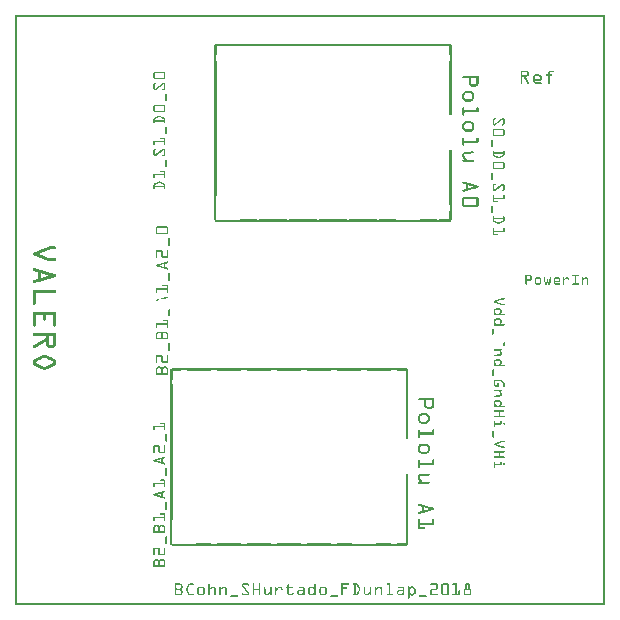
<source format=gto>
G04 MADE WITH FRITZING*
G04 WWW.FRITZING.ORG*
G04 DOUBLE SIDED*
G04 HOLES PLATED*
G04 CONTOUR ON CENTER OF CONTOUR VECTOR*
%ASAXBY*%
%FSLAX23Y23*%
%MOIN*%
%OFA0B0*%
%SFA1.0B1.0*%
%ADD10R,0.001000X0.001000*%
%LNSILK1*%
G90*
G70*
G54D10*
X0Y1969D02*
X1967Y1969D01*
X0Y1968D02*
X1967Y1968D01*
X0Y1967D02*
X1967Y1967D01*
X0Y1966D02*
X1967Y1966D01*
X0Y1965D02*
X1967Y1965D01*
X0Y1964D02*
X1967Y1964D01*
X0Y1963D02*
X1967Y1963D01*
X0Y1962D02*
X1967Y1962D01*
X0Y1961D02*
X7Y1961D01*
X1960Y1961D02*
X1967Y1961D01*
X0Y1960D02*
X7Y1960D01*
X1960Y1960D02*
X1967Y1960D01*
X0Y1959D02*
X7Y1959D01*
X1960Y1959D02*
X1967Y1959D01*
X0Y1958D02*
X7Y1958D01*
X1960Y1958D02*
X1967Y1958D01*
X0Y1957D02*
X7Y1957D01*
X1960Y1957D02*
X1967Y1957D01*
X0Y1956D02*
X7Y1956D01*
X1960Y1956D02*
X1967Y1956D01*
X0Y1955D02*
X7Y1955D01*
X1960Y1955D02*
X1967Y1955D01*
X0Y1954D02*
X7Y1954D01*
X1960Y1954D02*
X1967Y1954D01*
X0Y1953D02*
X7Y1953D01*
X1960Y1953D02*
X1967Y1953D01*
X0Y1952D02*
X7Y1952D01*
X1960Y1952D02*
X1967Y1952D01*
X0Y1951D02*
X7Y1951D01*
X1960Y1951D02*
X1967Y1951D01*
X0Y1950D02*
X7Y1950D01*
X1960Y1950D02*
X1967Y1950D01*
X0Y1949D02*
X7Y1949D01*
X1960Y1949D02*
X1967Y1949D01*
X0Y1948D02*
X7Y1948D01*
X1960Y1948D02*
X1967Y1948D01*
X0Y1947D02*
X7Y1947D01*
X1960Y1947D02*
X1967Y1947D01*
X0Y1946D02*
X7Y1946D01*
X1960Y1946D02*
X1967Y1946D01*
X0Y1945D02*
X7Y1945D01*
X1960Y1945D02*
X1967Y1945D01*
X0Y1944D02*
X7Y1944D01*
X1960Y1944D02*
X1967Y1944D01*
X0Y1943D02*
X7Y1943D01*
X1960Y1943D02*
X1967Y1943D01*
X0Y1942D02*
X7Y1942D01*
X1960Y1942D02*
X1967Y1942D01*
X0Y1941D02*
X7Y1941D01*
X1960Y1941D02*
X1967Y1941D01*
X0Y1940D02*
X7Y1940D01*
X1960Y1940D02*
X1967Y1940D01*
X0Y1939D02*
X7Y1939D01*
X1960Y1939D02*
X1967Y1939D01*
X0Y1938D02*
X7Y1938D01*
X1960Y1938D02*
X1967Y1938D01*
X0Y1937D02*
X7Y1937D01*
X1960Y1937D02*
X1967Y1937D01*
X0Y1936D02*
X7Y1936D01*
X1960Y1936D02*
X1967Y1936D01*
X0Y1935D02*
X7Y1935D01*
X1960Y1935D02*
X1967Y1935D01*
X0Y1934D02*
X7Y1934D01*
X1960Y1934D02*
X1967Y1934D01*
X0Y1933D02*
X7Y1933D01*
X1960Y1933D02*
X1967Y1933D01*
X0Y1932D02*
X7Y1932D01*
X1960Y1932D02*
X1967Y1932D01*
X0Y1931D02*
X7Y1931D01*
X1960Y1931D02*
X1967Y1931D01*
X0Y1930D02*
X7Y1930D01*
X1960Y1930D02*
X1967Y1930D01*
X0Y1929D02*
X7Y1929D01*
X1960Y1929D02*
X1967Y1929D01*
X0Y1928D02*
X7Y1928D01*
X1960Y1928D02*
X1967Y1928D01*
X0Y1927D02*
X7Y1927D01*
X1960Y1927D02*
X1967Y1927D01*
X0Y1926D02*
X7Y1926D01*
X1960Y1926D02*
X1967Y1926D01*
X0Y1925D02*
X7Y1925D01*
X1960Y1925D02*
X1967Y1925D01*
X0Y1924D02*
X7Y1924D01*
X1960Y1924D02*
X1967Y1924D01*
X0Y1923D02*
X7Y1923D01*
X1960Y1923D02*
X1967Y1923D01*
X0Y1922D02*
X7Y1922D01*
X1960Y1922D02*
X1967Y1922D01*
X0Y1921D02*
X7Y1921D01*
X1960Y1921D02*
X1967Y1921D01*
X0Y1920D02*
X7Y1920D01*
X1960Y1920D02*
X1967Y1920D01*
X0Y1919D02*
X7Y1919D01*
X1960Y1919D02*
X1967Y1919D01*
X0Y1918D02*
X7Y1918D01*
X1960Y1918D02*
X1967Y1918D01*
X0Y1917D02*
X7Y1917D01*
X1960Y1917D02*
X1967Y1917D01*
X0Y1916D02*
X7Y1916D01*
X1960Y1916D02*
X1967Y1916D01*
X0Y1915D02*
X7Y1915D01*
X1960Y1915D02*
X1967Y1915D01*
X0Y1914D02*
X7Y1914D01*
X1960Y1914D02*
X1967Y1914D01*
X0Y1913D02*
X7Y1913D01*
X1960Y1913D02*
X1967Y1913D01*
X0Y1912D02*
X7Y1912D01*
X1960Y1912D02*
X1967Y1912D01*
X0Y1911D02*
X7Y1911D01*
X1960Y1911D02*
X1967Y1911D01*
X0Y1910D02*
X7Y1910D01*
X1960Y1910D02*
X1967Y1910D01*
X0Y1909D02*
X7Y1909D01*
X1960Y1909D02*
X1967Y1909D01*
X0Y1908D02*
X7Y1908D01*
X1960Y1908D02*
X1967Y1908D01*
X0Y1907D02*
X7Y1907D01*
X1960Y1907D02*
X1967Y1907D01*
X0Y1906D02*
X7Y1906D01*
X1960Y1906D02*
X1967Y1906D01*
X0Y1905D02*
X7Y1905D01*
X1960Y1905D02*
X1967Y1905D01*
X0Y1904D02*
X7Y1904D01*
X1960Y1904D02*
X1967Y1904D01*
X0Y1903D02*
X7Y1903D01*
X1960Y1903D02*
X1967Y1903D01*
X0Y1902D02*
X7Y1902D01*
X1960Y1902D02*
X1967Y1902D01*
X0Y1901D02*
X7Y1901D01*
X1960Y1901D02*
X1967Y1901D01*
X0Y1900D02*
X7Y1900D01*
X1960Y1900D02*
X1967Y1900D01*
X0Y1899D02*
X7Y1899D01*
X1960Y1899D02*
X1967Y1899D01*
X0Y1898D02*
X7Y1898D01*
X1960Y1898D02*
X1967Y1898D01*
X0Y1897D02*
X7Y1897D01*
X1960Y1897D02*
X1967Y1897D01*
X0Y1896D02*
X7Y1896D01*
X1960Y1896D02*
X1967Y1896D01*
X0Y1895D02*
X7Y1895D01*
X1960Y1895D02*
X1967Y1895D01*
X0Y1894D02*
X7Y1894D01*
X1960Y1894D02*
X1967Y1894D01*
X0Y1893D02*
X7Y1893D01*
X1960Y1893D02*
X1967Y1893D01*
X0Y1892D02*
X7Y1892D01*
X1960Y1892D02*
X1967Y1892D01*
X0Y1891D02*
X7Y1891D01*
X1960Y1891D02*
X1967Y1891D01*
X0Y1890D02*
X7Y1890D01*
X1960Y1890D02*
X1967Y1890D01*
X0Y1889D02*
X7Y1889D01*
X1960Y1889D02*
X1967Y1889D01*
X0Y1888D02*
X7Y1888D01*
X1960Y1888D02*
X1967Y1888D01*
X0Y1887D02*
X7Y1887D01*
X1960Y1887D02*
X1967Y1887D01*
X0Y1886D02*
X7Y1886D01*
X1960Y1886D02*
X1967Y1886D01*
X0Y1885D02*
X7Y1885D01*
X1960Y1885D02*
X1967Y1885D01*
X0Y1884D02*
X7Y1884D01*
X1960Y1884D02*
X1967Y1884D01*
X0Y1883D02*
X7Y1883D01*
X1960Y1883D02*
X1967Y1883D01*
X0Y1882D02*
X7Y1882D01*
X1960Y1882D02*
X1967Y1882D01*
X0Y1881D02*
X7Y1881D01*
X1960Y1881D02*
X1967Y1881D01*
X0Y1880D02*
X7Y1880D01*
X1960Y1880D02*
X1967Y1880D01*
X0Y1879D02*
X7Y1879D01*
X1960Y1879D02*
X1967Y1879D01*
X0Y1878D02*
X7Y1878D01*
X1960Y1878D02*
X1967Y1878D01*
X0Y1877D02*
X7Y1877D01*
X1960Y1877D02*
X1967Y1877D01*
X0Y1876D02*
X7Y1876D01*
X1960Y1876D02*
X1967Y1876D01*
X0Y1875D02*
X7Y1875D01*
X1960Y1875D02*
X1967Y1875D01*
X0Y1874D02*
X7Y1874D01*
X1960Y1874D02*
X1967Y1874D01*
X0Y1873D02*
X7Y1873D01*
X1960Y1873D02*
X1967Y1873D01*
X0Y1872D02*
X7Y1872D01*
X669Y1872D02*
X1452Y1872D01*
X1960Y1872D02*
X1967Y1872D01*
X0Y1871D02*
X7Y1871D01*
X669Y1871D02*
X1452Y1871D01*
X1960Y1871D02*
X1967Y1871D01*
X0Y1870D02*
X7Y1870D01*
X669Y1870D02*
X1452Y1870D01*
X1960Y1870D02*
X1967Y1870D01*
X0Y1869D02*
X7Y1869D01*
X669Y1869D02*
X1452Y1869D01*
X1960Y1869D02*
X1967Y1869D01*
X0Y1868D02*
X7Y1868D01*
X665Y1868D02*
X1456Y1868D01*
X1960Y1868D02*
X1967Y1868D01*
X0Y1867D02*
X7Y1867D01*
X665Y1867D02*
X1456Y1867D01*
X1960Y1867D02*
X1967Y1867D01*
X0Y1866D02*
X7Y1866D01*
X665Y1866D02*
X703Y1866D01*
X718Y1866D02*
X803Y1866D01*
X818Y1866D02*
X903Y1866D01*
X918Y1866D02*
X1003Y1866D01*
X1018Y1866D02*
X1103Y1866D01*
X1118Y1866D02*
X1203Y1866D01*
X1218Y1866D02*
X1303Y1866D01*
X1318Y1866D02*
X1403Y1866D01*
X1418Y1866D02*
X1456Y1866D01*
X1960Y1866D02*
X1967Y1866D01*
X0Y1865D02*
X7Y1865D01*
X665Y1865D02*
X699Y1865D01*
X722Y1865D02*
X799Y1865D01*
X822Y1865D02*
X899Y1865D01*
X922Y1865D02*
X999Y1865D01*
X1022Y1865D02*
X1099Y1865D01*
X1122Y1865D02*
X1199Y1865D01*
X1222Y1865D02*
X1299Y1865D01*
X1322Y1865D02*
X1399Y1865D01*
X1422Y1865D02*
X1456Y1865D01*
X1960Y1865D02*
X1967Y1865D01*
X0Y1864D02*
X7Y1864D01*
X665Y1864D02*
X672Y1864D01*
X1449Y1864D02*
X1456Y1864D01*
X1960Y1864D02*
X1967Y1864D01*
X0Y1863D02*
X7Y1863D01*
X665Y1863D02*
X672Y1863D01*
X1449Y1863D02*
X1456Y1863D01*
X1960Y1863D02*
X1967Y1863D01*
X0Y1862D02*
X7Y1862D01*
X665Y1862D02*
X672Y1862D01*
X1449Y1862D02*
X1456Y1862D01*
X1960Y1862D02*
X1967Y1862D01*
X0Y1861D02*
X7Y1861D01*
X665Y1861D02*
X672Y1861D01*
X1449Y1861D02*
X1456Y1861D01*
X1960Y1861D02*
X1967Y1861D01*
X0Y1860D02*
X7Y1860D01*
X665Y1860D02*
X672Y1860D01*
X1449Y1860D02*
X1456Y1860D01*
X1960Y1860D02*
X1967Y1860D01*
X0Y1859D02*
X7Y1859D01*
X665Y1859D02*
X672Y1859D01*
X1449Y1859D02*
X1456Y1859D01*
X1960Y1859D02*
X1967Y1859D01*
X0Y1858D02*
X7Y1858D01*
X665Y1858D02*
X672Y1858D01*
X1449Y1858D02*
X1456Y1858D01*
X1960Y1858D02*
X1967Y1858D01*
X0Y1857D02*
X7Y1857D01*
X665Y1857D02*
X672Y1857D01*
X1449Y1857D02*
X1456Y1857D01*
X1960Y1857D02*
X1967Y1857D01*
X0Y1856D02*
X7Y1856D01*
X665Y1856D02*
X672Y1856D01*
X1449Y1856D02*
X1456Y1856D01*
X1960Y1856D02*
X1967Y1856D01*
X0Y1855D02*
X7Y1855D01*
X665Y1855D02*
X672Y1855D01*
X1449Y1855D02*
X1456Y1855D01*
X1960Y1855D02*
X1967Y1855D01*
X0Y1854D02*
X7Y1854D01*
X665Y1854D02*
X672Y1854D01*
X1449Y1854D02*
X1456Y1854D01*
X1960Y1854D02*
X1967Y1854D01*
X0Y1853D02*
X7Y1853D01*
X665Y1853D02*
X672Y1853D01*
X1449Y1853D02*
X1456Y1853D01*
X1960Y1853D02*
X1967Y1853D01*
X0Y1852D02*
X7Y1852D01*
X665Y1852D02*
X672Y1852D01*
X1449Y1852D02*
X1456Y1852D01*
X1960Y1852D02*
X1967Y1852D01*
X0Y1851D02*
X7Y1851D01*
X665Y1851D02*
X672Y1851D01*
X1449Y1851D02*
X1456Y1851D01*
X1960Y1851D02*
X1967Y1851D01*
X0Y1850D02*
X7Y1850D01*
X665Y1850D02*
X672Y1850D01*
X1449Y1850D02*
X1456Y1850D01*
X1960Y1850D02*
X1967Y1850D01*
X0Y1849D02*
X7Y1849D01*
X665Y1849D02*
X672Y1849D01*
X1449Y1849D02*
X1456Y1849D01*
X1960Y1849D02*
X1967Y1849D01*
X0Y1848D02*
X7Y1848D01*
X665Y1848D02*
X672Y1848D01*
X1449Y1848D02*
X1456Y1848D01*
X1960Y1848D02*
X1967Y1848D01*
X0Y1847D02*
X7Y1847D01*
X665Y1847D02*
X672Y1847D01*
X1449Y1847D02*
X1456Y1847D01*
X1960Y1847D02*
X1967Y1847D01*
X0Y1846D02*
X7Y1846D01*
X665Y1846D02*
X672Y1846D01*
X1449Y1846D02*
X1456Y1846D01*
X1960Y1846D02*
X1967Y1846D01*
X0Y1845D02*
X7Y1845D01*
X665Y1845D02*
X672Y1845D01*
X1449Y1845D02*
X1456Y1845D01*
X1960Y1845D02*
X1967Y1845D01*
X0Y1844D02*
X7Y1844D01*
X665Y1844D02*
X672Y1844D01*
X1449Y1844D02*
X1456Y1844D01*
X1960Y1844D02*
X1967Y1844D01*
X0Y1843D02*
X7Y1843D01*
X665Y1843D02*
X672Y1843D01*
X1449Y1843D02*
X1456Y1843D01*
X1960Y1843D02*
X1967Y1843D01*
X0Y1842D02*
X7Y1842D01*
X665Y1842D02*
X672Y1842D01*
X1449Y1842D02*
X1456Y1842D01*
X1960Y1842D02*
X1967Y1842D01*
X0Y1841D02*
X7Y1841D01*
X665Y1841D02*
X672Y1841D01*
X1449Y1841D02*
X1456Y1841D01*
X1960Y1841D02*
X1967Y1841D01*
X0Y1840D02*
X7Y1840D01*
X665Y1840D02*
X672Y1840D01*
X1449Y1840D02*
X1456Y1840D01*
X1960Y1840D02*
X1967Y1840D01*
X0Y1839D02*
X7Y1839D01*
X665Y1839D02*
X672Y1839D01*
X1449Y1839D02*
X1456Y1839D01*
X1960Y1839D02*
X1967Y1839D01*
X0Y1838D02*
X7Y1838D01*
X665Y1838D02*
X672Y1838D01*
X1449Y1838D02*
X1456Y1838D01*
X1960Y1838D02*
X1967Y1838D01*
X0Y1837D02*
X7Y1837D01*
X665Y1837D02*
X672Y1837D01*
X1449Y1837D02*
X1456Y1837D01*
X1960Y1837D02*
X1967Y1837D01*
X0Y1836D02*
X7Y1836D01*
X665Y1836D02*
X671Y1836D01*
X1450Y1836D02*
X1456Y1836D01*
X1960Y1836D02*
X1967Y1836D01*
X0Y1835D02*
X7Y1835D01*
X665Y1835D02*
X671Y1835D01*
X1450Y1835D02*
X1456Y1835D01*
X1960Y1835D02*
X1967Y1835D01*
X0Y1834D02*
X7Y1834D01*
X665Y1834D02*
X671Y1834D01*
X1450Y1834D02*
X1456Y1834D01*
X1960Y1834D02*
X1967Y1834D01*
X0Y1833D02*
X7Y1833D01*
X665Y1833D02*
X671Y1833D01*
X1450Y1833D02*
X1456Y1833D01*
X1960Y1833D02*
X1967Y1833D01*
X0Y1832D02*
X7Y1832D01*
X665Y1832D02*
X671Y1832D01*
X1450Y1832D02*
X1456Y1832D01*
X1960Y1832D02*
X1967Y1832D01*
X0Y1831D02*
X7Y1831D01*
X665Y1831D02*
X670Y1831D01*
X1451Y1831D02*
X1456Y1831D01*
X1960Y1831D02*
X1967Y1831D01*
X0Y1830D02*
X7Y1830D01*
X665Y1830D02*
X670Y1830D01*
X1451Y1830D02*
X1456Y1830D01*
X1960Y1830D02*
X1967Y1830D01*
X0Y1829D02*
X7Y1829D01*
X665Y1829D02*
X670Y1829D01*
X1451Y1829D02*
X1456Y1829D01*
X1960Y1829D02*
X1967Y1829D01*
X0Y1828D02*
X7Y1828D01*
X665Y1828D02*
X670Y1828D01*
X1451Y1828D02*
X1456Y1828D01*
X1960Y1828D02*
X1967Y1828D01*
X0Y1827D02*
X7Y1827D01*
X665Y1827D02*
X670Y1827D01*
X1451Y1827D02*
X1456Y1827D01*
X1960Y1827D02*
X1967Y1827D01*
X0Y1826D02*
X7Y1826D01*
X665Y1826D02*
X670Y1826D01*
X1451Y1826D02*
X1456Y1826D01*
X1960Y1826D02*
X1967Y1826D01*
X0Y1825D02*
X7Y1825D01*
X665Y1825D02*
X670Y1825D01*
X1451Y1825D02*
X1456Y1825D01*
X1960Y1825D02*
X1967Y1825D01*
X0Y1824D02*
X7Y1824D01*
X665Y1824D02*
X670Y1824D01*
X1451Y1824D02*
X1456Y1824D01*
X1960Y1824D02*
X1967Y1824D01*
X0Y1823D02*
X7Y1823D01*
X665Y1823D02*
X670Y1823D01*
X1451Y1823D02*
X1456Y1823D01*
X1960Y1823D02*
X1967Y1823D01*
X0Y1822D02*
X7Y1822D01*
X665Y1822D02*
X670Y1822D01*
X1451Y1822D02*
X1456Y1822D01*
X1960Y1822D02*
X1967Y1822D01*
X0Y1821D02*
X7Y1821D01*
X665Y1821D02*
X671Y1821D01*
X1450Y1821D02*
X1456Y1821D01*
X1960Y1821D02*
X1967Y1821D01*
X0Y1820D02*
X7Y1820D01*
X665Y1820D02*
X671Y1820D01*
X1450Y1820D02*
X1456Y1820D01*
X1960Y1820D02*
X1967Y1820D01*
X0Y1819D02*
X7Y1819D01*
X665Y1819D02*
X671Y1819D01*
X1450Y1819D02*
X1456Y1819D01*
X1960Y1819D02*
X1967Y1819D01*
X0Y1818D02*
X7Y1818D01*
X665Y1818D02*
X671Y1818D01*
X1450Y1818D02*
X1456Y1818D01*
X1960Y1818D02*
X1967Y1818D01*
X0Y1817D02*
X7Y1817D01*
X665Y1817D02*
X671Y1817D01*
X1450Y1817D02*
X1456Y1817D01*
X1960Y1817D02*
X1967Y1817D01*
X0Y1816D02*
X7Y1816D01*
X665Y1816D02*
X672Y1816D01*
X1449Y1816D02*
X1456Y1816D01*
X1960Y1816D02*
X1967Y1816D01*
X0Y1815D02*
X7Y1815D01*
X665Y1815D02*
X672Y1815D01*
X1449Y1815D02*
X1456Y1815D01*
X1960Y1815D02*
X1967Y1815D01*
X0Y1814D02*
X7Y1814D01*
X665Y1814D02*
X672Y1814D01*
X1449Y1814D02*
X1456Y1814D01*
X1960Y1814D02*
X1967Y1814D01*
X0Y1813D02*
X7Y1813D01*
X665Y1813D02*
X672Y1813D01*
X1449Y1813D02*
X1456Y1813D01*
X1960Y1813D02*
X1967Y1813D01*
X0Y1812D02*
X7Y1812D01*
X665Y1812D02*
X672Y1812D01*
X1449Y1812D02*
X1456Y1812D01*
X1960Y1812D02*
X1967Y1812D01*
X0Y1811D02*
X7Y1811D01*
X665Y1811D02*
X672Y1811D01*
X1449Y1811D02*
X1456Y1811D01*
X1960Y1811D02*
X1967Y1811D01*
X0Y1810D02*
X7Y1810D01*
X665Y1810D02*
X672Y1810D01*
X1449Y1810D02*
X1456Y1810D01*
X1960Y1810D02*
X1967Y1810D01*
X0Y1809D02*
X7Y1809D01*
X665Y1809D02*
X672Y1809D01*
X1449Y1809D02*
X1456Y1809D01*
X1960Y1809D02*
X1967Y1809D01*
X0Y1808D02*
X7Y1808D01*
X665Y1808D02*
X672Y1808D01*
X1449Y1808D02*
X1456Y1808D01*
X1960Y1808D02*
X1967Y1808D01*
X0Y1807D02*
X7Y1807D01*
X665Y1807D02*
X672Y1807D01*
X1449Y1807D02*
X1456Y1807D01*
X1960Y1807D02*
X1967Y1807D01*
X0Y1806D02*
X7Y1806D01*
X665Y1806D02*
X672Y1806D01*
X1449Y1806D02*
X1456Y1806D01*
X1960Y1806D02*
X1967Y1806D01*
X0Y1805D02*
X7Y1805D01*
X665Y1805D02*
X672Y1805D01*
X1449Y1805D02*
X1456Y1805D01*
X1960Y1805D02*
X1967Y1805D01*
X0Y1804D02*
X7Y1804D01*
X665Y1804D02*
X672Y1804D01*
X1449Y1804D02*
X1456Y1804D01*
X1960Y1804D02*
X1967Y1804D01*
X0Y1803D02*
X7Y1803D01*
X665Y1803D02*
X672Y1803D01*
X1449Y1803D02*
X1456Y1803D01*
X1960Y1803D02*
X1967Y1803D01*
X0Y1802D02*
X7Y1802D01*
X665Y1802D02*
X672Y1802D01*
X1449Y1802D02*
X1456Y1802D01*
X1960Y1802D02*
X1967Y1802D01*
X0Y1801D02*
X7Y1801D01*
X665Y1801D02*
X672Y1801D01*
X1449Y1801D02*
X1456Y1801D01*
X1960Y1801D02*
X1967Y1801D01*
X0Y1800D02*
X7Y1800D01*
X665Y1800D02*
X672Y1800D01*
X1449Y1800D02*
X1456Y1800D01*
X1960Y1800D02*
X1967Y1800D01*
X0Y1799D02*
X7Y1799D01*
X665Y1799D02*
X672Y1799D01*
X1449Y1799D02*
X1456Y1799D01*
X1960Y1799D02*
X1967Y1799D01*
X0Y1798D02*
X7Y1798D01*
X665Y1798D02*
X672Y1798D01*
X1449Y1798D02*
X1456Y1798D01*
X1960Y1798D02*
X1967Y1798D01*
X0Y1797D02*
X7Y1797D01*
X665Y1797D02*
X672Y1797D01*
X1449Y1797D02*
X1456Y1797D01*
X1960Y1797D02*
X1967Y1797D01*
X0Y1796D02*
X7Y1796D01*
X665Y1796D02*
X672Y1796D01*
X1449Y1796D02*
X1456Y1796D01*
X1960Y1796D02*
X1967Y1796D01*
X0Y1795D02*
X7Y1795D01*
X665Y1795D02*
X672Y1795D01*
X1449Y1795D02*
X1456Y1795D01*
X1960Y1795D02*
X1967Y1795D01*
X0Y1794D02*
X7Y1794D01*
X665Y1794D02*
X672Y1794D01*
X1449Y1794D02*
X1456Y1794D01*
X1960Y1794D02*
X1967Y1794D01*
X0Y1793D02*
X7Y1793D01*
X665Y1793D02*
X672Y1793D01*
X1449Y1793D02*
X1456Y1793D01*
X1960Y1793D02*
X1967Y1793D01*
X0Y1792D02*
X7Y1792D01*
X665Y1792D02*
X672Y1792D01*
X1449Y1792D02*
X1456Y1792D01*
X1960Y1792D02*
X1967Y1792D01*
X0Y1791D02*
X7Y1791D01*
X665Y1791D02*
X672Y1791D01*
X1449Y1791D02*
X1456Y1791D01*
X1960Y1791D02*
X1967Y1791D01*
X0Y1790D02*
X7Y1790D01*
X665Y1790D02*
X672Y1790D01*
X1449Y1790D02*
X1456Y1790D01*
X1960Y1790D02*
X1967Y1790D01*
X0Y1789D02*
X7Y1789D01*
X665Y1789D02*
X672Y1789D01*
X1449Y1789D02*
X1456Y1789D01*
X1960Y1789D02*
X1967Y1789D01*
X0Y1788D02*
X7Y1788D01*
X665Y1788D02*
X672Y1788D01*
X1449Y1788D02*
X1456Y1788D01*
X1960Y1788D02*
X1967Y1788D01*
X0Y1787D02*
X7Y1787D01*
X665Y1787D02*
X672Y1787D01*
X1449Y1787D02*
X1456Y1787D01*
X1960Y1787D02*
X1967Y1787D01*
X0Y1786D02*
X7Y1786D01*
X665Y1786D02*
X672Y1786D01*
X1449Y1786D02*
X1456Y1786D01*
X1960Y1786D02*
X1967Y1786D01*
X0Y1785D02*
X7Y1785D01*
X665Y1785D02*
X672Y1785D01*
X1449Y1785D02*
X1456Y1785D01*
X1960Y1785D02*
X1967Y1785D01*
X0Y1784D02*
X7Y1784D01*
X665Y1784D02*
X672Y1784D01*
X1449Y1784D02*
X1456Y1784D01*
X1960Y1784D02*
X1967Y1784D01*
X0Y1783D02*
X7Y1783D01*
X665Y1783D02*
X672Y1783D01*
X1449Y1783D02*
X1456Y1783D01*
X1686Y1783D02*
X1709Y1783D01*
X1783Y1783D02*
X1795Y1783D01*
X1960Y1783D02*
X1967Y1783D01*
X0Y1782D02*
X7Y1782D01*
X665Y1782D02*
X672Y1782D01*
X1449Y1782D02*
X1456Y1782D01*
X1686Y1782D02*
X1710Y1782D01*
X1781Y1782D02*
X1796Y1782D01*
X1960Y1782D02*
X1967Y1782D01*
X0Y1781D02*
X7Y1781D01*
X665Y1781D02*
X672Y1781D01*
X1449Y1781D02*
X1456Y1781D01*
X1686Y1781D02*
X1711Y1781D01*
X1780Y1781D02*
X1796Y1781D01*
X1960Y1781D02*
X1967Y1781D01*
X0Y1780D02*
X7Y1780D01*
X665Y1780D02*
X672Y1780D01*
X1449Y1780D02*
X1456Y1780D01*
X1686Y1780D02*
X1712Y1780D01*
X1779Y1780D02*
X1796Y1780D01*
X1960Y1780D02*
X1967Y1780D01*
X0Y1779D02*
X7Y1779D01*
X466Y1779D02*
X497Y1779D01*
X665Y1779D02*
X672Y1779D01*
X1449Y1779D02*
X1456Y1779D01*
X1686Y1779D02*
X1713Y1779D01*
X1778Y1779D02*
X1795Y1779D01*
X1960Y1779D02*
X1967Y1779D01*
X0Y1778D02*
X7Y1778D01*
X464Y1778D02*
X499Y1778D01*
X665Y1778D02*
X672Y1778D01*
X1449Y1778D02*
X1456Y1778D01*
X1686Y1778D02*
X1691Y1778D01*
X1706Y1778D02*
X1713Y1778D01*
X1778Y1778D02*
X1786Y1778D01*
X1960Y1778D02*
X1967Y1778D01*
X0Y1777D02*
X7Y1777D01*
X463Y1777D02*
X500Y1777D01*
X665Y1777D02*
X672Y1777D01*
X1449Y1777D02*
X1456Y1777D01*
X1686Y1777D02*
X1691Y1777D01*
X1708Y1777D02*
X1714Y1777D01*
X1778Y1777D02*
X1783Y1777D01*
X1960Y1777D02*
X1967Y1777D01*
X0Y1776D02*
X7Y1776D01*
X463Y1776D02*
X500Y1776D01*
X665Y1776D02*
X672Y1776D01*
X1449Y1776D02*
X1456Y1776D01*
X1686Y1776D02*
X1691Y1776D01*
X1709Y1776D02*
X1714Y1776D01*
X1777Y1776D02*
X1783Y1776D01*
X1960Y1776D02*
X1967Y1776D01*
X0Y1775D02*
X7Y1775D01*
X462Y1775D02*
X500Y1775D01*
X665Y1775D02*
X672Y1775D01*
X1449Y1775D02*
X1456Y1775D01*
X1686Y1775D02*
X1691Y1775D01*
X1709Y1775D02*
X1714Y1775D01*
X1777Y1775D02*
X1782Y1775D01*
X1960Y1775D02*
X1967Y1775D01*
X0Y1774D02*
X7Y1774D01*
X462Y1774D02*
X466Y1774D01*
X496Y1774D02*
X501Y1774D01*
X665Y1774D02*
X672Y1774D01*
X1449Y1774D02*
X1456Y1774D01*
X1686Y1774D02*
X1691Y1774D01*
X1709Y1774D02*
X1714Y1774D01*
X1777Y1774D02*
X1782Y1774D01*
X1960Y1774D02*
X1967Y1774D01*
X0Y1773D02*
X7Y1773D01*
X462Y1773D02*
X466Y1773D01*
X496Y1773D02*
X501Y1773D01*
X665Y1773D02*
X672Y1773D01*
X1449Y1773D02*
X1456Y1773D01*
X1686Y1773D02*
X1691Y1773D01*
X1709Y1773D02*
X1714Y1773D01*
X1777Y1773D02*
X1782Y1773D01*
X1960Y1773D02*
X1967Y1773D01*
X0Y1772D02*
X7Y1772D01*
X462Y1772D02*
X466Y1772D01*
X496Y1772D02*
X501Y1772D01*
X665Y1772D02*
X672Y1772D01*
X1449Y1772D02*
X1456Y1772D01*
X1686Y1772D02*
X1691Y1772D01*
X1709Y1772D02*
X1714Y1772D01*
X1777Y1772D02*
X1782Y1772D01*
X1960Y1772D02*
X1967Y1772D01*
X0Y1771D02*
X7Y1771D01*
X462Y1771D02*
X466Y1771D01*
X496Y1771D02*
X501Y1771D01*
X665Y1771D02*
X672Y1771D01*
X1449Y1771D02*
X1456Y1771D01*
X1686Y1771D02*
X1691Y1771D01*
X1709Y1771D02*
X1714Y1771D01*
X1735Y1771D02*
X1748Y1771D01*
X1772Y1771D02*
X1789Y1771D01*
X1960Y1771D02*
X1967Y1771D01*
X0Y1770D02*
X7Y1770D01*
X462Y1770D02*
X466Y1770D01*
X496Y1770D02*
X501Y1770D01*
X665Y1770D02*
X672Y1770D01*
X1449Y1770D02*
X1456Y1770D01*
X1686Y1770D02*
X1691Y1770D01*
X1708Y1770D02*
X1714Y1770D01*
X1734Y1770D02*
X1750Y1770D01*
X1772Y1770D02*
X1790Y1770D01*
X1960Y1770D02*
X1967Y1770D01*
X0Y1769D02*
X7Y1769D01*
X462Y1769D02*
X466Y1769D01*
X496Y1769D02*
X501Y1769D01*
X665Y1769D02*
X672Y1769D01*
X1449Y1769D02*
X1456Y1769D01*
X1686Y1769D02*
X1713Y1769D01*
X1732Y1769D02*
X1751Y1769D01*
X1771Y1769D02*
X1790Y1769D01*
X1960Y1769D02*
X1967Y1769D01*
X0Y1768D02*
X7Y1768D01*
X462Y1768D02*
X466Y1768D01*
X496Y1768D02*
X501Y1768D01*
X665Y1768D02*
X672Y1768D01*
X1449Y1768D02*
X1456Y1768D01*
X1686Y1768D02*
X1713Y1768D01*
X1731Y1768D02*
X1752Y1768D01*
X1771Y1768D02*
X1790Y1768D01*
X1960Y1768D02*
X1967Y1768D01*
X0Y1767D02*
X7Y1767D01*
X462Y1767D02*
X466Y1767D01*
X496Y1767D02*
X501Y1767D01*
X665Y1767D02*
X672Y1767D01*
X1449Y1767D02*
X1456Y1767D01*
X1686Y1767D02*
X1712Y1767D01*
X1730Y1767D02*
X1753Y1767D01*
X1772Y1767D02*
X1790Y1767D01*
X1960Y1767D02*
X1967Y1767D01*
X0Y1766D02*
X7Y1766D01*
X462Y1766D02*
X466Y1766D01*
X496Y1766D02*
X501Y1766D01*
X665Y1766D02*
X672Y1766D01*
X1449Y1766D02*
X1456Y1766D01*
X1686Y1766D02*
X1711Y1766D01*
X1730Y1766D02*
X1754Y1766D01*
X1773Y1766D02*
X1789Y1766D01*
X1960Y1766D02*
X1967Y1766D01*
X0Y1765D02*
X7Y1765D01*
X462Y1765D02*
X466Y1765D01*
X496Y1765D02*
X501Y1765D01*
X665Y1765D02*
X672Y1765D01*
X1449Y1765D02*
X1456Y1765D01*
X1495Y1765D02*
X1545Y1765D01*
X1686Y1765D02*
X1710Y1765D01*
X1729Y1765D02*
X1736Y1765D01*
X1748Y1765D02*
X1755Y1765D01*
X1777Y1765D02*
X1782Y1765D01*
X1960Y1765D02*
X1967Y1765D01*
X0Y1764D02*
X7Y1764D01*
X462Y1764D02*
X466Y1764D01*
X496Y1764D02*
X501Y1764D01*
X665Y1764D02*
X672Y1764D01*
X1449Y1764D02*
X1456Y1764D01*
X1493Y1764D02*
X1545Y1764D01*
X1686Y1764D02*
X1708Y1764D01*
X1728Y1764D02*
X1734Y1764D01*
X1749Y1764D02*
X1755Y1764D01*
X1777Y1764D02*
X1782Y1764D01*
X1960Y1764D02*
X1967Y1764D01*
X0Y1763D02*
X7Y1763D01*
X462Y1763D02*
X466Y1763D01*
X496Y1763D02*
X501Y1763D01*
X665Y1763D02*
X672Y1763D01*
X1449Y1763D02*
X1456Y1763D01*
X1492Y1763D02*
X1545Y1763D01*
X1686Y1763D02*
X1691Y1763D01*
X1696Y1763D02*
X1702Y1763D01*
X1728Y1763D02*
X1734Y1763D01*
X1750Y1763D02*
X1756Y1763D01*
X1777Y1763D02*
X1782Y1763D01*
X1960Y1763D02*
X1967Y1763D01*
X0Y1762D02*
X7Y1762D01*
X462Y1762D02*
X466Y1762D01*
X496Y1762D02*
X501Y1762D01*
X665Y1762D02*
X672Y1762D01*
X1449Y1762D02*
X1456Y1762D01*
X1492Y1762D02*
X1545Y1762D01*
X1686Y1762D02*
X1691Y1762D01*
X1697Y1762D02*
X1702Y1762D01*
X1728Y1762D02*
X1733Y1762D01*
X1751Y1762D02*
X1756Y1762D01*
X1777Y1762D02*
X1782Y1762D01*
X1960Y1762D02*
X1967Y1762D01*
X0Y1761D02*
X7Y1761D01*
X462Y1761D02*
X466Y1761D01*
X496Y1761D02*
X501Y1761D01*
X665Y1761D02*
X672Y1761D01*
X1449Y1761D02*
X1456Y1761D01*
X1492Y1761D02*
X1545Y1761D01*
X1686Y1761D02*
X1691Y1761D01*
X1697Y1761D02*
X1703Y1761D01*
X1728Y1761D02*
X1733Y1761D01*
X1751Y1761D02*
X1756Y1761D01*
X1777Y1761D02*
X1782Y1761D01*
X1960Y1761D02*
X1967Y1761D01*
X0Y1760D02*
X7Y1760D01*
X462Y1760D02*
X466Y1760D01*
X496Y1760D02*
X501Y1760D01*
X665Y1760D02*
X672Y1760D01*
X1449Y1760D02*
X1456Y1760D01*
X1493Y1760D02*
X1545Y1760D01*
X1686Y1760D02*
X1691Y1760D01*
X1698Y1760D02*
X1704Y1760D01*
X1728Y1760D02*
X1733Y1760D01*
X1751Y1760D02*
X1756Y1760D01*
X1777Y1760D02*
X1782Y1760D01*
X1960Y1760D02*
X1967Y1760D01*
X0Y1759D02*
X7Y1759D01*
X462Y1759D02*
X500Y1759D01*
X665Y1759D02*
X672Y1759D01*
X1449Y1759D02*
X1456Y1759D01*
X1493Y1759D02*
X1545Y1759D01*
X1686Y1759D02*
X1691Y1759D01*
X1698Y1759D02*
X1704Y1759D01*
X1728Y1759D02*
X1733Y1759D01*
X1751Y1759D02*
X1756Y1759D01*
X1777Y1759D02*
X1782Y1759D01*
X1960Y1759D02*
X1967Y1759D01*
X0Y1758D02*
X7Y1758D01*
X462Y1758D02*
X500Y1758D01*
X665Y1758D02*
X672Y1758D01*
X1449Y1758D02*
X1456Y1758D01*
X1512Y1758D02*
X1519Y1758D01*
X1539Y1758D02*
X1545Y1758D01*
X1686Y1758D02*
X1691Y1758D01*
X1699Y1758D02*
X1705Y1758D01*
X1728Y1758D02*
X1733Y1758D01*
X1751Y1758D02*
X1756Y1758D01*
X1777Y1758D02*
X1782Y1758D01*
X1960Y1758D02*
X1967Y1758D01*
X0Y1757D02*
X7Y1757D01*
X463Y1757D02*
X500Y1757D01*
X665Y1757D02*
X672Y1757D01*
X1449Y1757D02*
X1456Y1757D01*
X1513Y1757D02*
X1519Y1757D01*
X1539Y1757D02*
X1545Y1757D01*
X1686Y1757D02*
X1691Y1757D01*
X1699Y1757D02*
X1705Y1757D01*
X1728Y1757D02*
X1733Y1757D01*
X1751Y1757D02*
X1756Y1757D01*
X1777Y1757D02*
X1782Y1757D01*
X1960Y1757D02*
X1967Y1757D01*
X0Y1756D02*
X7Y1756D01*
X463Y1756D02*
X499Y1756D01*
X665Y1756D02*
X672Y1756D01*
X1449Y1756D02*
X1456Y1756D01*
X1513Y1756D02*
X1519Y1756D01*
X1539Y1756D02*
X1545Y1756D01*
X1686Y1756D02*
X1691Y1756D01*
X1700Y1756D02*
X1706Y1756D01*
X1728Y1756D02*
X1756Y1756D01*
X1777Y1756D02*
X1782Y1756D01*
X1960Y1756D02*
X1967Y1756D01*
X0Y1755D02*
X7Y1755D01*
X465Y1755D02*
X498Y1755D01*
X665Y1755D02*
X672Y1755D01*
X1449Y1755D02*
X1456Y1755D01*
X1513Y1755D02*
X1519Y1755D01*
X1539Y1755D02*
X1545Y1755D01*
X1686Y1755D02*
X1691Y1755D01*
X1701Y1755D02*
X1706Y1755D01*
X1728Y1755D02*
X1756Y1755D01*
X1777Y1755D02*
X1782Y1755D01*
X1960Y1755D02*
X1967Y1755D01*
X0Y1754D02*
X7Y1754D01*
X665Y1754D02*
X672Y1754D01*
X1449Y1754D02*
X1456Y1754D01*
X1513Y1754D02*
X1519Y1754D01*
X1539Y1754D02*
X1545Y1754D01*
X1686Y1754D02*
X1691Y1754D01*
X1701Y1754D02*
X1707Y1754D01*
X1728Y1754D02*
X1756Y1754D01*
X1777Y1754D02*
X1782Y1754D01*
X1960Y1754D02*
X1967Y1754D01*
X0Y1753D02*
X7Y1753D01*
X665Y1753D02*
X672Y1753D01*
X1449Y1753D02*
X1456Y1753D01*
X1513Y1753D02*
X1519Y1753D01*
X1539Y1753D02*
X1545Y1753D01*
X1686Y1753D02*
X1691Y1753D01*
X1702Y1753D02*
X1708Y1753D01*
X1728Y1753D02*
X1756Y1753D01*
X1777Y1753D02*
X1782Y1753D01*
X1960Y1753D02*
X1967Y1753D01*
X0Y1752D02*
X7Y1752D01*
X665Y1752D02*
X672Y1752D01*
X1449Y1752D02*
X1456Y1752D01*
X1513Y1752D02*
X1519Y1752D01*
X1539Y1752D02*
X1545Y1752D01*
X1686Y1752D02*
X1691Y1752D01*
X1702Y1752D02*
X1708Y1752D01*
X1728Y1752D02*
X1755Y1752D01*
X1777Y1752D02*
X1782Y1752D01*
X1960Y1752D02*
X1967Y1752D01*
X0Y1751D02*
X7Y1751D01*
X665Y1751D02*
X672Y1751D01*
X1449Y1751D02*
X1456Y1751D01*
X1513Y1751D02*
X1519Y1751D01*
X1539Y1751D02*
X1545Y1751D01*
X1686Y1751D02*
X1691Y1751D01*
X1703Y1751D02*
X1709Y1751D01*
X1728Y1751D02*
X1753Y1751D01*
X1777Y1751D02*
X1782Y1751D01*
X1960Y1751D02*
X1967Y1751D01*
X0Y1750D02*
X7Y1750D01*
X665Y1750D02*
X672Y1750D01*
X1449Y1750D02*
X1456Y1750D01*
X1513Y1750D02*
X1519Y1750D01*
X1539Y1750D02*
X1545Y1750D01*
X1686Y1750D02*
X1691Y1750D01*
X1704Y1750D02*
X1709Y1750D01*
X1728Y1750D02*
X1733Y1750D01*
X1777Y1750D02*
X1782Y1750D01*
X1960Y1750D02*
X1967Y1750D01*
X0Y1749D02*
X7Y1749D01*
X665Y1749D02*
X672Y1749D01*
X1449Y1749D02*
X1456Y1749D01*
X1513Y1749D02*
X1519Y1749D01*
X1539Y1749D02*
X1545Y1749D01*
X1686Y1749D02*
X1691Y1749D01*
X1704Y1749D02*
X1710Y1749D01*
X1728Y1749D02*
X1733Y1749D01*
X1777Y1749D02*
X1782Y1749D01*
X1960Y1749D02*
X1967Y1749D01*
X0Y1748D02*
X7Y1748D01*
X665Y1748D02*
X672Y1748D01*
X1449Y1748D02*
X1456Y1748D01*
X1513Y1748D02*
X1519Y1748D01*
X1539Y1748D02*
X1545Y1748D01*
X1686Y1748D02*
X1691Y1748D01*
X1705Y1748D02*
X1711Y1748D01*
X1728Y1748D02*
X1733Y1748D01*
X1777Y1748D02*
X1782Y1748D01*
X1960Y1748D02*
X1967Y1748D01*
X0Y1747D02*
X7Y1747D01*
X665Y1747D02*
X672Y1747D01*
X1449Y1747D02*
X1456Y1747D01*
X1513Y1747D02*
X1519Y1747D01*
X1539Y1747D02*
X1545Y1747D01*
X1686Y1747D02*
X1691Y1747D01*
X1705Y1747D02*
X1711Y1747D01*
X1728Y1747D02*
X1734Y1747D01*
X1777Y1747D02*
X1782Y1747D01*
X1960Y1747D02*
X1967Y1747D01*
X0Y1746D02*
X7Y1746D01*
X665Y1746D02*
X672Y1746D01*
X1449Y1746D02*
X1456Y1746D01*
X1513Y1746D02*
X1519Y1746D01*
X1539Y1746D02*
X1545Y1746D01*
X1686Y1746D02*
X1691Y1746D01*
X1706Y1746D02*
X1712Y1746D01*
X1728Y1746D02*
X1735Y1746D01*
X1777Y1746D02*
X1782Y1746D01*
X1960Y1746D02*
X1967Y1746D01*
X0Y1745D02*
X7Y1745D01*
X665Y1745D02*
X672Y1745D01*
X1449Y1745D02*
X1456Y1745D01*
X1513Y1745D02*
X1519Y1745D01*
X1539Y1745D02*
X1545Y1745D01*
X1686Y1745D02*
X1691Y1745D01*
X1706Y1745D02*
X1712Y1745D01*
X1729Y1745D02*
X1736Y1745D01*
X1777Y1745D02*
X1782Y1745D01*
X1960Y1745D02*
X1967Y1745D01*
X0Y1744D02*
X7Y1744D01*
X665Y1744D02*
X672Y1744D01*
X1449Y1744D02*
X1456Y1744D01*
X1513Y1744D02*
X1519Y1744D01*
X1539Y1744D02*
X1545Y1744D01*
X1686Y1744D02*
X1691Y1744D01*
X1707Y1744D02*
X1713Y1744D01*
X1730Y1744D02*
X1754Y1744D01*
X1777Y1744D02*
X1782Y1744D01*
X1960Y1744D02*
X1967Y1744D01*
X0Y1743D02*
X7Y1743D01*
X665Y1743D02*
X672Y1743D01*
X1449Y1743D02*
X1456Y1743D01*
X1513Y1743D02*
X1519Y1743D01*
X1539Y1743D02*
X1545Y1743D01*
X1686Y1743D02*
X1691Y1743D01*
X1708Y1743D02*
X1713Y1743D01*
X1730Y1743D02*
X1755Y1743D01*
X1777Y1743D02*
X1782Y1743D01*
X1960Y1743D02*
X1967Y1743D01*
X0Y1742D02*
X7Y1742D01*
X466Y1742D02*
X470Y1742D01*
X493Y1742D02*
X497Y1742D01*
X665Y1742D02*
X672Y1742D01*
X1449Y1742D02*
X1456Y1742D01*
X1513Y1742D02*
X1519Y1742D01*
X1539Y1742D02*
X1545Y1742D01*
X1686Y1742D02*
X1691Y1742D01*
X1708Y1742D02*
X1714Y1742D01*
X1731Y1742D02*
X1756Y1742D01*
X1777Y1742D02*
X1782Y1742D01*
X1960Y1742D02*
X1967Y1742D01*
X0Y1741D02*
X7Y1741D01*
X464Y1741D02*
X470Y1741D01*
X492Y1741D02*
X499Y1741D01*
X665Y1741D02*
X672Y1741D01*
X1449Y1741D02*
X1456Y1741D01*
X1513Y1741D02*
X1519Y1741D01*
X1539Y1741D02*
X1545Y1741D01*
X1686Y1741D02*
X1691Y1741D01*
X1709Y1741D02*
X1714Y1741D01*
X1733Y1741D02*
X1756Y1741D01*
X1777Y1741D02*
X1782Y1741D01*
X1960Y1741D02*
X1967Y1741D01*
X0Y1740D02*
X7Y1740D01*
X464Y1740D02*
X470Y1740D01*
X490Y1740D02*
X500Y1740D01*
X665Y1740D02*
X672Y1740D01*
X1449Y1740D02*
X1456Y1740D01*
X1513Y1740D02*
X1519Y1740D01*
X1539Y1740D02*
X1545Y1740D01*
X1686Y1740D02*
X1690Y1740D01*
X1709Y1740D02*
X1713Y1740D01*
X1734Y1740D02*
X1755Y1740D01*
X1777Y1740D02*
X1781Y1740D01*
X1960Y1740D02*
X1967Y1740D01*
X0Y1739D02*
X7Y1739D01*
X463Y1739D02*
X470Y1739D01*
X489Y1739D02*
X500Y1739D01*
X665Y1739D02*
X672Y1739D01*
X1449Y1739D02*
X1456Y1739D01*
X1513Y1739D02*
X1520Y1739D01*
X1538Y1739D02*
X1545Y1739D01*
X1688Y1739D02*
X1689Y1739D01*
X1711Y1739D02*
X1712Y1739D01*
X1736Y1739D02*
X1754Y1739D01*
X1779Y1739D02*
X1780Y1739D01*
X1960Y1739D02*
X1967Y1739D01*
X0Y1738D02*
X7Y1738D01*
X462Y1738D02*
X469Y1738D01*
X488Y1738D02*
X500Y1738D01*
X665Y1738D02*
X672Y1738D01*
X1449Y1738D02*
X1456Y1738D01*
X1513Y1738D02*
X1521Y1738D01*
X1537Y1738D02*
X1545Y1738D01*
X1960Y1738D02*
X1967Y1738D01*
X0Y1737D02*
X7Y1737D01*
X462Y1737D02*
X467Y1737D01*
X486Y1737D02*
X494Y1737D01*
X496Y1737D02*
X501Y1737D01*
X665Y1737D02*
X672Y1737D01*
X1449Y1737D02*
X1456Y1737D01*
X1514Y1737D02*
X1544Y1737D01*
X1960Y1737D02*
X1967Y1737D01*
X0Y1736D02*
X7Y1736D01*
X462Y1736D02*
X466Y1736D01*
X485Y1736D02*
X493Y1736D01*
X496Y1736D02*
X501Y1736D01*
X665Y1736D02*
X672Y1736D01*
X1449Y1736D02*
X1456Y1736D01*
X1514Y1736D02*
X1544Y1736D01*
X1960Y1736D02*
X1967Y1736D01*
X0Y1735D02*
X7Y1735D01*
X462Y1735D02*
X466Y1735D01*
X484Y1735D02*
X491Y1735D01*
X496Y1735D02*
X501Y1735D01*
X665Y1735D02*
X672Y1735D01*
X1449Y1735D02*
X1456Y1735D01*
X1515Y1735D02*
X1543Y1735D01*
X1960Y1735D02*
X1967Y1735D01*
X0Y1734D02*
X7Y1734D01*
X462Y1734D02*
X466Y1734D01*
X483Y1734D02*
X490Y1734D01*
X496Y1734D02*
X501Y1734D01*
X665Y1734D02*
X672Y1734D01*
X1449Y1734D02*
X1456Y1734D01*
X1516Y1734D02*
X1542Y1734D01*
X1960Y1734D02*
X1967Y1734D01*
X0Y1733D02*
X7Y1733D01*
X462Y1733D02*
X466Y1733D01*
X481Y1733D02*
X489Y1733D01*
X496Y1733D02*
X501Y1733D01*
X665Y1733D02*
X672Y1733D01*
X1449Y1733D02*
X1456Y1733D01*
X1517Y1733D02*
X1541Y1733D01*
X1960Y1733D02*
X1967Y1733D01*
X0Y1732D02*
X7Y1732D01*
X462Y1732D02*
X466Y1732D01*
X480Y1732D02*
X487Y1732D01*
X496Y1732D02*
X501Y1732D01*
X665Y1732D02*
X672Y1732D01*
X1449Y1732D02*
X1456Y1732D01*
X1518Y1732D02*
X1540Y1732D01*
X1960Y1732D02*
X1967Y1732D01*
X0Y1731D02*
X7Y1731D01*
X462Y1731D02*
X466Y1731D01*
X479Y1731D02*
X486Y1731D01*
X496Y1731D02*
X501Y1731D01*
X665Y1731D02*
X672Y1731D01*
X1449Y1731D02*
X1456Y1731D01*
X1521Y1731D02*
X1537Y1731D01*
X1960Y1731D02*
X1967Y1731D01*
X0Y1730D02*
X7Y1730D01*
X462Y1730D02*
X466Y1730D01*
X477Y1730D02*
X485Y1730D01*
X496Y1730D02*
X501Y1730D01*
X665Y1730D02*
X672Y1730D01*
X1449Y1730D02*
X1456Y1730D01*
X1960Y1730D02*
X1967Y1730D01*
X0Y1729D02*
X7Y1729D01*
X462Y1729D02*
X466Y1729D01*
X476Y1729D02*
X484Y1729D01*
X496Y1729D02*
X501Y1729D01*
X665Y1729D02*
X672Y1729D01*
X1449Y1729D02*
X1456Y1729D01*
X1960Y1729D02*
X1967Y1729D01*
X0Y1728D02*
X7Y1728D01*
X462Y1728D02*
X466Y1728D01*
X475Y1728D02*
X482Y1728D01*
X496Y1728D02*
X501Y1728D01*
X665Y1728D02*
X672Y1728D01*
X1449Y1728D02*
X1456Y1728D01*
X1960Y1728D02*
X1967Y1728D01*
X0Y1727D02*
X7Y1727D01*
X462Y1727D02*
X466Y1727D01*
X474Y1727D02*
X481Y1727D01*
X496Y1727D02*
X501Y1727D01*
X665Y1727D02*
X672Y1727D01*
X1449Y1727D02*
X1456Y1727D01*
X1960Y1727D02*
X1967Y1727D01*
X0Y1726D02*
X7Y1726D01*
X462Y1726D02*
X466Y1726D01*
X472Y1726D02*
X480Y1726D01*
X496Y1726D02*
X501Y1726D01*
X665Y1726D02*
X672Y1726D01*
X1449Y1726D02*
X1456Y1726D01*
X1960Y1726D02*
X1967Y1726D01*
X0Y1725D02*
X7Y1725D01*
X462Y1725D02*
X466Y1725D01*
X471Y1725D02*
X478Y1725D01*
X496Y1725D02*
X501Y1725D01*
X665Y1725D02*
X672Y1725D01*
X1449Y1725D02*
X1456Y1725D01*
X1960Y1725D02*
X1967Y1725D01*
X0Y1724D02*
X7Y1724D01*
X462Y1724D02*
X466Y1724D01*
X470Y1724D02*
X477Y1724D01*
X496Y1724D02*
X500Y1724D01*
X665Y1724D02*
X672Y1724D01*
X1449Y1724D02*
X1456Y1724D01*
X1960Y1724D02*
X1967Y1724D01*
X0Y1723D02*
X7Y1723D01*
X462Y1723D02*
X476Y1723D01*
X495Y1723D02*
X500Y1723D01*
X665Y1723D02*
X672Y1723D01*
X1449Y1723D02*
X1456Y1723D01*
X1960Y1723D02*
X1967Y1723D01*
X0Y1722D02*
X7Y1722D01*
X462Y1722D02*
X475Y1722D01*
X493Y1722D02*
X500Y1722D01*
X665Y1722D02*
X672Y1722D01*
X1449Y1722D02*
X1456Y1722D01*
X1960Y1722D02*
X1967Y1722D01*
X0Y1721D02*
X7Y1721D01*
X463Y1721D02*
X473Y1721D01*
X492Y1721D02*
X500Y1721D01*
X665Y1721D02*
X672Y1721D01*
X1449Y1721D02*
X1456Y1721D01*
X1960Y1721D02*
X1967Y1721D01*
X0Y1720D02*
X7Y1720D01*
X463Y1720D02*
X472Y1720D01*
X492Y1720D02*
X499Y1720D01*
X665Y1720D02*
X672Y1720D01*
X1449Y1720D02*
X1456Y1720D01*
X1960Y1720D02*
X1967Y1720D01*
X0Y1719D02*
X7Y1719D01*
X464Y1719D02*
X471Y1719D01*
X492Y1719D02*
X498Y1719D01*
X665Y1719D02*
X672Y1719D01*
X1449Y1719D02*
X1456Y1719D01*
X1960Y1719D02*
X1967Y1719D01*
X0Y1718D02*
X7Y1718D01*
X466Y1718D02*
X469Y1718D01*
X494Y1718D02*
X496Y1718D01*
X665Y1718D02*
X672Y1718D01*
X1449Y1718D02*
X1456Y1718D01*
X1960Y1718D02*
X1967Y1718D01*
X0Y1717D02*
X7Y1717D01*
X665Y1717D02*
X672Y1717D01*
X1449Y1717D02*
X1456Y1717D01*
X1960Y1717D02*
X1967Y1717D01*
X0Y1716D02*
X7Y1716D01*
X665Y1716D02*
X672Y1716D01*
X1449Y1716D02*
X1456Y1716D01*
X1960Y1716D02*
X1967Y1716D01*
X0Y1715D02*
X7Y1715D01*
X665Y1715D02*
X672Y1715D01*
X1449Y1715D02*
X1456Y1715D01*
X1505Y1715D02*
X1518Y1715D01*
X1960Y1715D02*
X1967Y1715D01*
X0Y1714D02*
X7Y1714D01*
X665Y1714D02*
X672Y1714D01*
X1449Y1714D02*
X1456Y1714D01*
X1500Y1714D02*
X1522Y1714D01*
X1960Y1714D02*
X1967Y1714D01*
X0Y1713D02*
X7Y1713D01*
X665Y1713D02*
X672Y1713D01*
X1449Y1713D02*
X1456Y1713D01*
X1498Y1713D02*
X1524Y1713D01*
X1960Y1713D02*
X1967Y1713D01*
X0Y1712D02*
X7Y1712D01*
X665Y1712D02*
X672Y1712D01*
X1449Y1712D02*
X1456Y1712D01*
X1497Y1712D02*
X1525Y1712D01*
X1960Y1712D02*
X1967Y1712D01*
X0Y1711D02*
X7Y1711D01*
X665Y1711D02*
X672Y1711D01*
X1449Y1711D02*
X1456Y1711D01*
X1496Y1711D02*
X1526Y1711D01*
X1960Y1711D02*
X1967Y1711D01*
X0Y1710D02*
X7Y1710D01*
X665Y1710D02*
X672Y1710D01*
X1449Y1710D02*
X1456Y1710D01*
X1496Y1710D02*
X1527Y1710D01*
X1960Y1710D02*
X1967Y1710D01*
X0Y1709D02*
X7Y1709D01*
X665Y1709D02*
X672Y1709D01*
X1449Y1709D02*
X1456Y1709D01*
X1495Y1709D02*
X1528Y1709D01*
X1960Y1709D02*
X1967Y1709D01*
X0Y1708D02*
X7Y1708D01*
X665Y1708D02*
X672Y1708D01*
X1449Y1708D02*
X1456Y1708D01*
X1494Y1708D02*
X1529Y1708D01*
X1960Y1708D02*
X1967Y1708D01*
X0Y1707D02*
X7Y1707D01*
X665Y1707D02*
X672Y1707D01*
X1449Y1707D02*
X1456Y1707D01*
X1493Y1707D02*
X1501Y1707D01*
X1521Y1707D02*
X1529Y1707D01*
X1960Y1707D02*
X1967Y1707D01*
X0Y1706D02*
X7Y1706D01*
X503Y1706D02*
X504Y1706D01*
X665Y1706D02*
X672Y1706D01*
X1449Y1706D02*
X1456Y1706D01*
X1493Y1706D02*
X1500Y1706D01*
X1522Y1706D02*
X1530Y1706D01*
X1960Y1706D02*
X1967Y1706D01*
X0Y1705D02*
X7Y1705D01*
X502Y1705D02*
X505Y1705D01*
X665Y1705D02*
X672Y1705D01*
X1449Y1705D02*
X1456Y1705D01*
X1493Y1705D02*
X1499Y1705D01*
X1523Y1705D02*
X1530Y1705D01*
X1960Y1705D02*
X1967Y1705D01*
X0Y1704D02*
X7Y1704D01*
X502Y1704D02*
X506Y1704D01*
X665Y1704D02*
X672Y1704D01*
X1449Y1704D02*
X1456Y1704D01*
X1492Y1704D02*
X1499Y1704D01*
X1524Y1704D02*
X1530Y1704D01*
X1960Y1704D02*
X1967Y1704D01*
X0Y1703D02*
X7Y1703D01*
X502Y1703D02*
X506Y1703D01*
X665Y1703D02*
X672Y1703D01*
X1449Y1703D02*
X1456Y1703D01*
X1492Y1703D02*
X1498Y1703D01*
X1524Y1703D02*
X1530Y1703D01*
X1960Y1703D02*
X1967Y1703D01*
X0Y1702D02*
X7Y1702D01*
X502Y1702D02*
X506Y1702D01*
X665Y1702D02*
X672Y1702D01*
X1449Y1702D02*
X1456Y1702D01*
X1492Y1702D02*
X1498Y1702D01*
X1525Y1702D02*
X1531Y1702D01*
X1960Y1702D02*
X1967Y1702D01*
X0Y1701D02*
X7Y1701D01*
X502Y1701D02*
X506Y1701D01*
X665Y1701D02*
X672Y1701D01*
X1449Y1701D02*
X1456Y1701D01*
X1492Y1701D02*
X1498Y1701D01*
X1525Y1701D02*
X1531Y1701D01*
X1960Y1701D02*
X1967Y1701D01*
X0Y1700D02*
X7Y1700D01*
X502Y1700D02*
X506Y1700D01*
X665Y1700D02*
X672Y1700D01*
X1449Y1700D02*
X1456Y1700D01*
X1492Y1700D02*
X1498Y1700D01*
X1525Y1700D02*
X1531Y1700D01*
X1960Y1700D02*
X1967Y1700D01*
X0Y1699D02*
X7Y1699D01*
X502Y1699D02*
X506Y1699D01*
X665Y1699D02*
X672Y1699D01*
X1449Y1699D02*
X1456Y1699D01*
X1492Y1699D02*
X1498Y1699D01*
X1525Y1699D02*
X1531Y1699D01*
X1960Y1699D02*
X1967Y1699D01*
X0Y1698D02*
X7Y1698D01*
X502Y1698D02*
X506Y1698D01*
X665Y1698D02*
X672Y1698D01*
X1449Y1698D02*
X1456Y1698D01*
X1492Y1698D02*
X1498Y1698D01*
X1525Y1698D02*
X1531Y1698D01*
X1960Y1698D02*
X1967Y1698D01*
X0Y1697D02*
X7Y1697D01*
X502Y1697D02*
X506Y1697D01*
X665Y1697D02*
X672Y1697D01*
X1449Y1697D02*
X1456Y1697D01*
X1492Y1697D02*
X1498Y1697D01*
X1525Y1697D02*
X1531Y1697D01*
X1960Y1697D02*
X1967Y1697D01*
X0Y1696D02*
X7Y1696D01*
X502Y1696D02*
X506Y1696D01*
X665Y1696D02*
X672Y1696D01*
X1449Y1696D02*
X1456Y1696D01*
X1492Y1696D02*
X1498Y1696D01*
X1525Y1696D02*
X1531Y1696D01*
X1960Y1696D02*
X1967Y1696D01*
X0Y1695D02*
X7Y1695D01*
X502Y1695D02*
X506Y1695D01*
X665Y1695D02*
X672Y1695D01*
X1449Y1695D02*
X1456Y1695D01*
X1492Y1695D02*
X1498Y1695D01*
X1525Y1695D02*
X1531Y1695D01*
X1960Y1695D02*
X1967Y1695D01*
X0Y1694D02*
X7Y1694D01*
X502Y1694D02*
X506Y1694D01*
X665Y1694D02*
X672Y1694D01*
X1449Y1694D02*
X1456Y1694D01*
X1492Y1694D02*
X1498Y1694D01*
X1525Y1694D02*
X1531Y1694D01*
X1960Y1694D02*
X1967Y1694D01*
X0Y1693D02*
X7Y1693D01*
X502Y1693D02*
X506Y1693D01*
X665Y1693D02*
X672Y1693D01*
X1449Y1693D02*
X1456Y1693D01*
X1492Y1693D02*
X1498Y1693D01*
X1524Y1693D02*
X1531Y1693D01*
X1960Y1693D02*
X1967Y1693D01*
X0Y1692D02*
X7Y1692D01*
X502Y1692D02*
X506Y1692D01*
X665Y1692D02*
X672Y1692D01*
X1449Y1692D02*
X1456Y1692D01*
X1492Y1692D02*
X1498Y1692D01*
X1524Y1692D02*
X1530Y1692D01*
X1960Y1692D02*
X1967Y1692D01*
X0Y1691D02*
X7Y1691D01*
X502Y1691D02*
X506Y1691D01*
X665Y1691D02*
X672Y1691D01*
X1449Y1691D02*
X1456Y1691D01*
X1492Y1691D02*
X1499Y1691D01*
X1524Y1691D02*
X1530Y1691D01*
X1960Y1691D02*
X1967Y1691D01*
X0Y1690D02*
X7Y1690D01*
X502Y1690D02*
X506Y1690D01*
X665Y1690D02*
X672Y1690D01*
X1449Y1690D02*
X1456Y1690D01*
X1493Y1690D02*
X1500Y1690D01*
X1523Y1690D02*
X1530Y1690D01*
X1960Y1690D02*
X1967Y1690D01*
X0Y1689D02*
X7Y1689D01*
X502Y1689D02*
X506Y1689D01*
X665Y1689D02*
X672Y1689D01*
X1449Y1689D02*
X1456Y1689D01*
X1493Y1689D02*
X1501Y1689D01*
X1522Y1689D02*
X1530Y1689D01*
X1960Y1689D02*
X1967Y1689D01*
X0Y1688D02*
X7Y1688D01*
X502Y1688D02*
X506Y1688D01*
X665Y1688D02*
X672Y1688D01*
X1449Y1688D02*
X1456Y1688D01*
X1494Y1688D02*
X1502Y1688D01*
X1521Y1688D02*
X1529Y1688D01*
X1960Y1688D02*
X1967Y1688D01*
X0Y1687D02*
X7Y1687D01*
X502Y1687D02*
X506Y1687D01*
X665Y1687D02*
X672Y1687D01*
X1449Y1687D02*
X1456Y1687D01*
X1494Y1687D02*
X1528Y1687D01*
X1960Y1687D02*
X1967Y1687D01*
X0Y1686D02*
X7Y1686D01*
X502Y1686D02*
X506Y1686D01*
X665Y1686D02*
X672Y1686D01*
X1449Y1686D02*
X1456Y1686D01*
X1495Y1686D02*
X1527Y1686D01*
X1960Y1686D02*
X1967Y1686D01*
X0Y1685D02*
X7Y1685D01*
X502Y1685D02*
X506Y1685D01*
X665Y1685D02*
X672Y1685D01*
X1449Y1685D02*
X1456Y1685D01*
X1496Y1685D02*
X1527Y1685D01*
X1960Y1685D02*
X1967Y1685D01*
X0Y1684D02*
X7Y1684D01*
X502Y1684D02*
X506Y1684D01*
X665Y1684D02*
X672Y1684D01*
X1449Y1684D02*
X1456Y1684D01*
X1497Y1684D02*
X1526Y1684D01*
X1960Y1684D02*
X1967Y1684D01*
X0Y1683D02*
X7Y1683D01*
X502Y1683D02*
X505Y1683D01*
X665Y1683D02*
X672Y1683D01*
X1449Y1683D02*
X1456Y1683D01*
X1498Y1683D02*
X1525Y1683D01*
X1960Y1683D02*
X1967Y1683D01*
X0Y1682D02*
X7Y1682D01*
X502Y1682D02*
X505Y1682D01*
X665Y1682D02*
X672Y1682D01*
X1449Y1682D02*
X1456Y1682D01*
X1499Y1682D02*
X1523Y1682D01*
X1960Y1682D02*
X1967Y1682D01*
X0Y1681D02*
X7Y1681D01*
X665Y1681D02*
X672Y1681D01*
X1449Y1681D02*
X1456Y1681D01*
X1501Y1681D02*
X1521Y1681D01*
X1960Y1681D02*
X1967Y1681D01*
X0Y1680D02*
X7Y1680D01*
X665Y1680D02*
X672Y1680D01*
X1449Y1680D02*
X1456Y1680D01*
X1960Y1680D02*
X1967Y1680D01*
X0Y1679D02*
X7Y1679D01*
X665Y1679D02*
X672Y1679D01*
X1449Y1679D02*
X1456Y1679D01*
X1960Y1679D02*
X1967Y1679D01*
X0Y1678D02*
X7Y1678D01*
X665Y1678D02*
X672Y1678D01*
X1449Y1678D02*
X1456Y1678D01*
X1960Y1678D02*
X1967Y1678D01*
X0Y1677D02*
X7Y1677D01*
X665Y1677D02*
X672Y1677D01*
X1449Y1677D02*
X1456Y1677D01*
X1960Y1677D02*
X1967Y1677D01*
X0Y1676D02*
X7Y1676D01*
X665Y1676D02*
X672Y1676D01*
X1449Y1676D02*
X1456Y1676D01*
X1960Y1676D02*
X1967Y1676D01*
X0Y1675D02*
X7Y1675D01*
X665Y1675D02*
X672Y1675D01*
X1449Y1675D02*
X1456Y1675D01*
X1960Y1675D02*
X1967Y1675D01*
X0Y1674D02*
X7Y1674D01*
X665Y1674D02*
X672Y1674D01*
X1449Y1674D02*
X1456Y1674D01*
X1960Y1674D02*
X1967Y1674D01*
X0Y1673D02*
X7Y1673D01*
X665Y1673D02*
X672Y1673D01*
X1449Y1673D02*
X1456Y1673D01*
X1960Y1673D02*
X1967Y1673D01*
X0Y1672D02*
X7Y1672D01*
X665Y1672D02*
X672Y1672D01*
X1449Y1672D02*
X1456Y1672D01*
X1960Y1672D02*
X1967Y1672D01*
X0Y1671D02*
X7Y1671D01*
X665Y1671D02*
X672Y1671D01*
X1449Y1671D02*
X1456Y1671D01*
X1960Y1671D02*
X1967Y1671D01*
X0Y1670D02*
X7Y1670D01*
X665Y1670D02*
X672Y1670D01*
X1449Y1670D02*
X1456Y1670D01*
X1960Y1670D02*
X1967Y1670D01*
X0Y1669D02*
X7Y1669D01*
X465Y1669D02*
X498Y1669D01*
X665Y1669D02*
X672Y1669D01*
X1449Y1669D02*
X1456Y1669D01*
X1960Y1669D02*
X1967Y1669D01*
X0Y1668D02*
X7Y1668D01*
X463Y1668D02*
X499Y1668D01*
X665Y1668D02*
X672Y1668D01*
X1449Y1668D02*
X1456Y1668D01*
X1960Y1668D02*
X1967Y1668D01*
X0Y1667D02*
X7Y1667D01*
X463Y1667D02*
X500Y1667D01*
X665Y1667D02*
X672Y1667D01*
X1449Y1667D02*
X1456Y1667D01*
X1960Y1667D02*
X1967Y1667D01*
X0Y1666D02*
X7Y1666D01*
X462Y1666D02*
X500Y1666D01*
X665Y1666D02*
X672Y1666D01*
X1449Y1666D02*
X1456Y1666D01*
X1960Y1666D02*
X1967Y1666D01*
X0Y1665D02*
X7Y1665D01*
X462Y1665D02*
X500Y1665D01*
X665Y1665D02*
X672Y1665D01*
X1449Y1665D02*
X1456Y1665D01*
X1960Y1665D02*
X1967Y1665D01*
X0Y1664D02*
X7Y1664D01*
X462Y1664D02*
X466Y1664D01*
X496Y1664D02*
X501Y1664D01*
X665Y1664D02*
X672Y1664D01*
X1449Y1664D02*
X1456Y1664D01*
X1960Y1664D02*
X1967Y1664D01*
X0Y1663D02*
X7Y1663D01*
X462Y1663D02*
X466Y1663D01*
X496Y1663D02*
X501Y1663D01*
X665Y1663D02*
X672Y1663D01*
X1449Y1663D02*
X1456Y1663D01*
X1960Y1663D02*
X1967Y1663D01*
X0Y1662D02*
X7Y1662D01*
X462Y1662D02*
X466Y1662D01*
X496Y1662D02*
X501Y1662D01*
X665Y1662D02*
X672Y1662D01*
X1449Y1662D02*
X1456Y1662D01*
X1960Y1662D02*
X1967Y1662D01*
X0Y1661D02*
X7Y1661D01*
X462Y1661D02*
X466Y1661D01*
X496Y1661D02*
X501Y1661D01*
X665Y1661D02*
X672Y1661D01*
X1449Y1661D02*
X1456Y1661D01*
X1494Y1661D02*
X1496Y1661D01*
X1541Y1661D02*
X1543Y1661D01*
X1960Y1661D02*
X1967Y1661D01*
X0Y1660D02*
X7Y1660D01*
X462Y1660D02*
X466Y1660D01*
X496Y1660D02*
X501Y1660D01*
X665Y1660D02*
X672Y1660D01*
X1449Y1660D02*
X1456Y1660D01*
X1493Y1660D02*
X1497Y1660D01*
X1540Y1660D02*
X1544Y1660D01*
X1960Y1660D02*
X1967Y1660D01*
X0Y1659D02*
X7Y1659D01*
X462Y1659D02*
X466Y1659D01*
X496Y1659D02*
X501Y1659D01*
X665Y1659D02*
X672Y1659D01*
X1449Y1659D02*
X1456Y1659D01*
X1492Y1659D02*
X1498Y1659D01*
X1539Y1659D02*
X1545Y1659D01*
X1960Y1659D02*
X1967Y1659D01*
X0Y1658D02*
X7Y1658D01*
X462Y1658D02*
X466Y1658D01*
X496Y1658D02*
X501Y1658D01*
X665Y1658D02*
X672Y1658D01*
X1449Y1658D02*
X1456Y1658D01*
X1492Y1658D02*
X1498Y1658D01*
X1539Y1658D02*
X1545Y1658D01*
X1960Y1658D02*
X1967Y1658D01*
X0Y1657D02*
X7Y1657D01*
X462Y1657D02*
X466Y1657D01*
X496Y1657D02*
X501Y1657D01*
X665Y1657D02*
X672Y1657D01*
X1449Y1657D02*
X1456Y1657D01*
X1492Y1657D02*
X1498Y1657D01*
X1539Y1657D02*
X1545Y1657D01*
X1960Y1657D02*
X1967Y1657D01*
X0Y1656D02*
X7Y1656D01*
X462Y1656D02*
X466Y1656D01*
X496Y1656D02*
X501Y1656D01*
X665Y1656D02*
X672Y1656D01*
X1449Y1656D02*
X1456Y1656D01*
X1492Y1656D02*
X1498Y1656D01*
X1539Y1656D02*
X1545Y1656D01*
X1960Y1656D02*
X1967Y1656D01*
X0Y1655D02*
X7Y1655D01*
X462Y1655D02*
X466Y1655D01*
X496Y1655D02*
X501Y1655D01*
X665Y1655D02*
X672Y1655D01*
X1449Y1655D02*
X1456Y1655D01*
X1492Y1655D02*
X1498Y1655D01*
X1539Y1655D02*
X1545Y1655D01*
X1960Y1655D02*
X1967Y1655D01*
X0Y1654D02*
X7Y1654D01*
X462Y1654D02*
X466Y1654D01*
X496Y1654D02*
X501Y1654D01*
X665Y1654D02*
X672Y1654D01*
X1449Y1654D02*
X1456Y1654D01*
X1492Y1654D02*
X1498Y1654D01*
X1539Y1654D02*
X1545Y1654D01*
X1960Y1654D02*
X1967Y1654D01*
X0Y1653D02*
X7Y1653D01*
X462Y1653D02*
X466Y1653D01*
X496Y1653D02*
X501Y1653D01*
X665Y1653D02*
X672Y1653D01*
X1449Y1653D02*
X1456Y1653D01*
X1492Y1653D02*
X1498Y1653D01*
X1539Y1653D02*
X1545Y1653D01*
X1960Y1653D02*
X1967Y1653D01*
X0Y1652D02*
X7Y1652D01*
X462Y1652D02*
X466Y1652D01*
X496Y1652D02*
X501Y1652D01*
X665Y1652D02*
X672Y1652D01*
X1449Y1652D02*
X1456Y1652D01*
X1492Y1652D02*
X1498Y1652D01*
X1539Y1652D02*
X1545Y1652D01*
X1960Y1652D02*
X1967Y1652D01*
X0Y1651D02*
X7Y1651D01*
X462Y1651D02*
X466Y1651D01*
X496Y1651D02*
X501Y1651D01*
X665Y1651D02*
X672Y1651D01*
X1449Y1651D02*
X1456Y1651D01*
X1492Y1651D02*
X1545Y1651D01*
X1960Y1651D02*
X1967Y1651D01*
X0Y1650D02*
X7Y1650D01*
X462Y1650D02*
X466Y1650D01*
X496Y1650D02*
X501Y1650D01*
X665Y1650D02*
X672Y1650D01*
X1449Y1650D02*
X1456Y1650D01*
X1492Y1650D02*
X1545Y1650D01*
X1960Y1650D02*
X1967Y1650D01*
X0Y1649D02*
X7Y1649D01*
X462Y1649D02*
X500Y1649D01*
X665Y1649D02*
X672Y1649D01*
X1449Y1649D02*
X1456Y1649D01*
X1492Y1649D02*
X1545Y1649D01*
X1960Y1649D02*
X1967Y1649D01*
X0Y1648D02*
X7Y1648D01*
X463Y1648D02*
X500Y1648D01*
X665Y1648D02*
X672Y1648D01*
X1449Y1648D02*
X1456Y1648D01*
X1492Y1648D02*
X1545Y1648D01*
X1960Y1648D02*
X1967Y1648D01*
X0Y1647D02*
X7Y1647D01*
X463Y1647D02*
X500Y1647D01*
X665Y1647D02*
X672Y1647D01*
X1449Y1647D02*
X1456Y1647D01*
X1492Y1647D02*
X1545Y1647D01*
X1960Y1647D02*
X1967Y1647D01*
X0Y1646D02*
X7Y1646D01*
X464Y1646D02*
X499Y1646D01*
X665Y1646D02*
X672Y1646D01*
X1449Y1646D02*
X1456Y1646D01*
X1492Y1646D02*
X1545Y1646D01*
X1960Y1646D02*
X1967Y1646D01*
X0Y1645D02*
X7Y1645D01*
X466Y1645D02*
X497Y1645D01*
X665Y1645D02*
X672Y1645D01*
X1449Y1645D02*
X1456Y1645D01*
X1492Y1645D02*
X1544Y1645D01*
X1960Y1645D02*
X1967Y1645D01*
X0Y1644D02*
X7Y1644D01*
X665Y1644D02*
X672Y1644D01*
X1449Y1644D02*
X1456Y1644D01*
X1492Y1644D02*
X1499Y1644D01*
X1960Y1644D02*
X1967Y1644D01*
X0Y1643D02*
X7Y1643D01*
X665Y1643D02*
X672Y1643D01*
X1449Y1643D02*
X1456Y1643D01*
X1492Y1643D02*
X1498Y1643D01*
X1960Y1643D02*
X1967Y1643D01*
X0Y1642D02*
X7Y1642D01*
X665Y1642D02*
X672Y1642D01*
X1449Y1642D02*
X1456Y1642D01*
X1492Y1642D02*
X1498Y1642D01*
X1960Y1642D02*
X1967Y1642D01*
X0Y1641D02*
X7Y1641D01*
X665Y1641D02*
X672Y1641D01*
X1449Y1641D02*
X1456Y1641D01*
X1492Y1641D02*
X1498Y1641D01*
X1960Y1641D02*
X1967Y1641D01*
X0Y1640D02*
X7Y1640D01*
X665Y1640D02*
X672Y1640D01*
X1449Y1640D02*
X1456Y1640D01*
X1492Y1640D02*
X1498Y1640D01*
X1960Y1640D02*
X1967Y1640D01*
X0Y1639D02*
X7Y1639D01*
X665Y1639D02*
X672Y1639D01*
X1449Y1639D02*
X1456Y1639D01*
X1492Y1639D02*
X1498Y1639D01*
X1960Y1639D02*
X1967Y1639D01*
X0Y1638D02*
X7Y1638D01*
X665Y1638D02*
X672Y1638D01*
X1449Y1638D02*
X1456Y1638D01*
X1492Y1638D02*
X1498Y1638D01*
X1960Y1638D02*
X1967Y1638D01*
X0Y1637D02*
X7Y1637D01*
X665Y1637D02*
X672Y1637D01*
X1449Y1637D02*
X1456Y1637D01*
X1492Y1637D02*
X1498Y1637D01*
X1960Y1637D02*
X1967Y1637D01*
X0Y1636D02*
X7Y1636D01*
X665Y1636D02*
X672Y1636D01*
X1492Y1636D02*
X1498Y1636D01*
X1960Y1636D02*
X1967Y1636D01*
X0Y1635D02*
X7Y1635D01*
X665Y1635D02*
X672Y1635D01*
X1493Y1635D02*
X1497Y1635D01*
X1960Y1635D02*
X1967Y1635D01*
X0Y1634D02*
X7Y1634D01*
X665Y1634D02*
X672Y1634D01*
X1494Y1634D02*
X1496Y1634D01*
X1960Y1634D02*
X1967Y1634D01*
X0Y1633D02*
X7Y1633D01*
X479Y1633D02*
X483Y1633D01*
X665Y1633D02*
X672Y1633D01*
X1960Y1633D02*
X1967Y1633D01*
X0Y1632D02*
X7Y1632D01*
X477Y1632D02*
X486Y1632D01*
X665Y1632D02*
X672Y1632D01*
X1960Y1632D02*
X1967Y1632D01*
X0Y1631D02*
X7Y1631D01*
X475Y1631D02*
X488Y1631D01*
X665Y1631D02*
X672Y1631D01*
X1960Y1631D02*
X1967Y1631D01*
X0Y1630D02*
X7Y1630D01*
X473Y1630D02*
X490Y1630D01*
X665Y1630D02*
X672Y1630D01*
X1960Y1630D02*
X1967Y1630D01*
X0Y1629D02*
X7Y1629D01*
X471Y1629D02*
X492Y1629D01*
X665Y1629D02*
X672Y1629D01*
X1960Y1629D02*
X1967Y1629D01*
X0Y1628D02*
X7Y1628D01*
X469Y1628D02*
X479Y1628D01*
X483Y1628D02*
X494Y1628D01*
X665Y1628D02*
X672Y1628D01*
X1960Y1628D02*
X1967Y1628D01*
X0Y1627D02*
X7Y1627D01*
X467Y1627D02*
X477Y1627D01*
X486Y1627D02*
X496Y1627D01*
X665Y1627D02*
X672Y1627D01*
X1960Y1627D02*
X1967Y1627D01*
X0Y1626D02*
X7Y1626D01*
X465Y1626D02*
X475Y1626D01*
X488Y1626D02*
X498Y1626D01*
X665Y1626D02*
X672Y1626D01*
X1960Y1626D02*
X1967Y1626D01*
X0Y1625D02*
X7Y1625D01*
X464Y1625D02*
X473Y1625D01*
X490Y1625D02*
X499Y1625D01*
X665Y1625D02*
X672Y1625D01*
X1597Y1625D02*
X1601Y1625D01*
X1624Y1625D02*
X1629Y1625D01*
X1960Y1625D02*
X1967Y1625D01*
X0Y1624D02*
X7Y1624D01*
X463Y1624D02*
X471Y1624D01*
X492Y1624D02*
X499Y1624D01*
X665Y1624D02*
X672Y1624D01*
X1596Y1624D02*
X1602Y1624D01*
X1623Y1624D02*
X1630Y1624D01*
X1960Y1624D02*
X1967Y1624D01*
X0Y1623D02*
X7Y1623D01*
X463Y1623D02*
X469Y1623D01*
X494Y1623D02*
X500Y1623D01*
X665Y1623D02*
X672Y1623D01*
X1595Y1623D02*
X1602Y1623D01*
X1621Y1623D02*
X1631Y1623D01*
X1960Y1623D02*
X1967Y1623D01*
X0Y1622D02*
X7Y1622D01*
X462Y1622D02*
X467Y1622D01*
X495Y1622D02*
X500Y1622D01*
X665Y1622D02*
X672Y1622D01*
X1594Y1622D02*
X1601Y1622D01*
X1620Y1622D02*
X1632Y1622D01*
X1960Y1622D02*
X1967Y1622D01*
X0Y1621D02*
X7Y1621D01*
X462Y1621D02*
X466Y1621D01*
X496Y1621D02*
X500Y1621D01*
X665Y1621D02*
X672Y1621D01*
X1594Y1621D02*
X1600Y1621D01*
X1619Y1621D02*
X1632Y1621D01*
X1960Y1621D02*
X1967Y1621D01*
X0Y1620D02*
X7Y1620D01*
X462Y1620D02*
X466Y1620D01*
X496Y1620D02*
X501Y1620D01*
X665Y1620D02*
X672Y1620D01*
X1594Y1620D02*
X1598Y1620D01*
X1617Y1620D02*
X1625Y1620D01*
X1628Y1620D02*
X1632Y1620D01*
X1960Y1620D02*
X1967Y1620D01*
X0Y1619D02*
X7Y1619D01*
X462Y1619D02*
X466Y1619D01*
X496Y1619D02*
X501Y1619D01*
X665Y1619D02*
X672Y1619D01*
X1594Y1619D02*
X1598Y1619D01*
X1616Y1619D02*
X1624Y1619D01*
X1628Y1619D02*
X1632Y1619D01*
X1960Y1619D02*
X1967Y1619D01*
X0Y1618D02*
X7Y1618D01*
X462Y1618D02*
X501Y1618D01*
X665Y1618D02*
X672Y1618D01*
X1594Y1618D02*
X1598Y1618D01*
X1615Y1618D02*
X1622Y1618D01*
X1628Y1618D02*
X1632Y1618D01*
X1960Y1618D02*
X1967Y1618D01*
X0Y1617D02*
X7Y1617D01*
X462Y1617D02*
X501Y1617D01*
X665Y1617D02*
X672Y1617D01*
X1594Y1617D02*
X1598Y1617D01*
X1614Y1617D02*
X1621Y1617D01*
X1628Y1617D02*
X1632Y1617D01*
X1960Y1617D02*
X1967Y1617D01*
X0Y1616D02*
X7Y1616D01*
X462Y1616D02*
X501Y1616D01*
X665Y1616D02*
X672Y1616D01*
X1594Y1616D02*
X1598Y1616D01*
X1612Y1616D02*
X1620Y1616D01*
X1628Y1616D02*
X1632Y1616D01*
X1960Y1616D02*
X1967Y1616D01*
X0Y1615D02*
X7Y1615D01*
X462Y1615D02*
X501Y1615D01*
X665Y1615D02*
X672Y1615D01*
X1594Y1615D02*
X1598Y1615D01*
X1611Y1615D02*
X1618Y1615D01*
X1628Y1615D02*
X1632Y1615D01*
X1960Y1615D02*
X1967Y1615D01*
X0Y1614D02*
X7Y1614D01*
X462Y1614D02*
X501Y1614D01*
X665Y1614D02*
X672Y1614D01*
X1501Y1614D02*
X1521Y1614D01*
X1594Y1614D02*
X1598Y1614D01*
X1610Y1614D02*
X1617Y1614D01*
X1628Y1614D02*
X1632Y1614D01*
X1960Y1614D02*
X1967Y1614D01*
X0Y1613D02*
X7Y1613D01*
X462Y1613D02*
X467Y1613D01*
X496Y1613D02*
X501Y1613D01*
X665Y1613D02*
X672Y1613D01*
X1499Y1613D02*
X1523Y1613D01*
X1594Y1613D02*
X1598Y1613D01*
X1608Y1613D02*
X1616Y1613D01*
X1628Y1613D02*
X1632Y1613D01*
X1960Y1613D02*
X1967Y1613D01*
X0Y1612D02*
X7Y1612D01*
X462Y1612D02*
X466Y1612D01*
X496Y1612D02*
X501Y1612D01*
X665Y1612D02*
X672Y1612D01*
X1498Y1612D02*
X1525Y1612D01*
X1594Y1612D02*
X1598Y1612D01*
X1607Y1612D02*
X1615Y1612D01*
X1628Y1612D02*
X1632Y1612D01*
X1960Y1612D02*
X1967Y1612D01*
X0Y1611D02*
X7Y1611D01*
X462Y1611D02*
X466Y1611D01*
X496Y1611D02*
X501Y1611D01*
X665Y1611D02*
X672Y1611D01*
X1497Y1611D02*
X1526Y1611D01*
X1594Y1611D02*
X1598Y1611D01*
X1606Y1611D02*
X1613Y1611D01*
X1628Y1611D02*
X1632Y1611D01*
X1960Y1611D02*
X1967Y1611D01*
X0Y1610D02*
X7Y1610D01*
X462Y1610D02*
X466Y1610D01*
X497Y1610D02*
X500Y1610D01*
X665Y1610D02*
X672Y1610D01*
X1496Y1610D02*
X1527Y1610D01*
X1594Y1610D02*
X1598Y1610D01*
X1605Y1610D02*
X1612Y1610D01*
X1628Y1610D02*
X1632Y1610D01*
X1960Y1610D02*
X1967Y1610D01*
X0Y1609D02*
X7Y1609D01*
X463Y1609D02*
X466Y1609D01*
X497Y1609D02*
X500Y1609D01*
X665Y1609D02*
X672Y1609D01*
X1495Y1609D02*
X1528Y1609D01*
X1594Y1609D02*
X1598Y1609D01*
X1603Y1609D02*
X1611Y1609D01*
X1628Y1609D02*
X1632Y1609D01*
X1960Y1609D02*
X1967Y1609D01*
X0Y1608D02*
X7Y1608D01*
X665Y1608D02*
X672Y1608D01*
X1494Y1608D02*
X1528Y1608D01*
X1594Y1608D02*
X1598Y1608D01*
X1602Y1608D02*
X1609Y1608D01*
X1628Y1608D02*
X1632Y1608D01*
X1960Y1608D02*
X1967Y1608D01*
X0Y1607D02*
X7Y1607D01*
X665Y1607D02*
X672Y1607D01*
X1494Y1607D02*
X1502Y1607D01*
X1521Y1607D02*
X1529Y1607D01*
X1594Y1607D02*
X1598Y1607D01*
X1601Y1607D02*
X1608Y1607D01*
X1628Y1607D02*
X1632Y1607D01*
X1960Y1607D02*
X1967Y1607D01*
X0Y1606D02*
X7Y1606D01*
X665Y1606D02*
X672Y1606D01*
X1493Y1606D02*
X1501Y1606D01*
X1522Y1606D02*
X1530Y1606D01*
X1594Y1606D02*
X1607Y1606D01*
X1627Y1606D02*
X1632Y1606D01*
X1960Y1606D02*
X1967Y1606D01*
X0Y1605D02*
X7Y1605D01*
X665Y1605D02*
X672Y1605D01*
X1493Y1605D02*
X1500Y1605D01*
X1523Y1605D02*
X1530Y1605D01*
X1594Y1605D02*
X1606Y1605D01*
X1624Y1605D02*
X1631Y1605D01*
X1960Y1605D02*
X1967Y1605D01*
X0Y1604D02*
X7Y1604D01*
X665Y1604D02*
X672Y1604D01*
X1492Y1604D02*
X1499Y1604D01*
X1524Y1604D02*
X1530Y1604D01*
X1594Y1604D02*
X1604Y1604D01*
X1624Y1604D02*
X1631Y1604D01*
X1960Y1604D02*
X1967Y1604D01*
X0Y1603D02*
X7Y1603D01*
X665Y1603D02*
X672Y1603D01*
X1492Y1603D02*
X1498Y1603D01*
X1524Y1603D02*
X1530Y1603D01*
X1595Y1603D02*
X1603Y1603D01*
X1624Y1603D02*
X1630Y1603D01*
X1960Y1603D02*
X1967Y1603D01*
X0Y1602D02*
X7Y1602D01*
X665Y1602D02*
X672Y1602D01*
X1492Y1602D02*
X1498Y1602D01*
X1524Y1602D02*
X1531Y1602D01*
X1596Y1602D02*
X1602Y1602D01*
X1624Y1602D02*
X1629Y1602D01*
X1960Y1602D02*
X1967Y1602D01*
X0Y1601D02*
X7Y1601D01*
X665Y1601D02*
X672Y1601D01*
X1492Y1601D02*
X1498Y1601D01*
X1525Y1601D02*
X1531Y1601D01*
X1598Y1601D02*
X1600Y1601D01*
X1625Y1601D02*
X1627Y1601D01*
X1960Y1601D02*
X1967Y1601D01*
X0Y1600D02*
X7Y1600D01*
X665Y1600D02*
X672Y1600D01*
X1492Y1600D02*
X1498Y1600D01*
X1525Y1600D02*
X1531Y1600D01*
X1960Y1600D02*
X1967Y1600D01*
X0Y1599D02*
X7Y1599D01*
X665Y1599D02*
X672Y1599D01*
X1492Y1599D02*
X1498Y1599D01*
X1525Y1599D02*
X1531Y1599D01*
X1960Y1599D02*
X1967Y1599D01*
X0Y1598D02*
X7Y1598D01*
X665Y1598D02*
X672Y1598D01*
X1492Y1598D02*
X1498Y1598D01*
X1525Y1598D02*
X1531Y1598D01*
X1960Y1598D02*
X1967Y1598D01*
X0Y1597D02*
X7Y1597D01*
X665Y1597D02*
X672Y1597D01*
X1492Y1597D02*
X1498Y1597D01*
X1525Y1597D02*
X1531Y1597D01*
X1960Y1597D02*
X1967Y1597D01*
X0Y1596D02*
X7Y1596D01*
X502Y1596D02*
X505Y1596D01*
X665Y1596D02*
X672Y1596D01*
X1492Y1596D02*
X1498Y1596D01*
X1525Y1596D02*
X1531Y1596D01*
X1960Y1596D02*
X1967Y1596D01*
X0Y1595D02*
X7Y1595D01*
X502Y1595D02*
X505Y1595D01*
X665Y1595D02*
X672Y1595D01*
X1492Y1595D02*
X1498Y1595D01*
X1525Y1595D02*
X1531Y1595D01*
X1960Y1595D02*
X1967Y1595D01*
X0Y1594D02*
X7Y1594D01*
X502Y1594D02*
X506Y1594D01*
X665Y1594D02*
X672Y1594D01*
X1492Y1594D02*
X1498Y1594D01*
X1525Y1594D02*
X1531Y1594D01*
X1960Y1594D02*
X1967Y1594D01*
X0Y1593D02*
X7Y1593D01*
X502Y1593D02*
X506Y1593D01*
X665Y1593D02*
X672Y1593D01*
X1492Y1593D02*
X1498Y1593D01*
X1524Y1593D02*
X1531Y1593D01*
X1960Y1593D02*
X1967Y1593D01*
X0Y1592D02*
X7Y1592D01*
X502Y1592D02*
X506Y1592D01*
X665Y1592D02*
X672Y1592D01*
X1492Y1592D02*
X1498Y1592D01*
X1524Y1592D02*
X1530Y1592D01*
X1960Y1592D02*
X1967Y1592D01*
X0Y1591D02*
X7Y1591D01*
X502Y1591D02*
X506Y1591D01*
X665Y1591D02*
X672Y1591D01*
X1492Y1591D02*
X1499Y1591D01*
X1524Y1591D02*
X1530Y1591D01*
X1960Y1591D02*
X1967Y1591D01*
X0Y1590D02*
X7Y1590D01*
X502Y1590D02*
X506Y1590D01*
X665Y1590D02*
X672Y1590D01*
X1493Y1590D02*
X1500Y1590D01*
X1523Y1590D02*
X1530Y1590D01*
X1960Y1590D02*
X1967Y1590D01*
X0Y1589D02*
X7Y1589D01*
X502Y1589D02*
X506Y1589D01*
X665Y1589D02*
X672Y1589D01*
X1493Y1589D02*
X1500Y1589D01*
X1522Y1589D02*
X1530Y1589D01*
X1597Y1589D02*
X1629Y1589D01*
X1960Y1589D02*
X1967Y1589D01*
X0Y1588D02*
X7Y1588D01*
X502Y1588D02*
X506Y1588D01*
X665Y1588D02*
X672Y1588D01*
X1493Y1588D02*
X1501Y1588D01*
X1521Y1588D02*
X1529Y1588D01*
X1595Y1588D02*
X1630Y1588D01*
X1960Y1588D02*
X1967Y1588D01*
X0Y1587D02*
X7Y1587D01*
X502Y1587D02*
X506Y1587D01*
X665Y1587D02*
X672Y1587D01*
X1494Y1587D02*
X1529Y1587D01*
X1594Y1587D02*
X1631Y1587D01*
X1960Y1587D02*
X1967Y1587D01*
X0Y1586D02*
X7Y1586D01*
X502Y1586D02*
X506Y1586D01*
X665Y1586D02*
X672Y1586D01*
X1495Y1586D02*
X1528Y1586D01*
X1594Y1586D02*
X1632Y1586D01*
X1960Y1586D02*
X1967Y1586D01*
X0Y1585D02*
X7Y1585D01*
X502Y1585D02*
X506Y1585D01*
X665Y1585D02*
X672Y1585D01*
X1496Y1585D02*
X1527Y1585D01*
X1594Y1585D02*
X1632Y1585D01*
X1960Y1585D02*
X1967Y1585D01*
X0Y1584D02*
X7Y1584D01*
X502Y1584D02*
X506Y1584D01*
X665Y1584D02*
X672Y1584D01*
X1497Y1584D02*
X1526Y1584D01*
X1594Y1584D02*
X1598Y1584D01*
X1628Y1584D02*
X1632Y1584D01*
X1960Y1584D02*
X1967Y1584D01*
X0Y1583D02*
X7Y1583D01*
X502Y1583D02*
X506Y1583D01*
X665Y1583D02*
X672Y1583D01*
X1498Y1583D02*
X1525Y1583D01*
X1594Y1583D02*
X1598Y1583D01*
X1628Y1583D02*
X1632Y1583D01*
X1960Y1583D02*
X1967Y1583D01*
X0Y1582D02*
X7Y1582D01*
X502Y1582D02*
X506Y1582D01*
X665Y1582D02*
X672Y1582D01*
X1499Y1582D02*
X1524Y1582D01*
X1594Y1582D02*
X1598Y1582D01*
X1628Y1582D02*
X1632Y1582D01*
X1960Y1582D02*
X1967Y1582D01*
X0Y1581D02*
X7Y1581D01*
X502Y1581D02*
X506Y1581D01*
X665Y1581D02*
X672Y1581D01*
X1500Y1581D02*
X1522Y1581D01*
X1594Y1581D02*
X1598Y1581D01*
X1628Y1581D02*
X1632Y1581D01*
X1960Y1581D02*
X1967Y1581D01*
X0Y1580D02*
X7Y1580D01*
X502Y1580D02*
X506Y1580D01*
X665Y1580D02*
X672Y1580D01*
X1594Y1580D02*
X1598Y1580D01*
X1628Y1580D02*
X1632Y1580D01*
X1960Y1580D02*
X1967Y1580D01*
X0Y1579D02*
X7Y1579D01*
X502Y1579D02*
X506Y1579D01*
X665Y1579D02*
X672Y1579D01*
X1594Y1579D02*
X1598Y1579D01*
X1628Y1579D02*
X1632Y1579D01*
X1960Y1579D02*
X1967Y1579D01*
X0Y1578D02*
X7Y1578D01*
X502Y1578D02*
X506Y1578D01*
X665Y1578D02*
X672Y1578D01*
X1594Y1578D02*
X1598Y1578D01*
X1628Y1578D02*
X1632Y1578D01*
X1960Y1578D02*
X1967Y1578D01*
X0Y1577D02*
X7Y1577D01*
X502Y1577D02*
X506Y1577D01*
X665Y1577D02*
X672Y1577D01*
X1594Y1577D02*
X1598Y1577D01*
X1628Y1577D02*
X1632Y1577D01*
X1960Y1577D02*
X1967Y1577D01*
X0Y1576D02*
X7Y1576D01*
X502Y1576D02*
X506Y1576D01*
X665Y1576D02*
X672Y1576D01*
X1594Y1576D02*
X1598Y1576D01*
X1628Y1576D02*
X1632Y1576D01*
X1960Y1576D02*
X1967Y1576D01*
X0Y1575D02*
X7Y1575D01*
X502Y1575D02*
X506Y1575D01*
X665Y1575D02*
X672Y1575D01*
X1594Y1575D02*
X1598Y1575D01*
X1628Y1575D02*
X1632Y1575D01*
X1960Y1575D02*
X1967Y1575D01*
X0Y1574D02*
X7Y1574D01*
X502Y1574D02*
X506Y1574D01*
X665Y1574D02*
X672Y1574D01*
X1594Y1574D02*
X1598Y1574D01*
X1628Y1574D02*
X1632Y1574D01*
X1960Y1574D02*
X1967Y1574D01*
X0Y1573D02*
X7Y1573D01*
X502Y1573D02*
X505Y1573D01*
X665Y1573D02*
X672Y1573D01*
X1594Y1573D02*
X1598Y1573D01*
X1628Y1573D02*
X1632Y1573D01*
X1960Y1573D02*
X1967Y1573D01*
X0Y1572D02*
X7Y1572D01*
X503Y1572D02*
X504Y1572D01*
X665Y1572D02*
X672Y1572D01*
X1594Y1572D02*
X1598Y1572D01*
X1628Y1572D02*
X1632Y1572D01*
X1960Y1572D02*
X1967Y1572D01*
X0Y1571D02*
X7Y1571D01*
X665Y1571D02*
X672Y1571D01*
X1594Y1571D02*
X1598Y1571D01*
X1628Y1571D02*
X1632Y1571D01*
X1960Y1571D02*
X1967Y1571D01*
X0Y1570D02*
X7Y1570D01*
X665Y1570D02*
X672Y1570D01*
X1594Y1570D02*
X1598Y1570D01*
X1628Y1570D02*
X1632Y1570D01*
X1960Y1570D02*
X1967Y1570D01*
X0Y1569D02*
X7Y1569D01*
X665Y1569D02*
X672Y1569D01*
X1594Y1569D02*
X1632Y1569D01*
X1960Y1569D02*
X1967Y1569D01*
X0Y1568D02*
X7Y1568D01*
X665Y1568D02*
X672Y1568D01*
X1594Y1568D02*
X1632Y1568D01*
X1960Y1568D02*
X1967Y1568D01*
X0Y1567D02*
X7Y1567D01*
X665Y1567D02*
X672Y1567D01*
X1594Y1567D02*
X1631Y1567D01*
X1960Y1567D02*
X1967Y1567D01*
X0Y1566D02*
X7Y1566D01*
X665Y1566D02*
X672Y1566D01*
X1595Y1566D02*
X1630Y1566D01*
X1960Y1566D02*
X1967Y1566D01*
X0Y1565D02*
X7Y1565D01*
X665Y1565D02*
X672Y1565D01*
X1596Y1565D02*
X1629Y1565D01*
X1960Y1565D02*
X1967Y1565D01*
X0Y1564D02*
X7Y1564D01*
X665Y1564D02*
X672Y1564D01*
X1960Y1564D02*
X1967Y1564D01*
X0Y1563D02*
X7Y1563D01*
X665Y1563D02*
X672Y1563D01*
X1960Y1563D02*
X1967Y1563D01*
X0Y1562D02*
X7Y1562D01*
X665Y1562D02*
X672Y1562D01*
X1960Y1562D02*
X1967Y1562D01*
X0Y1561D02*
X7Y1561D01*
X665Y1561D02*
X672Y1561D01*
X1960Y1561D02*
X1967Y1561D01*
X0Y1560D02*
X7Y1560D01*
X485Y1560D02*
X499Y1560D01*
X665Y1560D02*
X672Y1560D01*
X1493Y1560D02*
X1497Y1560D01*
X1540Y1560D02*
X1544Y1560D01*
X1960Y1560D02*
X1967Y1560D01*
X0Y1559D02*
X7Y1559D01*
X484Y1559D02*
X500Y1559D01*
X665Y1559D02*
X672Y1559D01*
X1493Y1559D02*
X1498Y1559D01*
X1540Y1559D02*
X1545Y1559D01*
X1960Y1559D02*
X1967Y1559D01*
X0Y1558D02*
X7Y1558D01*
X484Y1558D02*
X500Y1558D01*
X665Y1558D02*
X672Y1558D01*
X1492Y1558D02*
X1498Y1558D01*
X1539Y1558D02*
X1545Y1558D01*
X1960Y1558D02*
X1967Y1558D01*
X0Y1557D02*
X7Y1557D01*
X484Y1557D02*
X501Y1557D01*
X665Y1557D02*
X672Y1557D01*
X1492Y1557D02*
X1498Y1557D01*
X1539Y1557D02*
X1545Y1557D01*
X1960Y1557D02*
X1967Y1557D01*
X0Y1556D02*
X7Y1556D01*
X484Y1556D02*
X501Y1556D01*
X665Y1556D02*
X672Y1556D01*
X1492Y1556D02*
X1498Y1556D01*
X1539Y1556D02*
X1545Y1556D01*
X1960Y1556D02*
X1967Y1556D01*
X0Y1555D02*
X7Y1555D01*
X496Y1555D02*
X501Y1555D01*
X665Y1555D02*
X672Y1555D01*
X1492Y1555D02*
X1498Y1555D01*
X1539Y1555D02*
X1545Y1555D01*
X1960Y1555D02*
X1967Y1555D01*
X0Y1554D02*
X7Y1554D01*
X496Y1554D02*
X501Y1554D01*
X665Y1554D02*
X672Y1554D01*
X1492Y1554D02*
X1498Y1554D01*
X1539Y1554D02*
X1545Y1554D01*
X1960Y1554D02*
X1967Y1554D01*
X0Y1553D02*
X7Y1553D01*
X496Y1553D02*
X501Y1553D01*
X665Y1553D02*
X672Y1553D01*
X1492Y1553D02*
X1498Y1553D01*
X1539Y1553D02*
X1545Y1553D01*
X1960Y1553D02*
X1967Y1553D01*
X0Y1552D02*
X7Y1552D01*
X496Y1552D02*
X501Y1552D01*
X665Y1552D02*
X672Y1552D01*
X1492Y1552D02*
X1498Y1552D01*
X1539Y1552D02*
X1545Y1552D01*
X1589Y1552D02*
X1592Y1552D01*
X1960Y1552D02*
X1967Y1552D01*
X0Y1551D02*
X7Y1551D01*
X496Y1551D02*
X501Y1551D01*
X665Y1551D02*
X672Y1551D01*
X1492Y1551D02*
X1498Y1551D01*
X1539Y1551D02*
X1545Y1551D01*
X1589Y1551D02*
X1592Y1551D01*
X1960Y1551D02*
X1967Y1551D01*
X0Y1550D02*
X7Y1550D01*
X462Y1550D02*
X501Y1550D01*
X665Y1550D02*
X672Y1550D01*
X1492Y1550D02*
X1545Y1550D01*
X1588Y1550D02*
X1593Y1550D01*
X1960Y1550D02*
X1967Y1550D01*
X0Y1549D02*
X7Y1549D01*
X462Y1549D02*
X501Y1549D01*
X665Y1549D02*
X672Y1549D01*
X1492Y1549D02*
X1545Y1549D01*
X1588Y1549D02*
X1593Y1549D01*
X1960Y1549D02*
X1967Y1549D01*
X0Y1548D02*
X7Y1548D01*
X462Y1548D02*
X501Y1548D01*
X665Y1548D02*
X672Y1548D01*
X1492Y1548D02*
X1545Y1548D01*
X1588Y1548D02*
X1593Y1548D01*
X1960Y1548D02*
X1967Y1548D01*
X0Y1547D02*
X7Y1547D01*
X462Y1547D02*
X501Y1547D01*
X665Y1547D02*
X672Y1547D01*
X1492Y1547D02*
X1545Y1547D01*
X1588Y1547D02*
X1593Y1547D01*
X1960Y1547D02*
X1967Y1547D01*
X0Y1546D02*
X7Y1546D01*
X462Y1546D02*
X501Y1546D01*
X665Y1546D02*
X672Y1546D01*
X1492Y1546D02*
X1545Y1546D01*
X1588Y1546D02*
X1593Y1546D01*
X1960Y1546D02*
X1967Y1546D01*
X0Y1545D02*
X7Y1545D01*
X462Y1545D02*
X467Y1545D01*
X496Y1545D02*
X501Y1545D01*
X665Y1545D02*
X672Y1545D01*
X1492Y1545D02*
X1544Y1545D01*
X1588Y1545D02*
X1593Y1545D01*
X1960Y1545D02*
X1967Y1545D01*
X0Y1544D02*
X7Y1544D01*
X462Y1544D02*
X466Y1544D01*
X496Y1544D02*
X501Y1544D01*
X665Y1544D02*
X672Y1544D01*
X1492Y1544D02*
X1543Y1544D01*
X1588Y1544D02*
X1593Y1544D01*
X1960Y1544D02*
X1967Y1544D01*
X0Y1543D02*
X7Y1543D01*
X462Y1543D02*
X466Y1543D01*
X496Y1543D02*
X501Y1543D01*
X665Y1543D02*
X672Y1543D01*
X1492Y1543D02*
X1498Y1543D01*
X1588Y1543D02*
X1593Y1543D01*
X1960Y1543D02*
X1967Y1543D01*
X0Y1542D02*
X7Y1542D01*
X462Y1542D02*
X466Y1542D01*
X496Y1542D02*
X501Y1542D01*
X665Y1542D02*
X672Y1542D01*
X1492Y1542D02*
X1498Y1542D01*
X1588Y1542D02*
X1593Y1542D01*
X1960Y1542D02*
X1967Y1542D01*
X0Y1541D02*
X7Y1541D01*
X462Y1541D02*
X466Y1541D01*
X496Y1541D02*
X501Y1541D01*
X665Y1541D02*
X672Y1541D01*
X1492Y1541D02*
X1498Y1541D01*
X1588Y1541D02*
X1593Y1541D01*
X1960Y1541D02*
X1967Y1541D01*
X0Y1540D02*
X7Y1540D01*
X462Y1540D02*
X466Y1540D01*
X496Y1540D02*
X501Y1540D01*
X665Y1540D02*
X672Y1540D01*
X1492Y1540D02*
X1498Y1540D01*
X1588Y1540D02*
X1593Y1540D01*
X1960Y1540D02*
X1967Y1540D01*
X0Y1539D02*
X7Y1539D01*
X462Y1539D02*
X466Y1539D01*
X496Y1539D02*
X501Y1539D01*
X665Y1539D02*
X672Y1539D01*
X1492Y1539D02*
X1498Y1539D01*
X1588Y1539D02*
X1593Y1539D01*
X1960Y1539D02*
X1967Y1539D01*
X0Y1538D02*
X7Y1538D01*
X462Y1538D02*
X466Y1538D01*
X496Y1538D02*
X501Y1538D01*
X665Y1538D02*
X672Y1538D01*
X1492Y1538D02*
X1498Y1538D01*
X1588Y1538D02*
X1593Y1538D01*
X1960Y1538D02*
X1967Y1538D01*
X0Y1537D02*
X7Y1537D01*
X462Y1537D02*
X466Y1537D01*
X497Y1537D02*
X500Y1537D01*
X665Y1537D02*
X672Y1537D01*
X1492Y1537D02*
X1498Y1537D01*
X1588Y1537D02*
X1593Y1537D01*
X1960Y1537D02*
X1967Y1537D01*
X0Y1536D02*
X7Y1536D01*
X463Y1536D02*
X466Y1536D01*
X497Y1536D02*
X500Y1536D01*
X665Y1536D02*
X672Y1536D01*
X1492Y1536D02*
X1498Y1536D01*
X1588Y1536D02*
X1593Y1536D01*
X1960Y1536D02*
X1967Y1536D01*
X0Y1535D02*
X7Y1535D01*
X665Y1535D02*
X672Y1535D01*
X1493Y1535D02*
X1498Y1535D01*
X1588Y1535D02*
X1593Y1535D01*
X1960Y1535D02*
X1967Y1535D01*
X0Y1534D02*
X7Y1534D01*
X665Y1534D02*
X672Y1534D01*
X1494Y1534D02*
X1497Y1534D01*
X1588Y1534D02*
X1593Y1534D01*
X1960Y1534D02*
X1967Y1534D01*
X0Y1533D02*
X7Y1533D01*
X665Y1533D02*
X672Y1533D01*
X1588Y1533D02*
X1593Y1533D01*
X1960Y1533D02*
X1967Y1533D01*
X0Y1532D02*
X7Y1532D01*
X665Y1532D02*
X672Y1532D01*
X1588Y1532D02*
X1593Y1532D01*
X1960Y1532D02*
X1967Y1532D01*
X0Y1531D02*
X7Y1531D01*
X665Y1531D02*
X672Y1531D01*
X1588Y1531D02*
X1593Y1531D01*
X1960Y1531D02*
X1967Y1531D01*
X0Y1530D02*
X7Y1530D01*
X665Y1530D02*
X672Y1530D01*
X1588Y1530D02*
X1592Y1530D01*
X1960Y1530D02*
X1967Y1530D01*
X0Y1529D02*
X7Y1529D01*
X665Y1529D02*
X672Y1529D01*
X1589Y1529D02*
X1592Y1529D01*
X1960Y1529D02*
X1967Y1529D01*
X0Y1528D02*
X7Y1528D01*
X665Y1528D02*
X672Y1528D01*
X1590Y1528D02*
X1591Y1528D01*
X1960Y1528D02*
X1967Y1528D01*
X0Y1527D02*
X7Y1527D01*
X665Y1527D02*
X672Y1527D01*
X1960Y1527D02*
X1967Y1527D01*
X0Y1526D02*
X7Y1526D01*
X665Y1526D02*
X672Y1526D01*
X1960Y1526D02*
X1967Y1526D01*
X0Y1525D02*
X7Y1525D01*
X665Y1525D02*
X672Y1525D01*
X1960Y1525D02*
X1967Y1525D01*
X0Y1524D02*
X7Y1524D01*
X665Y1524D02*
X672Y1524D01*
X1960Y1524D02*
X1967Y1524D01*
X0Y1523D02*
X7Y1523D01*
X466Y1523D02*
X470Y1523D01*
X493Y1523D02*
X497Y1523D01*
X665Y1523D02*
X672Y1523D01*
X1960Y1523D02*
X1967Y1523D01*
X0Y1522D02*
X7Y1522D01*
X464Y1522D02*
X470Y1522D01*
X492Y1522D02*
X499Y1522D01*
X665Y1522D02*
X672Y1522D01*
X1960Y1522D02*
X1967Y1522D01*
X0Y1521D02*
X7Y1521D01*
X464Y1521D02*
X470Y1521D01*
X490Y1521D02*
X500Y1521D01*
X665Y1521D02*
X672Y1521D01*
X1960Y1521D02*
X1967Y1521D01*
X0Y1520D02*
X7Y1520D01*
X463Y1520D02*
X470Y1520D01*
X489Y1520D02*
X500Y1520D01*
X665Y1520D02*
X672Y1520D01*
X1960Y1520D02*
X1967Y1520D01*
X0Y1519D02*
X7Y1519D01*
X462Y1519D02*
X469Y1519D01*
X488Y1519D02*
X500Y1519D01*
X665Y1519D02*
X672Y1519D01*
X1960Y1519D02*
X1967Y1519D01*
X0Y1518D02*
X7Y1518D01*
X462Y1518D02*
X467Y1518D01*
X486Y1518D02*
X494Y1518D01*
X496Y1518D02*
X501Y1518D01*
X665Y1518D02*
X672Y1518D01*
X1449Y1518D02*
X1456Y1518D01*
X1960Y1518D02*
X1967Y1518D01*
X0Y1517D02*
X7Y1517D01*
X462Y1517D02*
X466Y1517D01*
X485Y1517D02*
X493Y1517D01*
X496Y1517D02*
X501Y1517D01*
X665Y1517D02*
X672Y1517D01*
X1449Y1517D02*
X1456Y1517D01*
X1960Y1517D02*
X1967Y1517D01*
X0Y1516D02*
X7Y1516D01*
X462Y1516D02*
X466Y1516D01*
X484Y1516D02*
X491Y1516D01*
X496Y1516D02*
X501Y1516D01*
X665Y1516D02*
X672Y1516D01*
X1449Y1516D02*
X1456Y1516D01*
X1595Y1516D02*
X1596Y1516D01*
X1629Y1516D02*
X1631Y1516D01*
X1960Y1516D02*
X1967Y1516D01*
X0Y1515D02*
X7Y1515D01*
X462Y1515D02*
X466Y1515D01*
X483Y1515D02*
X490Y1515D01*
X496Y1515D02*
X501Y1515D01*
X665Y1515D02*
X672Y1515D01*
X1449Y1515D02*
X1456Y1515D01*
X1594Y1515D02*
X1597Y1515D01*
X1628Y1515D02*
X1632Y1515D01*
X1960Y1515D02*
X1967Y1515D01*
X0Y1514D02*
X7Y1514D01*
X462Y1514D02*
X466Y1514D01*
X481Y1514D02*
X489Y1514D01*
X496Y1514D02*
X501Y1514D01*
X665Y1514D02*
X672Y1514D01*
X1449Y1514D02*
X1456Y1514D01*
X1521Y1514D02*
X1528Y1514D01*
X1594Y1514D02*
X1598Y1514D01*
X1628Y1514D02*
X1632Y1514D01*
X1960Y1514D02*
X1967Y1514D01*
X0Y1513D02*
X7Y1513D01*
X462Y1513D02*
X466Y1513D01*
X480Y1513D02*
X487Y1513D01*
X496Y1513D02*
X501Y1513D01*
X665Y1513D02*
X672Y1513D01*
X1449Y1513D02*
X1456Y1513D01*
X1500Y1513D02*
X1530Y1513D01*
X1594Y1513D02*
X1598Y1513D01*
X1628Y1513D02*
X1632Y1513D01*
X1960Y1513D02*
X1967Y1513D01*
X0Y1512D02*
X7Y1512D01*
X462Y1512D02*
X466Y1512D01*
X479Y1512D02*
X486Y1512D01*
X496Y1512D02*
X501Y1512D01*
X665Y1512D02*
X672Y1512D01*
X1449Y1512D02*
X1456Y1512D01*
X1497Y1512D02*
X1530Y1512D01*
X1594Y1512D02*
X1598Y1512D01*
X1628Y1512D02*
X1632Y1512D01*
X1960Y1512D02*
X1967Y1512D01*
X0Y1511D02*
X7Y1511D01*
X462Y1511D02*
X466Y1511D01*
X477Y1511D02*
X485Y1511D01*
X496Y1511D02*
X501Y1511D01*
X665Y1511D02*
X672Y1511D01*
X1449Y1511D02*
X1456Y1511D01*
X1496Y1511D02*
X1530Y1511D01*
X1594Y1511D02*
X1632Y1511D01*
X1960Y1511D02*
X1967Y1511D01*
X0Y1510D02*
X7Y1510D01*
X462Y1510D02*
X466Y1510D01*
X476Y1510D02*
X484Y1510D01*
X496Y1510D02*
X501Y1510D01*
X665Y1510D02*
X672Y1510D01*
X1449Y1510D02*
X1456Y1510D01*
X1495Y1510D02*
X1530Y1510D01*
X1594Y1510D02*
X1632Y1510D01*
X1960Y1510D02*
X1967Y1510D01*
X0Y1509D02*
X7Y1509D01*
X462Y1509D02*
X466Y1509D01*
X475Y1509D02*
X482Y1509D01*
X496Y1509D02*
X501Y1509D01*
X665Y1509D02*
X672Y1509D01*
X1449Y1509D02*
X1456Y1509D01*
X1494Y1509D02*
X1530Y1509D01*
X1594Y1509D02*
X1632Y1509D01*
X1960Y1509D02*
X1967Y1509D01*
X0Y1508D02*
X7Y1508D01*
X462Y1508D02*
X466Y1508D01*
X474Y1508D02*
X481Y1508D01*
X496Y1508D02*
X501Y1508D01*
X665Y1508D02*
X672Y1508D01*
X1449Y1508D02*
X1456Y1508D01*
X1493Y1508D02*
X1529Y1508D01*
X1594Y1508D02*
X1632Y1508D01*
X1960Y1508D02*
X1967Y1508D01*
X0Y1507D02*
X7Y1507D01*
X462Y1507D02*
X466Y1507D01*
X472Y1507D02*
X480Y1507D01*
X496Y1507D02*
X501Y1507D01*
X665Y1507D02*
X672Y1507D01*
X1449Y1507D02*
X1456Y1507D01*
X1493Y1507D02*
X1519Y1507D01*
X1594Y1507D02*
X1632Y1507D01*
X1960Y1507D02*
X1967Y1507D01*
X0Y1506D02*
X7Y1506D01*
X462Y1506D02*
X466Y1506D01*
X471Y1506D02*
X478Y1506D01*
X496Y1506D02*
X501Y1506D01*
X665Y1506D02*
X672Y1506D01*
X1449Y1506D02*
X1456Y1506D01*
X1493Y1506D02*
X1500Y1506D01*
X1594Y1506D02*
X1598Y1506D01*
X1628Y1506D02*
X1632Y1506D01*
X1960Y1506D02*
X1967Y1506D01*
X0Y1505D02*
X7Y1505D01*
X462Y1505D02*
X466Y1505D01*
X470Y1505D02*
X477Y1505D01*
X496Y1505D02*
X500Y1505D01*
X665Y1505D02*
X672Y1505D01*
X1449Y1505D02*
X1456Y1505D01*
X1492Y1505D02*
X1499Y1505D01*
X1594Y1505D02*
X1598Y1505D01*
X1628Y1505D02*
X1632Y1505D01*
X1960Y1505D02*
X1967Y1505D01*
X0Y1504D02*
X7Y1504D01*
X462Y1504D02*
X466Y1504D01*
X468Y1504D02*
X476Y1504D01*
X496Y1504D02*
X500Y1504D01*
X665Y1504D02*
X672Y1504D01*
X1449Y1504D02*
X1456Y1504D01*
X1492Y1504D02*
X1498Y1504D01*
X1594Y1504D02*
X1598Y1504D01*
X1628Y1504D02*
X1632Y1504D01*
X1960Y1504D02*
X1967Y1504D01*
X0Y1503D02*
X7Y1503D01*
X462Y1503D02*
X475Y1503D01*
X493Y1503D02*
X500Y1503D01*
X665Y1503D02*
X672Y1503D01*
X1449Y1503D02*
X1456Y1503D01*
X1492Y1503D02*
X1498Y1503D01*
X1594Y1503D02*
X1598Y1503D01*
X1627Y1503D02*
X1632Y1503D01*
X1960Y1503D02*
X1967Y1503D01*
X0Y1502D02*
X7Y1502D01*
X463Y1502D02*
X473Y1502D01*
X492Y1502D02*
X500Y1502D01*
X665Y1502D02*
X672Y1502D01*
X1449Y1502D02*
X1456Y1502D01*
X1492Y1502D02*
X1498Y1502D01*
X1594Y1502D02*
X1600Y1502D01*
X1626Y1502D02*
X1631Y1502D01*
X1960Y1502D02*
X1967Y1502D01*
X0Y1501D02*
X7Y1501D01*
X463Y1501D02*
X472Y1501D01*
X492Y1501D02*
X499Y1501D01*
X665Y1501D02*
X672Y1501D01*
X1449Y1501D02*
X1456Y1501D01*
X1492Y1501D02*
X1498Y1501D01*
X1594Y1501D02*
X1601Y1501D01*
X1624Y1501D02*
X1631Y1501D01*
X1960Y1501D02*
X1967Y1501D01*
X0Y1500D02*
X7Y1500D01*
X464Y1500D02*
X471Y1500D01*
X492Y1500D02*
X498Y1500D01*
X665Y1500D02*
X672Y1500D01*
X1449Y1500D02*
X1456Y1500D01*
X1492Y1500D02*
X1498Y1500D01*
X1595Y1500D02*
X1603Y1500D01*
X1622Y1500D02*
X1630Y1500D01*
X1960Y1500D02*
X1967Y1500D01*
X0Y1499D02*
X7Y1499D01*
X466Y1499D02*
X469Y1499D01*
X493Y1499D02*
X496Y1499D01*
X665Y1499D02*
X672Y1499D01*
X1449Y1499D02*
X1456Y1499D01*
X1492Y1499D02*
X1498Y1499D01*
X1596Y1499D02*
X1605Y1499D01*
X1620Y1499D02*
X1629Y1499D01*
X1960Y1499D02*
X1967Y1499D01*
X0Y1498D02*
X7Y1498D01*
X665Y1498D02*
X672Y1498D01*
X1449Y1498D02*
X1456Y1498D01*
X1492Y1498D02*
X1498Y1498D01*
X1597Y1498D02*
X1607Y1498D01*
X1618Y1498D02*
X1628Y1498D01*
X1960Y1498D02*
X1967Y1498D01*
X0Y1497D02*
X7Y1497D01*
X665Y1497D02*
X672Y1497D01*
X1449Y1497D02*
X1456Y1497D01*
X1492Y1497D02*
X1499Y1497D01*
X1599Y1497D02*
X1609Y1497D01*
X1616Y1497D02*
X1626Y1497D01*
X1960Y1497D02*
X1967Y1497D01*
X0Y1496D02*
X7Y1496D01*
X665Y1496D02*
X672Y1496D01*
X1449Y1496D02*
X1456Y1496D01*
X1493Y1496D02*
X1499Y1496D01*
X1601Y1496D02*
X1624Y1496D01*
X1960Y1496D02*
X1967Y1496D01*
X0Y1495D02*
X7Y1495D01*
X665Y1495D02*
X672Y1495D01*
X1449Y1495D02*
X1456Y1495D01*
X1493Y1495D02*
X1500Y1495D01*
X1603Y1495D02*
X1622Y1495D01*
X1960Y1495D02*
X1967Y1495D01*
X0Y1494D02*
X7Y1494D01*
X665Y1494D02*
X672Y1494D01*
X1449Y1494D02*
X1456Y1494D01*
X1493Y1494D02*
X1501Y1494D01*
X1605Y1494D02*
X1620Y1494D01*
X1960Y1494D02*
X1967Y1494D01*
X0Y1493D02*
X7Y1493D01*
X665Y1493D02*
X672Y1493D01*
X1449Y1493D02*
X1456Y1493D01*
X1494Y1493D02*
X1501Y1493D01*
X1607Y1493D02*
X1618Y1493D01*
X1960Y1493D02*
X1967Y1493D01*
X0Y1492D02*
X7Y1492D01*
X665Y1492D02*
X672Y1492D01*
X1449Y1492D02*
X1456Y1492D01*
X1495Y1492D02*
X1502Y1492D01*
X1609Y1492D02*
X1616Y1492D01*
X1960Y1492D02*
X1967Y1492D01*
X0Y1491D02*
X7Y1491D01*
X665Y1491D02*
X672Y1491D01*
X1449Y1491D02*
X1456Y1491D01*
X1495Y1491D02*
X1503Y1491D01*
X1960Y1491D02*
X1967Y1491D01*
X0Y1490D02*
X7Y1490D01*
X665Y1490D02*
X672Y1490D01*
X1449Y1490D02*
X1456Y1490D01*
X1496Y1490D02*
X1503Y1490D01*
X1960Y1490D02*
X1967Y1490D01*
X0Y1489D02*
X7Y1489D01*
X665Y1489D02*
X672Y1489D01*
X1449Y1489D02*
X1456Y1489D01*
X1497Y1489D02*
X1504Y1489D01*
X1960Y1489D02*
X1967Y1489D01*
X0Y1488D02*
X7Y1488D01*
X665Y1488D02*
X672Y1488D01*
X1449Y1488D02*
X1456Y1488D01*
X1497Y1488D02*
X1504Y1488D01*
X1960Y1488D02*
X1967Y1488D01*
X0Y1487D02*
X7Y1487D01*
X503Y1487D02*
X504Y1487D01*
X665Y1487D02*
X672Y1487D01*
X1449Y1487D02*
X1456Y1487D01*
X1498Y1487D02*
X1505Y1487D01*
X1960Y1487D02*
X1967Y1487D01*
X0Y1486D02*
X7Y1486D01*
X502Y1486D02*
X505Y1486D01*
X665Y1486D02*
X672Y1486D01*
X1449Y1486D02*
X1456Y1486D01*
X1494Y1486D02*
X1529Y1486D01*
X1960Y1486D02*
X1967Y1486D01*
X0Y1485D02*
X7Y1485D01*
X502Y1485D02*
X506Y1485D01*
X665Y1485D02*
X672Y1485D01*
X1449Y1485D02*
X1456Y1485D01*
X1493Y1485D02*
X1530Y1485D01*
X1960Y1485D02*
X1967Y1485D01*
X0Y1484D02*
X7Y1484D01*
X502Y1484D02*
X506Y1484D01*
X665Y1484D02*
X672Y1484D01*
X1449Y1484D02*
X1456Y1484D01*
X1492Y1484D02*
X1530Y1484D01*
X1960Y1484D02*
X1967Y1484D01*
X0Y1483D02*
X7Y1483D01*
X502Y1483D02*
X506Y1483D01*
X665Y1483D02*
X672Y1483D01*
X1449Y1483D02*
X1456Y1483D01*
X1492Y1483D02*
X1530Y1483D01*
X1960Y1483D02*
X1967Y1483D01*
X0Y1482D02*
X7Y1482D01*
X502Y1482D02*
X506Y1482D01*
X665Y1482D02*
X672Y1482D01*
X1449Y1482D02*
X1456Y1482D01*
X1492Y1482D02*
X1530Y1482D01*
X1960Y1482D02*
X1967Y1482D01*
X0Y1481D02*
X7Y1481D01*
X502Y1481D02*
X506Y1481D01*
X665Y1481D02*
X672Y1481D01*
X1449Y1481D02*
X1456Y1481D01*
X1493Y1481D02*
X1530Y1481D01*
X1960Y1481D02*
X1967Y1481D01*
X0Y1480D02*
X7Y1480D01*
X502Y1480D02*
X506Y1480D01*
X665Y1480D02*
X672Y1480D01*
X1449Y1480D02*
X1456Y1480D01*
X1494Y1480D02*
X1528Y1480D01*
X1960Y1480D02*
X1967Y1480D01*
X0Y1479D02*
X7Y1479D01*
X502Y1479D02*
X506Y1479D01*
X665Y1479D02*
X672Y1479D01*
X1449Y1479D02*
X1456Y1479D01*
X1596Y1479D02*
X1629Y1479D01*
X1960Y1479D02*
X1967Y1479D01*
X0Y1478D02*
X7Y1478D01*
X502Y1478D02*
X506Y1478D01*
X665Y1478D02*
X672Y1478D01*
X1449Y1478D02*
X1456Y1478D01*
X1595Y1478D02*
X1631Y1478D01*
X1960Y1478D02*
X1967Y1478D01*
X0Y1477D02*
X7Y1477D01*
X502Y1477D02*
X506Y1477D01*
X665Y1477D02*
X672Y1477D01*
X1449Y1477D02*
X1456Y1477D01*
X1594Y1477D02*
X1631Y1477D01*
X1960Y1477D02*
X1967Y1477D01*
X0Y1476D02*
X7Y1476D01*
X502Y1476D02*
X506Y1476D01*
X665Y1476D02*
X672Y1476D01*
X1449Y1476D02*
X1456Y1476D01*
X1594Y1476D02*
X1632Y1476D01*
X1960Y1476D02*
X1967Y1476D01*
X0Y1475D02*
X7Y1475D01*
X502Y1475D02*
X506Y1475D01*
X665Y1475D02*
X672Y1475D01*
X1449Y1475D02*
X1456Y1475D01*
X1594Y1475D02*
X1632Y1475D01*
X1960Y1475D02*
X1967Y1475D01*
X0Y1474D02*
X7Y1474D01*
X502Y1474D02*
X506Y1474D01*
X665Y1474D02*
X672Y1474D01*
X1449Y1474D02*
X1456Y1474D01*
X1594Y1474D02*
X1598Y1474D01*
X1628Y1474D02*
X1632Y1474D01*
X1960Y1474D02*
X1967Y1474D01*
X0Y1473D02*
X7Y1473D01*
X502Y1473D02*
X506Y1473D01*
X665Y1473D02*
X672Y1473D01*
X1449Y1473D02*
X1456Y1473D01*
X1594Y1473D02*
X1598Y1473D01*
X1628Y1473D02*
X1632Y1473D01*
X1960Y1473D02*
X1967Y1473D01*
X0Y1472D02*
X7Y1472D01*
X502Y1472D02*
X506Y1472D01*
X665Y1472D02*
X672Y1472D01*
X1449Y1472D02*
X1456Y1472D01*
X1594Y1472D02*
X1598Y1472D01*
X1628Y1472D02*
X1632Y1472D01*
X1960Y1472D02*
X1967Y1472D01*
X0Y1471D02*
X7Y1471D01*
X502Y1471D02*
X506Y1471D01*
X665Y1471D02*
X672Y1471D01*
X1449Y1471D02*
X1456Y1471D01*
X1594Y1471D02*
X1598Y1471D01*
X1628Y1471D02*
X1632Y1471D01*
X1960Y1471D02*
X1967Y1471D01*
X0Y1470D02*
X7Y1470D01*
X502Y1470D02*
X506Y1470D01*
X665Y1470D02*
X672Y1470D01*
X1449Y1470D02*
X1456Y1470D01*
X1594Y1470D02*
X1598Y1470D01*
X1628Y1470D02*
X1632Y1470D01*
X1960Y1470D02*
X1967Y1470D01*
X0Y1469D02*
X7Y1469D01*
X502Y1469D02*
X506Y1469D01*
X665Y1469D02*
X672Y1469D01*
X1449Y1469D02*
X1456Y1469D01*
X1594Y1469D02*
X1598Y1469D01*
X1628Y1469D02*
X1632Y1469D01*
X1960Y1469D02*
X1967Y1469D01*
X0Y1468D02*
X7Y1468D01*
X502Y1468D02*
X506Y1468D01*
X665Y1468D02*
X672Y1468D01*
X1449Y1468D02*
X1456Y1468D01*
X1594Y1468D02*
X1598Y1468D01*
X1628Y1468D02*
X1632Y1468D01*
X1960Y1468D02*
X1967Y1468D01*
X0Y1467D02*
X7Y1467D01*
X502Y1467D02*
X506Y1467D01*
X665Y1467D02*
X672Y1467D01*
X1449Y1467D02*
X1456Y1467D01*
X1594Y1467D02*
X1598Y1467D01*
X1628Y1467D02*
X1632Y1467D01*
X1960Y1467D02*
X1967Y1467D01*
X0Y1466D02*
X7Y1466D01*
X502Y1466D02*
X506Y1466D01*
X665Y1466D02*
X672Y1466D01*
X1449Y1466D02*
X1456Y1466D01*
X1594Y1466D02*
X1598Y1466D01*
X1628Y1466D02*
X1632Y1466D01*
X1960Y1466D02*
X1967Y1466D01*
X0Y1465D02*
X7Y1465D01*
X502Y1465D02*
X506Y1465D01*
X665Y1465D02*
X672Y1465D01*
X1449Y1465D02*
X1456Y1465D01*
X1594Y1465D02*
X1598Y1465D01*
X1628Y1465D02*
X1632Y1465D01*
X1960Y1465D02*
X1967Y1465D01*
X0Y1464D02*
X7Y1464D01*
X502Y1464D02*
X505Y1464D01*
X665Y1464D02*
X672Y1464D01*
X1449Y1464D02*
X1456Y1464D01*
X1594Y1464D02*
X1598Y1464D01*
X1628Y1464D02*
X1632Y1464D01*
X1960Y1464D02*
X1967Y1464D01*
X0Y1463D02*
X7Y1463D01*
X502Y1463D02*
X505Y1463D01*
X665Y1463D02*
X672Y1463D01*
X1449Y1463D02*
X1456Y1463D01*
X1594Y1463D02*
X1598Y1463D01*
X1628Y1463D02*
X1632Y1463D01*
X1960Y1463D02*
X1967Y1463D01*
X0Y1462D02*
X7Y1462D01*
X665Y1462D02*
X672Y1462D01*
X1449Y1462D02*
X1456Y1462D01*
X1594Y1462D02*
X1598Y1462D01*
X1628Y1462D02*
X1632Y1462D01*
X1960Y1462D02*
X1967Y1462D01*
X0Y1461D02*
X7Y1461D01*
X665Y1461D02*
X672Y1461D01*
X1449Y1461D02*
X1456Y1461D01*
X1594Y1461D02*
X1598Y1461D01*
X1628Y1461D02*
X1632Y1461D01*
X1960Y1461D02*
X1967Y1461D01*
X0Y1460D02*
X7Y1460D01*
X665Y1460D02*
X672Y1460D01*
X1449Y1460D02*
X1456Y1460D01*
X1594Y1460D02*
X1598Y1460D01*
X1628Y1460D02*
X1632Y1460D01*
X1960Y1460D02*
X1967Y1460D01*
X0Y1459D02*
X7Y1459D01*
X665Y1459D02*
X672Y1459D01*
X1449Y1459D02*
X1456Y1459D01*
X1594Y1459D02*
X1632Y1459D01*
X1960Y1459D02*
X1967Y1459D01*
X0Y1458D02*
X7Y1458D01*
X665Y1458D02*
X672Y1458D01*
X1449Y1458D02*
X1456Y1458D01*
X1594Y1458D02*
X1631Y1458D01*
X1960Y1458D02*
X1967Y1458D01*
X0Y1457D02*
X7Y1457D01*
X665Y1457D02*
X672Y1457D01*
X1449Y1457D02*
X1456Y1457D01*
X1595Y1457D02*
X1631Y1457D01*
X1960Y1457D02*
X1967Y1457D01*
X0Y1456D02*
X7Y1456D01*
X665Y1456D02*
X672Y1456D01*
X1449Y1456D02*
X1456Y1456D01*
X1595Y1456D02*
X1630Y1456D01*
X1960Y1456D02*
X1967Y1456D01*
X0Y1455D02*
X7Y1455D01*
X665Y1455D02*
X672Y1455D01*
X1449Y1455D02*
X1456Y1455D01*
X1597Y1455D02*
X1628Y1455D01*
X1960Y1455D02*
X1967Y1455D01*
X0Y1454D02*
X7Y1454D01*
X665Y1454D02*
X672Y1454D01*
X1449Y1454D02*
X1456Y1454D01*
X1960Y1454D02*
X1967Y1454D01*
X0Y1453D02*
X7Y1453D01*
X665Y1453D02*
X672Y1453D01*
X1449Y1453D02*
X1456Y1453D01*
X1960Y1453D02*
X1967Y1453D01*
X0Y1452D02*
X7Y1452D01*
X665Y1452D02*
X672Y1452D01*
X1449Y1452D02*
X1456Y1452D01*
X1960Y1452D02*
X1967Y1452D01*
X0Y1451D02*
X7Y1451D01*
X665Y1451D02*
X672Y1451D01*
X1449Y1451D02*
X1456Y1451D01*
X1960Y1451D02*
X1967Y1451D01*
X0Y1450D02*
X7Y1450D01*
X484Y1450D02*
X500Y1450D01*
X665Y1450D02*
X672Y1450D01*
X1449Y1450D02*
X1456Y1450D01*
X1960Y1450D02*
X1967Y1450D01*
X0Y1449D02*
X7Y1449D01*
X484Y1449D02*
X500Y1449D01*
X665Y1449D02*
X672Y1449D01*
X1449Y1449D02*
X1456Y1449D01*
X1960Y1449D02*
X1967Y1449D01*
X0Y1448D02*
X7Y1448D01*
X484Y1448D02*
X501Y1448D01*
X665Y1448D02*
X672Y1448D01*
X1449Y1448D02*
X1456Y1448D01*
X1960Y1448D02*
X1967Y1448D01*
X0Y1447D02*
X7Y1447D01*
X484Y1447D02*
X501Y1447D01*
X665Y1447D02*
X672Y1447D01*
X1449Y1447D02*
X1456Y1447D01*
X1960Y1447D02*
X1967Y1447D01*
X0Y1446D02*
X7Y1446D01*
X485Y1446D02*
X501Y1446D01*
X665Y1446D02*
X672Y1446D01*
X1449Y1446D02*
X1456Y1446D01*
X1960Y1446D02*
X1967Y1446D01*
X0Y1445D02*
X7Y1445D01*
X496Y1445D02*
X501Y1445D01*
X665Y1445D02*
X672Y1445D01*
X1449Y1445D02*
X1456Y1445D01*
X1960Y1445D02*
X1967Y1445D01*
X0Y1444D02*
X7Y1444D01*
X496Y1444D02*
X501Y1444D01*
X665Y1444D02*
X672Y1444D01*
X1449Y1444D02*
X1456Y1444D01*
X1960Y1444D02*
X1967Y1444D01*
X0Y1443D02*
X7Y1443D01*
X496Y1443D02*
X501Y1443D01*
X665Y1443D02*
X672Y1443D01*
X1449Y1443D02*
X1456Y1443D01*
X1590Y1443D02*
X1591Y1443D01*
X1960Y1443D02*
X1967Y1443D01*
X0Y1442D02*
X7Y1442D01*
X496Y1442D02*
X501Y1442D01*
X665Y1442D02*
X672Y1442D01*
X1449Y1442D02*
X1456Y1442D01*
X1589Y1442D02*
X1592Y1442D01*
X1960Y1442D02*
X1967Y1442D01*
X0Y1441D02*
X7Y1441D01*
X496Y1441D02*
X501Y1441D01*
X665Y1441D02*
X672Y1441D01*
X1449Y1441D02*
X1456Y1441D01*
X1588Y1441D02*
X1592Y1441D01*
X1960Y1441D02*
X1967Y1441D01*
X0Y1440D02*
X7Y1440D01*
X462Y1440D02*
X501Y1440D01*
X665Y1440D02*
X672Y1440D01*
X1449Y1440D02*
X1456Y1440D01*
X1588Y1440D02*
X1593Y1440D01*
X1960Y1440D02*
X1967Y1440D01*
X0Y1439D02*
X7Y1439D01*
X462Y1439D02*
X501Y1439D01*
X665Y1439D02*
X672Y1439D01*
X1449Y1439D02*
X1456Y1439D01*
X1588Y1439D02*
X1593Y1439D01*
X1960Y1439D02*
X1967Y1439D01*
X0Y1438D02*
X7Y1438D01*
X462Y1438D02*
X501Y1438D01*
X665Y1438D02*
X672Y1438D01*
X1449Y1438D02*
X1456Y1438D01*
X1588Y1438D02*
X1593Y1438D01*
X1960Y1438D02*
X1967Y1438D01*
X0Y1437D02*
X7Y1437D01*
X462Y1437D02*
X501Y1437D01*
X665Y1437D02*
X672Y1437D01*
X1449Y1437D02*
X1456Y1437D01*
X1588Y1437D02*
X1593Y1437D01*
X1960Y1437D02*
X1967Y1437D01*
X0Y1436D02*
X7Y1436D01*
X462Y1436D02*
X501Y1436D01*
X665Y1436D02*
X672Y1436D01*
X1449Y1436D02*
X1456Y1436D01*
X1588Y1436D02*
X1593Y1436D01*
X1960Y1436D02*
X1967Y1436D01*
X0Y1435D02*
X7Y1435D01*
X462Y1435D02*
X466Y1435D01*
X496Y1435D02*
X501Y1435D01*
X665Y1435D02*
X672Y1435D01*
X1449Y1435D02*
X1456Y1435D01*
X1588Y1435D02*
X1593Y1435D01*
X1960Y1435D02*
X1967Y1435D01*
X0Y1434D02*
X7Y1434D01*
X462Y1434D02*
X466Y1434D01*
X496Y1434D02*
X501Y1434D01*
X665Y1434D02*
X672Y1434D01*
X1449Y1434D02*
X1456Y1434D01*
X1588Y1434D02*
X1593Y1434D01*
X1960Y1434D02*
X1967Y1434D01*
X0Y1433D02*
X7Y1433D01*
X462Y1433D02*
X466Y1433D01*
X496Y1433D02*
X501Y1433D01*
X665Y1433D02*
X672Y1433D01*
X1449Y1433D02*
X1456Y1433D01*
X1588Y1433D02*
X1593Y1433D01*
X1960Y1433D02*
X1967Y1433D01*
X0Y1432D02*
X7Y1432D01*
X462Y1432D02*
X466Y1432D01*
X496Y1432D02*
X501Y1432D01*
X665Y1432D02*
X672Y1432D01*
X1449Y1432D02*
X1456Y1432D01*
X1588Y1432D02*
X1593Y1432D01*
X1960Y1432D02*
X1967Y1432D01*
X0Y1431D02*
X7Y1431D01*
X462Y1431D02*
X466Y1431D01*
X496Y1431D02*
X501Y1431D01*
X665Y1431D02*
X672Y1431D01*
X1449Y1431D02*
X1456Y1431D01*
X1588Y1431D02*
X1593Y1431D01*
X1960Y1431D02*
X1967Y1431D01*
X0Y1430D02*
X7Y1430D01*
X462Y1430D02*
X466Y1430D01*
X496Y1430D02*
X501Y1430D01*
X665Y1430D02*
X672Y1430D01*
X1449Y1430D02*
X1456Y1430D01*
X1588Y1430D02*
X1593Y1430D01*
X1960Y1430D02*
X1967Y1430D01*
X0Y1429D02*
X7Y1429D01*
X462Y1429D02*
X466Y1429D01*
X496Y1429D02*
X501Y1429D01*
X665Y1429D02*
X672Y1429D01*
X1449Y1429D02*
X1456Y1429D01*
X1588Y1429D02*
X1593Y1429D01*
X1960Y1429D02*
X1967Y1429D01*
X0Y1428D02*
X7Y1428D01*
X462Y1428D02*
X466Y1428D01*
X496Y1428D02*
X500Y1428D01*
X665Y1428D02*
X672Y1428D01*
X1449Y1428D02*
X1456Y1428D01*
X1588Y1428D02*
X1593Y1428D01*
X1960Y1428D02*
X1967Y1428D01*
X0Y1427D02*
X7Y1427D01*
X462Y1427D02*
X466Y1427D01*
X497Y1427D02*
X500Y1427D01*
X665Y1427D02*
X672Y1427D01*
X1449Y1427D02*
X1456Y1427D01*
X1588Y1427D02*
X1593Y1427D01*
X1960Y1427D02*
X1967Y1427D01*
X0Y1426D02*
X7Y1426D01*
X463Y1426D02*
X465Y1426D01*
X498Y1426D02*
X499Y1426D01*
X665Y1426D02*
X672Y1426D01*
X1449Y1426D02*
X1456Y1426D01*
X1588Y1426D02*
X1593Y1426D01*
X1960Y1426D02*
X1967Y1426D01*
X0Y1425D02*
X7Y1425D01*
X665Y1425D02*
X672Y1425D01*
X1449Y1425D02*
X1456Y1425D01*
X1588Y1425D02*
X1593Y1425D01*
X1960Y1425D02*
X1967Y1425D01*
X0Y1424D02*
X7Y1424D01*
X665Y1424D02*
X672Y1424D01*
X1449Y1424D02*
X1456Y1424D01*
X1588Y1424D02*
X1593Y1424D01*
X1960Y1424D02*
X1967Y1424D01*
X0Y1423D02*
X7Y1423D01*
X665Y1423D02*
X672Y1423D01*
X1449Y1423D02*
X1456Y1423D01*
X1588Y1423D02*
X1593Y1423D01*
X1960Y1423D02*
X1967Y1423D01*
X0Y1422D02*
X7Y1422D01*
X665Y1422D02*
X672Y1422D01*
X1449Y1422D02*
X1456Y1422D01*
X1588Y1422D02*
X1593Y1422D01*
X1960Y1422D02*
X1967Y1422D01*
X0Y1421D02*
X7Y1421D01*
X665Y1421D02*
X672Y1421D01*
X1449Y1421D02*
X1456Y1421D01*
X1588Y1421D02*
X1593Y1421D01*
X1960Y1421D02*
X1967Y1421D01*
X0Y1420D02*
X7Y1420D01*
X665Y1420D02*
X672Y1420D01*
X1449Y1420D02*
X1456Y1420D01*
X1589Y1420D02*
X1592Y1420D01*
X1960Y1420D02*
X1967Y1420D01*
X0Y1419D02*
X7Y1419D01*
X665Y1419D02*
X672Y1419D01*
X1449Y1419D02*
X1456Y1419D01*
X1589Y1419D02*
X1592Y1419D01*
X1960Y1419D02*
X1967Y1419D01*
X0Y1418D02*
X7Y1418D01*
X665Y1418D02*
X672Y1418D01*
X1449Y1418D02*
X1456Y1418D01*
X1960Y1418D02*
X1967Y1418D01*
X0Y1417D02*
X7Y1417D01*
X665Y1417D02*
X672Y1417D01*
X1449Y1417D02*
X1456Y1417D01*
X1960Y1417D02*
X1967Y1417D01*
X0Y1416D02*
X7Y1416D01*
X665Y1416D02*
X672Y1416D01*
X1449Y1416D02*
X1456Y1416D01*
X1960Y1416D02*
X1967Y1416D01*
X0Y1415D02*
X7Y1415D01*
X665Y1415D02*
X672Y1415D01*
X1449Y1415D02*
X1456Y1415D01*
X1960Y1415D02*
X1967Y1415D01*
X0Y1414D02*
X7Y1414D01*
X480Y1414D02*
X483Y1414D01*
X665Y1414D02*
X672Y1414D01*
X1449Y1414D02*
X1456Y1414D01*
X1960Y1414D02*
X1967Y1414D01*
X0Y1413D02*
X7Y1413D01*
X477Y1413D02*
X486Y1413D01*
X665Y1413D02*
X672Y1413D01*
X1449Y1413D02*
X1456Y1413D01*
X1493Y1413D02*
X1498Y1413D01*
X1960Y1413D02*
X1967Y1413D01*
X0Y1412D02*
X7Y1412D01*
X475Y1412D02*
X488Y1412D01*
X665Y1412D02*
X672Y1412D01*
X1449Y1412D02*
X1456Y1412D01*
X1493Y1412D02*
X1502Y1412D01*
X1960Y1412D02*
X1967Y1412D01*
X0Y1411D02*
X7Y1411D01*
X473Y1411D02*
X490Y1411D01*
X665Y1411D02*
X672Y1411D01*
X1449Y1411D02*
X1456Y1411D01*
X1492Y1411D02*
X1505Y1411D01*
X1960Y1411D02*
X1967Y1411D01*
X0Y1410D02*
X7Y1410D01*
X471Y1410D02*
X492Y1410D01*
X665Y1410D02*
X672Y1410D01*
X1449Y1410D02*
X1456Y1410D01*
X1492Y1410D02*
X1508Y1410D01*
X1960Y1410D02*
X1967Y1410D01*
X0Y1409D02*
X7Y1409D01*
X469Y1409D02*
X480Y1409D01*
X483Y1409D02*
X494Y1409D01*
X665Y1409D02*
X672Y1409D01*
X1449Y1409D02*
X1456Y1409D01*
X1492Y1409D02*
X1512Y1409D01*
X1960Y1409D02*
X1967Y1409D01*
X0Y1408D02*
X7Y1408D01*
X467Y1408D02*
X477Y1408D01*
X486Y1408D02*
X496Y1408D01*
X665Y1408D02*
X672Y1408D01*
X1449Y1408D02*
X1456Y1408D01*
X1493Y1408D02*
X1515Y1408D01*
X1960Y1408D02*
X1967Y1408D01*
X0Y1407D02*
X7Y1407D01*
X465Y1407D02*
X475Y1407D01*
X488Y1407D02*
X498Y1407D01*
X665Y1407D02*
X672Y1407D01*
X1449Y1407D02*
X1456Y1407D01*
X1495Y1407D02*
X1519Y1407D01*
X1960Y1407D02*
X1967Y1407D01*
X0Y1406D02*
X7Y1406D01*
X464Y1406D02*
X473Y1406D01*
X490Y1406D02*
X499Y1406D01*
X665Y1406D02*
X672Y1406D01*
X1449Y1406D02*
X1456Y1406D01*
X1498Y1406D02*
X1522Y1406D01*
X1597Y1406D02*
X1601Y1406D01*
X1624Y1406D02*
X1629Y1406D01*
X1960Y1406D02*
X1967Y1406D01*
X0Y1405D02*
X7Y1405D01*
X463Y1405D02*
X471Y1405D01*
X492Y1405D02*
X499Y1405D01*
X665Y1405D02*
X672Y1405D01*
X1449Y1405D02*
X1456Y1405D01*
X1502Y1405D02*
X1526Y1405D01*
X1596Y1405D02*
X1602Y1405D01*
X1623Y1405D02*
X1630Y1405D01*
X1960Y1405D02*
X1967Y1405D01*
X0Y1404D02*
X7Y1404D01*
X463Y1404D02*
X469Y1404D01*
X494Y1404D02*
X500Y1404D01*
X665Y1404D02*
X672Y1404D01*
X1449Y1404D02*
X1456Y1404D01*
X1504Y1404D02*
X1529Y1404D01*
X1595Y1404D02*
X1602Y1404D01*
X1621Y1404D02*
X1631Y1404D01*
X1960Y1404D02*
X1967Y1404D01*
X0Y1403D02*
X7Y1403D01*
X462Y1403D02*
X467Y1403D01*
X495Y1403D02*
X500Y1403D01*
X665Y1403D02*
X672Y1403D01*
X1449Y1403D02*
X1456Y1403D01*
X1504Y1403D02*
X1532Y1403D01*
X1594Y1403D02*
X1601Y1403D01*
X1620Y1403D02*
X1632Y1403D01*
X1960Y1403D02*
X1967Y1403D01*
X0Y1402D02*
X7Y1402D01*
X462Y1402D02*
X467Y1402D01*
X496Y1402D02*
X500Y1402D01*
X665Y1402D02*
X672Y1402D01*
X1449Y1402D02*
X1456Y1402D01*
X1504Y1402D02*
X1510Y1402D01*
X1512Y1402D02*
X1536Y1402D01*
X1594Y1402D02*
X1600Y1402D01*
X1619Y1402D02*
X1632Y1402D01*
X1960Y1402D02*
X1967Y1402D01*
X0Y1401D02*
X7Y1401D01*
X462Y1401D02*
X466Y1401D01*
X496Y1401D02*
X501Y1401D01*
X665Y1401D02*
X672Y1401D01*
X1449Y1401D02*
X1456Y1401D01*
X1504Y1401D02*
X1510Y1401D01*
X1515Y1401D02*
X1539Y1401D01*
X1594Y1401D02*
X1598Y1401D01*
X1618Y1401D02*
X1625Y1401D01*
X1628Y1401D02*
X1632Y1401D01*
X1960Y1401D02*
X1967Y1401D01*
X0Y1400D02*
X7Y1400D01*
X462Y1400D02*
X466Y1400D01*
X496Y1400D02*
X501Y1400D01*
X665Y1400D02*
X672Y1400D01*
X1449Y1400D02*
X1456Y1400D01*
X1504Y1400D02*
X1510Y1400D01*
X1519Y1400D02*
X1543Y1400D01*
X1594Y1400D02*
X1598Y1400D01*
X1616Y1400D02*
X1624Y1400D01*
X1628Y1400D02*
X1632Y1400D01*
X1960Y1400D02*
X1967Y1400D01*
X0Y1399D02*
X7Y1399D01*
X462Y1399D02*
X501Y1399D01*
X665Y1399D02*
X672Y1399D01*
X1449Y1399D02*
X1456Y1399D01*
X1504Y1399D02*
X1510Y1399D01*
X1522Y1399D02*
X1544Y1399D01*
X1594Y1399D02*
X1598Y1399D01*
X1615Y1399D02*
X1622Y1399D01*
X1628Y1399D02*
X1632Y1399D01*
X1960Y1399D02*
X1967Y1399D01*
X0Y1398D02*
X7Y1398D01*
X462Y1398D02*
X501Y1398D01*
X665Y1398D02*
X672Y1398D01*
X1449Y1398D02*
X1456Y1398D01*
X1504Y1398D02*
X1510Y1398D01*
X1525Y1398D02*
X1545Y1398D01*
X1594Y1398D02*
X1598Y1398D01*
X1614Y1398D02*
X1621Y1398D01*
X1628Y1398D02*
X1632Y1398D01*
X1960Y1398D02*
X1967Y1398D01*
X0Y1397D02*
X7Y1397D01*
X462Y1397D02*
X501Y1397D01*
X665Y1397D02*
X672Y1397D01*
X1449Y1397D02*
X1456Y1397D01*
X1504Y1397D02*
X1510Y1397D01*
X1529Y1397D02*
X1545Y1397D01*
X1594Y1397D02*
X1598Y1397D01*
X1612Y1397D02*
X1620Y1397D01*
X1628Y1397D02*
X1632Y1397D01*
X1960Y1397D02*
X1967Y1397D01*
X0Y1396D02*
X7Y1396D01*
X462Y1396D02*
X501Y1396D01*
X665Y1396D02*
X672Y1396D01*
X1449Y1396D02*
X1456Y1396D01*
X1504Y1396D02*
X1510Y1396D01*
X1528Y1396D02*
X1545Y1396D01*
X1594Y1396D02*
X1598Y1396D01*
X1611Y1396D02*
X1619Y1396D01*
X1628Y1396D02*
X1632Y1396D01*
X1960Y1396D02*
X1967Y1396D01*
X0Y1395D02*
X7Y1395D01*
X462Y1395D02*
X501Y1395D01*
X665Y1395D02*
X672Y1395D01*
X1449Y1395D02*
X1456Y1395D01*
X1504Y1395D02*
X1510Y1395D01*
X1525Y1395D02*
X1545Y1395D01*
X1594Y1395D02*
X1598Y1395D01*
X1610Y1395D02*
X1617Y1395D01*
X1628Y1395D02*
X1632Y1395D01*
X1960Y1395D02*
X1967Y1395D01*
X0Y1394D02*
X7Y1394D01*
X462Y1394D02*
X467Y1394D01*
X496Y1394D02*
X501Y1394D01*
X665Y1394D02*
X672Y1394D01*
X1449Y1394D02*
X1456Y1394D01*
X1504Y1394D02*
X1510Y1394D01*
X1521Y1394D02*
X1544Y1394D01*
X1594Y1394D02*
X1598Y1394D01*
X1608Y1394D02*
X1616Y1394D01*
X1628Y1394D02*
X1632Y1394D01*
X1960Y1394D02*
X1967Y1394D01*
X0Y1393D02*
X7Y1393D01*
X462Y1393D02*
X466Y1393D01*
X496Y1393D02*
X501Y1393D01*
X665Y1393D02*
X672Y1393D01*
X1449Y1393D02*
X1456Y1393D01*
X1504Y1393D02*
X1510Y1393D01*
X1518Y1393D02*
X1542Y1393D01*
X1594Y1393D02*
X1598Y1393D01*
X1607Y1393D02*
X1615Y1393D01*
X1628Y1393D02*
X1632Y1393D01*
X1960Y1393D02*
X1967Y1393D01*
X0Y1392D02*
X7Y1392D01*
X462Y1392D02*
X466Y1392D01*
X496Y1392D02*
X501Y1392D01*
X665Y1392D02*
X672Y1392D01*
X1449Y1392D02*
X1456Y1392D01*
X1504Y1392D02*
X1510Y1392D01*
X1515Y1392D02*
X1539Y1392D01*
X1594Y1392D02*
X1598Y1392D01*
X1606Y1392D02*
X1613Y1392D01*
X1628Y1392D02*
X1632Y1392D01*
X1960Y1392D02*
X1967Y1392D01*
X0Y1391D02*
X7Y1391D01*
X462Y1391D02*
X466Y1391D01*
X497Y1391D02*
X500Y1391D01*
X665Y1391D02*
X672Y1391D01*
X1449Y1391D02*
X1456Y1391D01*
X1504Y1391D02*
X1535Y1391D01*
X1594Y1391D02*
X1598Y1391D01*
X1605Y1391D02*
X1612Y1391D01*
X1628Y1391D02*
X1632Y1391D01*
X1960Y1391D02*
X1967Y1391D01*
X0Y1390D02*
X7Y1390D01*
X463Y1390D02*
X466Y1390D01*
X497Y1390D02*
X500Y1390D01*
X665Y1390D02*
X672Y1390D01*
X1449Y1390D02*
X1456Y1390D01*
X1504Y1390D02*
X1532Y1390D01*
X1594Y1390D02*
X1598Y1390D01*
X1603Y1390D02*
X1611Y1390D01*
X1628Y1390D02*
X1632Y1390D01*
X1960Y1390D02*
X1967Y1390D01*
X0Y1389D02*
X7Y1389D01*
X665Y1389D02*
X672Y1389D01*
X1449Y1389D02*
X1456Y1389D01*
X1504Y1389D02*
X1528Y1389D01*
X1594Y1389D02*
X1598Y1389D01*
X1602Y1389D02*
X1610Y1389D01*
X1628Y1389D02*
X1632Y1389D01*
X1960Y1389D02*
X1967Y1389D01*
X0Y1388D02*
X7Y1388D01*
X665Y1388D02*
X672Y1388D01*
X1449Y1388D02*
X1456Y1388D01*
X1501Y1388D02*
X1525Y1388D01*
X1594Y1388D02*
X1598Y1388D01*
X1601Y1388D02*
X1608Y1388D01*
X1628Y1388D02*
X1632Y1388D01*
X1960Y1388D02*
X1967Y1388D01*
X0Y1387D02*
X7Y1387D01*
X665Y1387D02*
X672Y1387D01*
X1449Y1387D02*
X1456Y1387D01*
X1498Y1387D02*
X1521Y1387D01*
X1594Y1387D02*
X1607Y1387D01*
X1627Y1387D02*
X1632Y1387D01*
X1960Y1387D02*
X1967Y1387D01*
X0Y1386D02*
X7Y1386D01*
X665Y1386D02*
X672Y1386D01*
X1449Y1386D02*
X1456Y1386D01*
X1494Y1386D02*
X1518Y1386D01*
X1594Y1386D02*
X1606Y1386D01*
X1624Y1386D02*
X1631Y1386D01*
X1960Y1386D02*
X1967Y1386D01*
X0Y1385D02*
X7Y1385D01*
X665Y1385D02*
X672Y1385D01*
X1449Y1385D02*
X1456Y1385D01*
X1493Y1385D02*
X1515Y1385D01*
X1594Y1385D02*
X1604Y1385D01*
X1624Y1385D02*
X1631Y1385D01*
X1960Y1385D02*
X1967Y1385D01*
X0Y1384D02*
X7Y1384D01*
X665Y1384D02*
X672Y1384D01*
X1449Y1384D02*
X1456Y1384D01*
X1492Y1384D02*
X1511Y1384D01*
X1595Y1384D02*
X1603Y1384D01*
X1624Y1384D02*
X1630Y1384D01*
X1960Y1384D02*
X1967Y1384D01*
X0Y1383D02*
X7Y1383D01*
X665Y1383D02*
X672Y1383D01*
X1449Y1383D02*
X1456Y1383D01*
X1492Y1383D02*
X1508Y1383D01*
X1596Y1383D02*
X1602Y1383D01*
X1624Y1383D02*
X1629Y1383D01*
X1960Y1383D02*
X1967Y1383D01*
X0Y1382D02*
X7Y1382D01*
X665Y1382D02*
X672Y1382D01*
X1449Y1382D02*
X1456Y1382D01*
X1492Y1382D02*
X1504Y1382D01*
X1598Y1382D02*
X1600Y1382D01*
X1625Y1382D02*
X1627Y1382D01*
X1960Y1382D02*
X1967Y1382D01*
X0Y1381D02*
X7Y1381D01*
X665Y1381D02*
X672Y1381D01*
X1449Y1381D02*
X1456Y1381D01*
X1493Y1381D02*
X1501Y1381D01*
X1960Y1381D02*
X1967Y1381D01*
X0Y1380D02*
X7Y1380D01*
X665Y1380D02*
X672Y1380D01*
X1449Y1380D02*
X1456Y1380D01*
X1494Y1380D02*
X1497Y1380D01*
X1960Y1380D02*
X1967Y1380D01*
X0Y1379D02*
X7Y1379D01*
X665Y1379D02*
X672Y1379D01*
X1449Y1379D02*
X1456Y1379D01*
X1960Y1379D02*
X1967Y1379D01*
X0Y1378D02*
X7Y1378D01*
X665Y1378D02*
X672Y1378D01*
X1449Y1378D02*
X1456Y1378D01*
X1960Y1378D02*
X1967Y1378D01*
X0Y1377D02*
X7Y1377D01*
X665Y1377D02*
X672Y1377D01*
X1449Y1377D02*
X1456Y1377D01*
X1960Y1377D02*
X1967Y1377D01*
X0Y1376D02*
X7Y1376D01*
X665Y1376D02*
X672Y1376D01*
X1449Y1376D02*
X1456Y1376D01*
X1960Y1376D02*
X1967Y1376D01*
X0Y1375D02*
X7Y1375D01*
X665Y1375D02*
X672Y1375D01*
X1449Y1375D02*
X1456Y1375D01*
X1960Y1375D02*
X1967Y1375D01*
X0Y1374D02*
X7Y1374D01*
X665Y1374D02*
X672Y1374D01*
X1449Y1374D02*
X1456Y1374D01*
X1960Y1374D02*
X1967Y1374D01*
X0Y1373D02*
X7Y1373D01*
X665Y1373D02*
X672Y1373D01*
X1449Y1373D02*
X1456Y1373D01*
X1960Y1373D02*
X1967Y1373D01*
X0Y1372D02*
X7Y1372D01*
X665Y1372D02*
X672Y1372D01*
X1449Y1372D02*
X1456Y1372D01*
X1960Y1372D02*
X1967Y1372D01*
X0Y1371D02*
X7Y1371D01*
X665Y1371D02*
X672Y1371D01*
X1449Y1371D02*
X1456Y1371D01*
X1960Y1371D02*
X1967Y1371D01*
X0Y1370D02*
X7Y1370D01*
X665Y1370D02*
X672Y1370D01*
X1449Y1370D02*
X1456Y1370D01*
X1595Y1370D02*
X1596Y1370D01*
X1629Y1370D02*
X1631Y1370D01*
X1960Y1370D02*
X1967Y1370D01*
X0Y1369D02*
X7Y1369D01*
X665Y1369D02*
X672Y1369D01*
X1449Y1369D02*
X1456Y1369D01*
X1594Y1369D02*
X1597Y1369D01*
X1628Y1369D02*
X1632Y1369D01*
X1960Y1369D02*
X1967Y1369D01*
X0Y1368D02*
X7Y1368D01*
X665Y1368D02*
X672Y1368D01*
X1449Y1368D02*
X1456Y1368D01*
X1594Y1368D02*
X1598Y1368D01*
X1628Y1368D02*
X1632Y1368D01*
X1960Y1368D02*
X1967Y1368D01*
X0Y1367D02*
X7Y1367D01*
X665Y1367D02*
X672Y1367D01*
X1449Y1367D02*
X1456Y1367D01*
X1594Y1367D02*
X1598Y1367D01*
X1628Y1367D02*
X1632Y1367D01*
X1960Y1367D02*
X1967Y1367D01*
X0Y1366D02*
X7Y1366D01*
X665Y1366D02*
X670Y1366D01*
X1449Y1366D02*
X1456Y1366D01*
X1594Y1366D02*
X1598Y1366D01*
X1628Y1366D02*
X1632Y1366D01*
X1960Y1366D02*
X1967Y1366D01*
X0Y1365D02*
X7Y1365D01*
X665Y1365D02*
X670Y1365D01*
X1449Y1365D02*
X1456Y1365D01*
X1594Y1365D02*
X1598Y1365D01*
X1628Y1365D02*
X1632Y1365D01*
X1960Y1365D02*
X1967Y1365D01*
X0Y1364D02*
X7Y1364D01*
X665Y1364D02*
X670Y1364D01*
X1449Y1364D02*
X1456Y1364D01*
X1594Y1364D02*
X1598Y1364D01*
X1628Y1364D02*
X1632Y1364D01*
X1960Y1364D02*
X1967Y1364D01*
X0Y1363D02*
X7Y1363D01*
X665Y1363D02*
X670Y1363D01*
X1449Y1363D02*
X1456Y1363D01*
X1496Y1363D02*
X1541Y1363D01*
X1594Y1363D02*
X1598Y1363D01*
X1628Y1363D02*
X1632Y1363D01*
X1960Y1363D02*
X1967Y1363D01*
X0Y1362D02*
X7Y1362D01*
X665Y1362D02*
X670Y1362D01*
X1449Y1362D02*
X1456Y1362D01*
X1495Y1362D02*
X1543Y1362D01*
X1594Y1362D02*
X1598Y1362D01*
X1628Y1362D02*
X1632Y1362D01*
X1960Y1362D02*
X1967Y1362D01*
X0Y1361D02*
X7Y1361D01*
X665Y1361D02*
X670Y1361D01*
X1449Y1361D02*
X1456Y1361D01*
X1494Y1361D02*
X1544Y1361D01*
X1594Y1361D02*
X1598Y1361D01*
X1628Y1361D02*
X1632Y1361D01*
X1960Y1361D02*
X1967Y1361D01*
X0Y1360D02*
X7Y1360D01*
X665Y1360D02*
X670Y1360D01*
X1449Y1360D02*
X1456Y1360D01*
X1493Y1360D02*
X1544Y1360D01*
X1594Y1360D02*
X1632Y1360D01*
X1960Y1360D02*
X1967Y1360D01*
X0Y1359D02*
X7Y1359D01*
X665Y1359D02*
X670Y1359D01*
X1449Y1359D02*
X1456Y1359D01*
X1493Y1359D02*
X1545Y1359D01*
X1594Y1359D02*
X1632Y1359D01*
X1960Y1359D02*
X1967Y1359D01*
X0Y1358D02*
X7Y1358D01*
X665Y1358D02*
X670Y1358D01*
X1449Y1358D02*
X1456Y1358D01*
X1492Y1358D02*
X1545Y1358D01*
X1594Y1358D02*
X1632Y1358D01*
X1960Y1358D02*
X1967Y1358D01*
X0Y1357D02*
X7Y1357D01*
X665Y1357D02*
X670Y1357D01*
X1449Y1357D02*
X1456Y1357D01*
X1492Y1357D02*
X1545Y1357D01*
X1594Y1357D02*
X1632Y1357D01*
X1960Y1357D02*
X1967Y1357D01*
X0Y1356D02*
X7Y1356D01*
X665Y1356D02*
X670Y1356D01*
X1449Y1356D02*
X1456Y1356D01*
X1492Y1356D02*
X1498Y1356D01*
X1539Y1356D02*
X1545Y1356D01*
X1594Y1356D02*
X1632Y1356D01*
X1960Y1356D02*
X1967Y1356D01*
X0Y1355D02*
X7Y1355D01*
X665Y1355D02*
X670Y1355D01*
X1449Y1355D02*
X1456Y1355D01*
X1492Y1355D02*
X1498Y1355D01*
X1539Y1355D02*
X1545Y1355D01*
X1594Y1355D02*
X1598Y1355D01*
X1960Y1355D02*
X1967Y1355D01*
X0Y1354D02*
X7Y1354D01*
X665Y1354D02*
X670Y1354D01*
X1449Y1354D02*
X1456Y1354D01*
X1492Y1354D02*
X1498Y1354D01*
X1539Y1354D02*
X1545Y1354D01*
X1594Y1354D02*
X1598Y1354D01*
X1960Y1354D02*
X1967Y1354D01*
X0Y1353D02*
X7Y1353D01*
X665Y1353D02*
X670Y1353D01*
X1449Y1353D02*
X1456Y1353D01*
X1492Y1353D02*
X1498Y1353D01*
X1539Y1353D02*
X1545Y1353D01*
X1594Y1353D02*
X1598Y1353D01*
X1960Y1353D02*
X1967Y1353D01*
X0Y1352D02*
X7Y1352D01*
X665Y1352D02*
X670Y1352D01*
X1449Y1352D02*
X1456Y1352D01*
X1492Y1352D02*
X1498Y1352D01*
X1539Y1352D02*
X1545Y1352D01*
X1594Y1352D02*
X1598Y1352D01*
X1960Y1352D02*
X1967Y1352D01*
X0Y1351D02*
X7Y1351D01*
X665Y1351D02*
X670Y1351D01*
X1449Y1351D02*
X1456Y1351D01*
X1492Y1351D02*
X1498Y1351D01*
X1539Y1351D02*
X1545Y1351D01*
X1594Y1351D02*
X1598Y1351D01*
X1960Y1351D02*
X1967Y1351D01*
X0Y1350D02*
X7Y1350D01*
X665Y1350D02*
X670Y1350D01*
X1449Y1350D02*
X1456Y1350D01*
X1492Y1350D02*
X1498Y1350D01*
X1539Y1350D02*
X1545Y1350D01*
X1594Y1350D02*
X1609Y1350D01*
X1960Y1350D02*
X1967Y1350D01*
X0Y1349D02*
X7Y1349D01*
X665Y1349D02*
X670Y1349D01*
X1449Y1349D02*
X1456Y1349D01*
X1492Y1349D02*
X1498Y1349D01*
X1539Y1349D02*
X1545Y1349D01*
X1594Y1349D02*
X1610Y1349D01*
X1960Y1349D02*
X1967Y1349D01*
X0Y1348D02*
X7Y1348D01*
X665Y1348D02*
X670Y1348D01*
X1449Y1348D02*
X1456Y1348D01*
X1492Y1348D02*
X1498Y1348D01*
X1539Y1348D02*
X1545Y1348D01*
X1594Y1348D02*
X1610Y1348D01*
X1960Y1348D02*
X1967Y1348D01*
X0Y1347D02*
X7Y1347D01*
X665Y1347D02*
X670Y1347D01*
X1449Y1347D02*
X1456Y1347D01*
X1492Y1347D02*
X1498Y1347D01*
X1539Y1347D02*
X1545Y1347D01*
X1594Y1347D02*
X1610Y1347D01*
X1960Y1347D02*
X1967Y1347D01*
X0Y1346D02*
X7Y1346D01*
X665Y1346D02*
X670Y1346D01*
X1449Y1346D02*
X1456Y1346D01*
X1492Y1346D02*
X1498Y1346D01*
X1539Y1346D02*
X1545Y1346D01*
X1594Y1346D02*
X1610Y1346D01*
X1960Y1346D02*
X1967Y1346D01*
X0Y1345D02*
X7Y1345D01*
X665Y1345D02*
X670Y1345D01*
X1449Y1345D02*
X1456Y1345D01*
X1492Y1345D02*
X1498Y1345D01*
X1539Y1345D02*
X1545Y1345D01*
X1960Y1345D02*
X1967Y1345D01*
X0Y1344D02*
X7Y1344D01*
X665Y1344D02*
X670Y1344D01*
X1449Y1344D02*
X1456Y1344D01*
X1492Y1344D02*
X1498Y1344D01*
X1539Y1344D02*
X1545Y1344D01*
X1960Y1344D02*
X1967Y1344D01*
X0Y1343D02*
X7Y1343D01*
X665Y1343D02*
X670Y1343D01*
X1449Y1343D02*
X1456Y1343D01*
X1492Y1343D02*
X1498Y1343D01*
X1539Y1343D02*
X1545Y1343D01*
X1960Y1343D02*
X1967Y1343D01*
X0Y1342D02*
X7Y1342D01*
X665Y1342D02*
X670Y1342D01*
X1449Y1342D02*
X1456Y1342D01*
X1492Y1342D02*
X1498Y1342D01*
X1539Y1342D02*
X1545Y1342D01*
X1960Y1342D02*
X1967Y1342D01*
X0Y1341D02*
X7Y1341D01*
X665Y1341D02*
X670Y1341D01*
X1449Y1341D02*
X1456Y1341D01*
X1492Y1341D02*
X1498Y1341D01*
X1539Y1341D02*
X1545Y1341D01*
X1960Y1341D02*
X1967Y1341D01*
X0Y1340D02*
X7Y1340D01*
X665Y1340D02*
X670Y1340D01*
X1449Y1340D02*
X1456Y1340D01*
X1492Y1340D02*
X1498Y1340D01*
X1539Y1340D02*
X1545Y1340D01*
X1960Y1340D02*
X1967Y1340D01*
X0Y1339D02*
X7Y1339D01*
X665Y1339D02*
X670Y1339D01*
X1449Y1339D02*
X1456Y1339D01*
X1492Y1339D02*
X1498Y1339D01*
X1539Y1339D02*
X1545Y1339D01*
X1960Y1339D02*
X1967Y1339D01*
X0Y1338D02*
X7Y1338D01*
X665Y1338D02*
X670Y1338D01*
X1449Y1338D02*
X1456Y1338D01*
X1492Y1338D02*
X1498Y1338D01*
X1539Y1338D02*
X1545Y1338D01*
X1960Y1338D02*
X1967Y1338D01*
X0Y1337D02*
X7Y1337D01*
X665Y1337D02*
X670Y1337D01*
X1449Y1337D02*
X1456Y1337D01*
X1492Y1337D02*
X1498Y1337D01*
X1539Y1337D02*
X1545Y1337D01*
X1960Y1337D02*
X1967Y1337D01*
X0Y1336D02*
X7Y1336D01*
X665Y1336D02*
X670Y1336D01*
X1450Y1336D02*
X1456Y1336D01*
X1492Y1336D02*
X1545Y1336D01*
X1960Y1336D02*
X1967Y1336D01*
X0Y1335D02*
X7Y1335D01*
X665Y1335D02*
X670Y1335D01*
X1450Y1335D02*
X1456Y1335D01*
X1492Y1335D02*
X1545Y1335D01*
X1960Y1335D02*
X1967Y1335D01*
X0Y1334D02*
X7Y1334D01*
X665Y1334D02*
X670Y1334D01*
X1450Y1334D02*
X1456Y1334D01*
X1492Y1334D02*
X1545Y1334D01*
X1960Y1334D02*
X1967Y1334D01*
X0Y1333D02*
X7Y1333D01*
X665Y1333D02*
X670Y1333D01*
X1450Y1333D02*
X1456Y1333D01*
X1493Y1333D02*
X1544Y1333D01*
X1589Y1333D02*
X1592Y1333D01*
X1960Y1333D02*
X1967Y1333D01*
X0Y1332D02*
X7Y1332D01*
X665Y1332D02*
X670Y1332D01*
X1450Y1332D02*
X1456Y1332D01*
X1494Y1332D02*
X1544Y1332D01*
X1589Y1332D02*
X1592Y1332D01*
X1960Y1332D02*
X1967Y1332D01*
X0Y1331D02*
X7Y1331D01*
X665Y1331D02*
X670Y1331D01*
X1451Y1331D02*
X1456Y1331D01*
X1494Y1331D02*
X1543Y1331D01*
X1588Y1331D02*
X1593Y1331D01*
X1960Y1331D02*
X1967Y1331D01*
X0Y1330D02*
X7Y1330D01*
X665Y1330D02*
X670Y1330D01*
X1451Y1330D02*
X1456Y1330D01*
X1496Y1330D02*
X1542Y1330D01*
X1588Y1330D02*
X1593Y1330D01*
X1960Y1330D02*
X1967Y1330D01*
X0Y1329D02*
X7Y1329D01*
X665Y1329D02*
X670Y1329D01*
X1451Y1329D02*
X1456Y1329D01*
X1588Y1329D02*
X1593Y1329D01*
X1960Y1329D02*
X1967Y1329D01*
X0Y1328D02*
X7Y1328D01*
X665Y1328D02*
X670Y1328D01*
X1451Y1328D02*
X1456Y1328D01*
X1588Y1328D02*
X1593Y1328D01*
X1960Y1328D02*
X1967Y1328D01*
X0Y1327D02*
X7Y1327D01*
X665Y1327D02*
X670Y1327D01*
X1451Y1327D02*
X1456Y1327D01*
X1588Y1327D02*
X1593Y1327D01*
X1960Y1327D02*
X1967Y1327D01*
X0Y1326D02*
X7Y1326D01*
X665Y1326D02*
X670Y1326D01*
X1451Y1326D02*
X1456Y1326D01*
X1588Y1326D02*
X1593Y1326D01*
X1960Y1326D02*
X1967Y1326D01*
X0Y1325D02*
X7Y1325D01*
X665Y1325D02*
X670Y1325D01*
X1451Y1325D02*
X1456Y1325D01*
X1588Y1325D02*
X1593Y1325D01*
X1960Y1325D02*
X1967Y1325D01*
X0Y1324D02*
X7Y1324D01*
X665Y1324D02*
X670Y1324D01*
X1451Y1324D02*
X1456Y1324D01*
X1588Y1324D02*
X1593Y1324D01*
X1960Y1324D02*
X1967Y1324D01*
X0Y1323D02*
X7Y1323D01*
X665Y1323D02*
X670Y1323D01*
X1451Y1323D02*
X1456Y1323D01*
X1588Y1323D02*
X1593Y1323D01*
X1960Y1323D02*
X1967Y1323D01*
X0Y1322D02*
X7Y1322D01*
X665Y1322D02*
X670Y1322D01*
X1450Y1322D02*
X1456Y1322D01*
X1588Y1322D02*
X1593Y1322D01*
X1960Y1322D02*
X1967Y1322D01*
X0Y1321D02*
X7Y1321D01*
X665Y1321D02*
X670Y1321D01*
X1450Y1321D02*
X1456Y1321D01*
X1588Y1321D02*
X1593Y1321D01*
X1960Y1321D02*
X1967Y1321D01*
X0Y1320D02*
X7Y1320D01*
X665Y1320D02*
X670Y1320D01*
X1450Y1320D02*
X1456Y1320D01*
X1588Y1320D02*
X1593Y1320D01*
X1960Y1320D02*
X1967Y1320D01*
X0Y1319D02*
X7Y1319D01*
X665Y1319D02*
X670Y1319D01*
X1450Y1319D02*
X1456Y1319D01*
X1588Y1319D02*
X1593Y1319D01*
X1960Y1319D02*
X1967Y1319D01*
X0Y1318D02*
X7Y1318D01*
X665Y1318D02*
X670Y1318D01*
X1450Y1318D02*
X1456Y1318D01*
X1588Y1318D02*
X1593Y1318D01*
X1960Y1318D02*
X1967Y1318D01*
X0Y1317D02*
X7Y1317D01*
X665Y1317D02*
X670Y1317D01*
X1450Y1317D02*
X1456Y1317D01*
X1588Y1317D02*
X1593Y1317D01*
X1960Y1317D02*
X1967Y1317D01*
X0Y1316D02*
X7Y1316D01*
X665Y1316D02*
X670Y1316D01*
X1449Y1316D02*
X1456Y1316D01*
X1588Y1316D02*
X1593Y1316D01*
X1960Y1316D02*
X1967Y1316D01*
X0Y1315D02*
X7Y1315D01*
X665Y1315D02*
X670Y1315D01*
X1449Y1315D02*
X1456Y1315D01*
X1588Y1315D02*
X1593Y1315D01*
X1960Y1315D02*
X1967Y1315D01*
X0Y1314D02*
X7Y1314D01*
X665Y1314D02*
X670Y1314D01*
X1449Y1314D02*
X1456Y1314D01*
X1588Y1314D02*
X1593Y1314D01*
X1960Y1314D02*
X1967Y1314D01*
X0Y1313D02*
X7Y1313D01*
X665Y1313D02*
X670Y1313D01*
X1449Y1313D02*
X1456Y1313D01*
X1588Y1313D02*
X1593Y1313D01*
X1960Y1313D02*
X1967Y1313D01*
X0Y1312D02*
X7Y1312D01*
X665Y1312D02*
X670Y1312D01*
X1449Y1312D02*
X1456Y1312D01*
X1588Y1312D02*
X1593Y1312D01*
X1960Y1312D02*
X1967Y1312D01*
X0Y1311D02*
X7Y1311D01*
X665Y1311D02*
X670Y1311D01*
X1449Y1311D02*
X1456Y1311D01*
X1588Y1311D02*
X1592Y1311D01*
X1960Y1311D02*
X1967Y1311D01*
X0Y1310D02*
X7Y1310D01*
X665Y1310D02*
X670Y1310D01*
X1449Y1310D02*
X1456Y1310D01*
X1589Y1310D02*
X1592Y1310D01*
X1960Y1310D02*
X1967Y1310D01*
X0Y1309D02*
X7Y1309D01*
X665Y1309D02*
X670Y1309D01*
X1449Y1309D02*
X1456Y1309D01*
X1590Y1309D02*
X1591Y1309D01*
X1960Y1309D02*
X1967Y1309D01*
X0Y1308D02*
X7Y1308D01*
X665Y1308D02*
X670Y1308D01*
X1449Y1308D02*
X1456Y1308D01*
X1960Y1308D02*
X1967Y1308D01*
X0Y1307D02*
X7Y1307D01*
X665Y1307D02*
X670Y1307D01*
X1449Y1307D02*
X1456Y1307D01*
X1960Y1307D02*
X1967Y1307D01*
X0Y1306D02*
X7Y1306D01*
X665Y1306D02*
X670Y1306D01*
X1449Y1306D02*
X1456Y1306D01*
X1960Y1306D02*
X1967Y1306D01*
X0Y1305D02*
X7Y1305D01*
X665Y1305D02*
X670Y1305D01*
X1449Y1305D02*
X1456Y1305D01*
X1960Y1305D02*
X1967Y1305D01*
X0Y1304D02*
X7Y1304D01*
X665Y1304D02*
X670Y1304D01*
X1449Y1304D02*
X1456Y1304D01*
X1960Y1304D02*
X1967Y1304D01*
X0Y1303D02*
X7Y1303D01*
X665Y1303D02*
X670Y1303D01*
X1449Y1303D02*
X1456Y1303D01*
X1960Y1303D02*
X1967Y1303D01*
X0Y1302D02*
X7Y1302D01*
X665Y1302D02*
X670Y1302D01*
X1449Y1302D02*
X1456Y1302D01*
X1960Y1302D02*
X1967Y1302D01*
X0Y1301D02*
X7Y1301D01*
X665Y1301D02*
X670Y1301D01*
X1449Y1301D02*
X1456Y1301D01*
X1960Y1301D02*
X1967Y1301D01*
X0Y1300D02*
X7Y1300D01*
X665Y1300D02*
X670Y1300D01*
X1449Y1300D02*
X1456Y1300D01*
X1960Y1300D02*
X1967Y1300D01*
X0Y1299D02*
X7Y1299D01*
X665Y1299D02*
X670Y1299D01*
X1449Y1299D02*
X1456Y1299D01*
X1960Y1299D02*
X1967Y1299D01*
X0Y1298D02*
X7Y1298D01*
X665Y1298D02*
X670Y1298D01*
X1449Y1298D02*
X1456Y1298D01*
X1960Y1298D02*
X1967Y1298D01*
X0Y1297D02*
X7Y1297D01*
X665Y1297D02*
X670Y1297D01*
X1449Y1297D02*
X1456Y1297D01*
X1595Y1297D02*
X1596Y1297D01*
X1629Y1297D02*
X1631Y1297D01*
X1960Y1297D02*
X1967Y1297D01*
X0Y1296D02*
X7Y1296D01*
X665Y1296D02*
X670Y1296D01*
X1449Y1296D02*
X1456Y1296D01*
X1594Y1296D02*
X1597Y1296D01*
X1628Y1296D02*
X1632Y1296D01*
X1960Y1296D02*
X1967Y1296D01*
X0Y1295D02*
X7Y1295D01*
X665Y1295D02*
X670Y1295D01*
X1449Y1295D02*
X1456Y1295D01*
X1594Y1295D02*
X1598Y1295D01*
X1628Y1295D02*
X1632Y1295D01*
X1960Y1295D02*
X1967Y1295D01*
X0Y1294D02*
X7Y1294D01*
X665Y1294D02*
X670Y1294D01*
X1449Y1294D02*
X1456Y1294D01*
X1594Y1294D02*
X1598Y1294D01*
X1628Y1294D02*
X1632Y1294D01*
X1960Y1294D02*
X1967Y1294D01*
X0Y1293D02*
X7Y1293D01*
X665Y1293D02*
X670Y1293D01*
X1449Y1293D02*
X1456Y1293D01*
X1594Y1293D02*
X1598Y1293D01*
X1628Y1293D02*
X1632Y1293D01*
X1960Y1293D02*
X1967Y1293D01*
X0Y1292D02*
X7Y1292D01*
X665Y1292D02*
X670Y1292D01*
X1449Y1292D02*
X1456Y1292D01*
X1594Y1292D02*
X1632Y1292D01*
X1960Y1292D02*
X1967Y1292D01*
X0Y1291D02*
X7Y1291D01*
X665Y1291D02*
X670Y1291D01*
X1449Y1291D02*
X1456Y1291D01*
X1594Y1291D02*
X1632Y1291D01*
X1960Y1291D02*
X1967Y1291D01*
X0Y1290D02*
X7Y1290D01*
X665Y1290D02*
X670Y1290D01*
X1449Y1290D02*
X1456Y1290D01*
X1594Y1290D02*
X1632Y1290D01*
X1960Y1290D02*
X1967Y1290D01*
X0Y1289D02*
X7Y1289D01*
X665Y1289D02*
X670Y1289D01*
X1449Y1289D02*
X1456Y1289D01*
X1594Y1289D02*
X1632Y1289D01*
X1960Y1289D02*
X1967Y1289D01*
X0Y1288D02*
X7Y1288D01*
X665Y1288D02*
X670Y1288D01*
X751Y1288D02*
X801Y1288D01*
X820Y1288D02*
X901Y1288D01*
X920Y1288D02*
X1001Y1288D01*
X1020Y1288D02*
X1101Y1288D01*
X1120Y1288D02*
X1201Y1288D01*
X1220Y1288D02*
X1270Y1288D01*
X1351Y1288D02*
X1401Y1288D01*
X1420Y1288D02*
X1456Y1288D01*
X1594Y1288D02*
X1632Y1288D01*
X1960Y1288D02*
X1967Y1288D01*
X0Y1287D02*
X7Y1287D01*
X665Y1287D02*
X670Y1287D01*
X751Y1287D02*
X808Y1287D01*
X813Y1287D02*
X908Y1287D01*
X913Y1287D02*
X1008Y1287D01*
X1013Y1287D02*
X1108Y1287D01*
X1113Y1287D02*
X1208Y1287D01*
X1213Y1287D02*
X1270Y1287D01*
X1351Y1287D02*
X1407Y1287D01*
X1413Y1287D02*
X1456Y1287D01*
X1594Y1287D02*
X1598Y1287D01*
X1628Y1287D02*
X1632Y1287D01*
X1960Y1287D02*
X1967Y1287D01*
X0Y1286D02*
X7Y1286D01*
X665Y1286D02*
X1456Y1286D01*
X1594Y1286D02*
X1598Y1286D01*
X1628Y1286D02*
X1632Y1286D01*
X1960Y1286D02*
X1967Y1286D01*
X0Y1285D02*
X7Y1285D01*
X665Y1285D02*
X1456Y1285D01*
X1594Y1285D02*
X1598Y1285D01*
X1628Y1285D02*
X1632Y1285D01*
X1960Y1285D02*
X1967Y1285D01*
X0Y1284D02*
X7Y1284D01*
X669Y1284D02*
X1452Y1284D01*
X1594Y1284D02*
X1598Y1284D01*
X1627Y1284D02*
X1632Y1284D01*
X1960Y1284D02*
X1967Y1284D01*
X0Y1283D02*
X7Y1283D01*
X669Y1283D02*
X1452Y1283D01*
X1594Y1283D02*
X1600Y1283D01*
X1626Y1283D02*
X1631Y1283D01*
X1960Y1283D02*
X1967Y1283D01*
X0Y1282D02*
X7Y1282D01*
X669Y1282D02*
X1452Y1282D01*
X1594Y1282D02*
X1601Y1282D01*
X1624Y1282D02*
X1631Y1282D01*
X1960Y1282D02*
X1967Y1282D01*
X0Y1281D02*
X7Y1281D01*
X669Y1281D02*
X1452Y1281D01*
X1595Y1281D02*
X1603Y1281D01*
X1622Y1281D02*
X1630Y1281D01*
X1960Y1281D02*
X1967Y1281D01*
X0Y1280D02*
X7Y1280D01*
X1596Y1280D02*
X1605Y1280D01*
X1620Y1280D02*
X1629Y1280D01*
X1960Y1280D02*
X1967Y1280D01*
X0Y1279D02*
X7Y1279D01*
X1597Y1279D02*
X1607Y1279D01*
X1618Y1279D02*
X1628Y1279D01*
X1960Y1279D02*
X1967Y1279D01*
X0Y1278D02*
X7Y1278D01*
X1599Y1278D02*
X1609Y1278D01*
X1616Y1278D02*
X1626Y1278D01*
X1960Y1278D02*
X1967Y1278D01*
X0Y1277D02*
X7Y1277D01*
X1601Y1277D02*
X1624Y1277D01*
X1960Y1277D02*
X1967Y1277D01*
X0Y1276D02*
X7Y1276D01*
X1603Y1276D02*
X1622Y1276D01*
X1960Y1276D02*
X1967Y1276D01*
X0Y1275D02*
X7Y1275D01*
X1605Y1275D02*
X1620Y1275D01*
X1960Y1275D02*
X1967Y1275D01*
X0Y1274D02*
X7Y1274D01*
X1607Y1274D02*
X1618Y1274D01*
X1960Y1274D02*
X1967Y1274D01*
X0Y1273D02*
X7Y1273D01*
X1609Y1273D02*
X1616Y1273D01*
X1960Y1273D02*
X1967Y1273D01*
X0Y1272D02*
X7Y1272D01*
X1960Y1272D02*
X1967Y1272D01*
X0Y1271D02*
X7Y1271D01*
X1960Y1271D02*
X1967Y1271D01*
X0Y1270D02*
X7Y1270D01*
X1960Y1270D02*
X1967Y1270D01*
X0Y1269D02*
X7Y1269D01*
X1960Y1269D02*
X1967Y1269D01*
X0Y1268D02*
X7Y1268D01*
X1960Y1268D02*
X1967Y1268D01*
X0Y1267D02*
X7Y1267D01*
X1960Y1267D02*
X1967Y1267D01*
X0Y1266D02*
X7Y1266D01*
X1960Y1266D02*
X1967Y1266D01*
X0Y1265D02*
X7Y1265D01*
X1960Y1265D02*
X1967Y1265D01*
X0Y1264D02*
X7Y1264D01*
X474Y1264D02*
X506Y1264D01*
X1960Y1264D02*
X1967Y1264D01*
X0Y1263D02*
X7Y1263D01*
X472Y1263D02*
X508Y1263D01*
X1960Y1263D02*
X1967Y1263D01*
X0Y1262D02*
X7Y1262D01*
X471Y1262D02*
X509Y1262D01*
X1960Y1262D02*
X1967Y1262D01*
X0Y1261D02*
X7Y1261D01*
X470Y1261D02*
X510Y1261D01*
X1960Y1261D02*
X1967Y1261D01*
X0Y1260D02*
X7Y1260D01*
X470Y1260D02*
X510Y1260D01*
X1594Y1260D02*
X1597Y1260D01*
X1629Y1260D02*
X1631Y1260D01*
X1960Y1260D02*
X1967Y1260D01*
X0Y1259D02*
X7Y1259D01*
X470Y1259D02*
X511Y1259D01*
X1594Y1259D02*
X1597Y1259D01*
X1628Y1259D02*
X1632Y1259D01*
X1960Y1259D02*
X1967Y1259D01*
X0Y1258D02*
X7Y1258D01*
X470Y1258D02*
X474Y1258D01*
X506Y1258D02*
X511Y1258D01*
X1594Y1258D02*
X1598Y1258D01*
X1628Y1258D02*
X1632Y1258D01*
X1960Y1258D02*
X1967Y1258D01*
X0Y1257D02*
X7Y1257D01*
X470Y1257D02*
X474Y1257D01*
X506Y1257D02*
X511Y1257D01*
X1594Y1257D02*
X1598Y1257D01*
X1628Y1257D02*
X1632Y1257D01*
X1960Y1257D02*
X1967Y1257D01*
X0Y1256D02*
X7Y1256D01*
X470Y1256D02*
X474Y1256D01*
X506Y1256D02*
X511Y1256D01*
X1594Y1256D02*
X1598Y1256D01*
X1628Y1256D02*
X1632Y1256D01*
X1960Y1256D02*
X1967Y1256D01*
X0Y1255D02*
X7Y1255D01*
X470Y1255D02*
X474Y1255D01*
X506Y1255D02*
X511Y1255D01*
X1594Y1255D02*
X1598Y1255D01*
X1628Y1255D02*
X1632Y1255D01*
X1960Y1255D02*
X1967Y1255D01*
X0Y1254D02*
X7Y1254D01*
X470Y1254D02*
X474Y1254D01*
X506Y1254D02*
X511Y1254D01*
X1594Y1254D02*
X1598Y1254D01*
X1628Y1254D02*
X1632Y1254D01*
X1960Y1254D02*
X1967Y1254D01*
X0Y1253D02*
X7Y1253D01*
X470Y1253D02*
X474Y1253D01*
X506Y1253D02*
X511Y1253D01*
X1594Y1253D02*
X1598Y1253D01*
X1628Y1253D02*
X1632Y1253D01*
X1960Y1253D02*
X1967Y1253D01*
X0Y1252D02*
X7Y1252D01*
X470Y1252D02*
X474Y1252D01*
X506Y1252D02*
X511Y1252D01*
X1594Y1252D02*
X1598Y1252D01*
X1628Y1252D02*
X1632Y1252D01*
X1960Y1252D02*
X1967Y1252D01*
X0Y1251D02*
X7Y1251D01*
X470Y1251D02*
X474Y1251D01*
X506Y1251D02*
X511Y1251D01*
X1594Y1251D02*
X1598Y1251D01*
X1628Y1251D02*
X1632Y1251D01*
X1960Y1251D02*
X1967Y1251D01*
X0Y1250D02*
X7Y1250D01*
X470Y1250D02*
X474Y1250D01*
X506Y1250D02*
X511Y1250D01*
X1594Y1250D02*
X1632Y1250D01*
X1960Y1250D02*
X1967Y1250D01*
X0Y1249D02*
X7Y1249D01*
X470Y1249D02*
X474Y1249D01*
X506Y1249D02*
X511Y1249D01*
X1594Y1249D02*
X1632Y1249D01*
X1960Y1249D02*
X1967Y1249D01*
X0Y1248D02*
X7Y1248D01*
X470Y1248D02*
X474Y1248D01*
X506Y1248D02*
X511Y1248D01*
X1594Y1248D02*
X1632Y1248D01*
X1960Y1248D02*
X1967Y1248D01*
X0Y1247D02*
X7Y1247D01*
X470Y1247D02*
X474Y1247D01*
X506Y1247D02*
X511Y1247D01*
X1594Y1247D02*
X1632Y1247D01*
X1960Y1247D02*
X1967Y1247D01*
X0Y1246D02*
X7Y1246D01*
X470Y1246D02*
X474Y1246D01*
X506Y1246D02*
X511Y1246D01*
X1594Y1246D02*
X1632Y1246D01*
X1960Y1246D02*
X1967Y1246D01*
X0Y1245D02*
X7Y1245D01*
X470Y1245D02*
X474Y1245D01*
X506Y1245D02*
X511Y1245D01*
X1594Y1245D02*
X1598Y1245D01*
X1960Y1245D02*
X1967Y1245D01*
X0Y1244D02*
X7Y1244D01*
X470Y1244D02*
X474Y1244D01*
X506Y1244D02*
X511Y1244D01*
X1594Y1244D02*
X1598Y1244D01*
X1960Y1244D02*
X1967Y1244D01*
X0Y1243D02*
X7Y1243D01*
X470Y1243D02*
X474Y1243D01*
X506Y1243D02*
X511Y1243D01*
X1594Y1243D02*
X1598Y1243D01*
X1960Y1243D02*
X1967Y1243D01*
X0Y1242D02*
X7Y1242D01*
X470Y1242D02*
X510Y1242D01*
X1594Y1242D02*
X1598Y1242D01*
X1960Y1242D02*
X1967Y1242D01*
X0Y1241D02*
X7Y1241D01*
X470Y1241D02*
X510Y1241D01*
X1594Y1241D02*
X1598Y1241D01*
X1960Y1241D02*
X1967Y1241D01*
X0Y1240D02*
X7Y1240D01*
X471Y1240D02*
X510Y1240D01*
X1594Y1240D02*
X1610Y1240D01*
X1960Y1240D02*
X1967Y1240D01*
X0Y1239D02*
X7Y1239D01*
X471Y1239D02*
X509Y1239D01*
X1594Y1239D02*
X1610Y1239D01*
X1960Y1239D02*
X1967Y1239D01*
X0Y1238D02*
X7Y1238D01*
X473Y1238D02*
X507Y1238D01*
X1594Y1238D02*
X1610Y1238D01*
X1960Y1238D02*
X1967Y1238D01*
X0Y1237D02*
X7Y1237D01*
X1594Y1237D02*
X1610Y1237D01*
X1960Y1237D02*
X1967Y1237D01*
X0Y1236D02*
X7Y1236D01*
X1595Y1236D02*
X1609Y1236D01*
X1960Y1236D02*
X1967Y1236D01*
X0Y1235D02*
X7Y1235D01*
X1960Y1235D02*
X1967Y1235D01*
X0Y1234D02*
X7Y1234D01*
X1960Y1234D02*
X1967Y1234D01*
X0Y1233D02*
X7Y1233D01*
X1960Y1233D02*
X1967Y1233D01*
X0Y1232D02*
X7Y1232D01*
X1960Y1232D02*
X1967Y1232D01*
X0Y1231D02*
X7Y1231D01*
X1960Y1231D02*
X1967Y1231D01*
X0Y1230D02*
X7Y1230D01*
X1960Y1230D02*
X1967Y1230D01*
X0Y1229D02*
X7Y1229D01*
X1960Y1229D02*
X1967Y1229D01*
X0Y1228D02*
X7Y1228D01*
X1960Y1228D02*
X1967Y1228D01*
X0Y1227D02*
X7Y1227D01*
X1960Y1227D02*
X1967Y1227D01*
X0Y1226D02*
X7Y1226D01*
X1960Y1226D02*
X1967Y1226D01*
X0Y1225D02*
X7Y1225D01*
X513Y1225D02*
X514Y1225D01*
X1960Y1225D02*
X1967Y1225D01*
X0Y1224D02*
X7Y1224D01*
X512Y1224D02*
X516Y1224D01*
X1960Y1224D02*
X1967Y1224D01*
X0Y1223D02*
X7Y1223D01*
X512Y1223D02*
X516Y1223D01*
X1960Y1223D02*
X1967Y1223D01*
X0Y1222D02*
X7Y1222D01*
X512Y1222D02*
X516Y1222D01*
X1960Y1222D02*
X1967Y1222D01*
X0Y1221D02*
X7Y1221D01*
X512Y1221D02*
X516Y1221D01*
X1960Y1221D02*
X1967Y1221D01*
X0Y1220D02*
X7Y1220D01*
X512Y1220D02*
X516Y1220D01*
X1960Y1220D02*
X1967Y1220D01*
X0Y1219D02*
X7Y1219D01*
X512Y1219D02*
X516Y1219D01*
X1960Y1219D02*
X1967Y1219D01*
X0Y1218D02*
X7Y1218D01*
X512Y1218D02*
X516Y1218D01*
X1960Y1218D02*
X1967Y1218D01*
X0Y1217D02*
X7Y1217D01*
X512Y1217D02*
X516Y1217D01*
X1960Y1217D02*
X1967Y1217D01*
X0Y1216D02*
X7Y1216D01*
X512Y1216D02*
X516Y1216D01*
X1960Y1216D02*
X1967Y1216D01*
X0Y1215D02*
X7Y1215D01*
X512Y1215D02*
X516Y1215D01*
X1960Y1215D02*
X1967Y1215D01*
X0Y1214D02*
X7Y1214D01*
X512Y1214D02*
X516Y1214D01*
X1960Y1214D02*
X1967Y1214D01*
X0Y1213D02*
X7Y1213D01*
X512Y1213D02*
X516Y1213D01*
X1960Y1213D02*
X1967Y1213D01*
X0Y1212D02*
X7Y1212D01*
X512Y1212D02*
X516Y1212D01*
X1960Y1212D02*
X1967Y1212D01*
X0Y1211D02*
X7Y1211D01*
X512Y1211D02*
X516Y1211D01*
X1960Y1211D02*
X1967Y1211D01*
X0Y1210D02*
X7Y1210D01*
X512Y1210D02*
X516Y1210D01*
X1960Y1210D02*
X1967Y1210D01*
X0Y1209D02*
X7Y1209D01*
X512Y1209D02*
X516Y1209D01*
X1960Y1209D02*
X1967Y1209D01*
X0Y1208D02*
X7Y1208D01*
X512Y1208D02*
X516Y1208D01*
X1960Y1208D02*
X1967Y1208D01*
X0Y1207D02*
X7Y1207D01*
X512Y1207D02*
X516Y1207D01*
X1960Y1207D02*
X1967Y1207D01*
X0Y1206D02*
X7Y1206D01*
X512Y1206D02*
X516Y1206D01*
X1960Y1206D02*
X1967Y1206D01*
X0Y1205D02*
X7Y1205D01*
X512Y1205D02*
X516Y1205D01*
X1960Y1205D02*
X1967Y1205D01*
X0Y1204D02*
X7Y1204D01*
X512Y1204D02*
X516Y1204D01*
X1960Y1204D02*
X1967Y1204D01*
X0Y1203D02*
X7Y1203D01*
X512Y1203D02*
X516Y1203D01*
X1960Y1203D02*
X1967Y1203D01*
X0Y1202D02*
X7Y1202D01*
X512Y1202D02*
X516Y1202D01*
X1960Y1202D02*
X1967Y1202D01*
X0Y1201D02*
X7Y1201D01*
X512Y1201D02*
X516Y1201D01*
X1960Y1201D02*
X1967Y1201D01*
X0Y1200D02*
X7Y1200D01*
X512Y1200D02*
X516Y1200D01*
X1960Y1200D02*
X1967Y1200D01*
X0Y1199D02*
X7Y1199D01*
X513Y1199D02*
X515Y1199D01*
X1960Y1199D02*
X1967Y1199D01*
X0Y1198D02*
X7Y1198D01*
X1960Y1198D02*
X1967Y1198D01*
X0Y1197D02*
X7Y1197D01*
X114Y1197D02*
X134Y1197D01*
X1960Y1197D02*
X1967Y1197D01*
X0Y1196D02*
X7Y1196D01*
X112Y1196D02*
X136Y1196D01*
X1960Y1196D02*
X1967Y1196D01*
X0Y1195D02*
X7Y1195D01*
X109Y1195D02*
X136Y1195D01*
X1960Y1195D02*
X1967Y1195D01*
X0Y1194D02*
X7Y1194D01*
X107Y1194D02*
X137Y1194D01*
X1960Y1194D02*
X1967Y1194D01*
X0Y1193D02*
X7Y1193D01*
X104Y1193D02*
X137Y1193D01*
X1960Y1193D02*
X1967Y1193D01*
X0Y1192D02*
X7Y1192D01*
X102Y1192D02*
X137Y1192D01*
X1960Y1192D02*
X1967Y1192D01*
X0Y1191D02*
X7Y1191D01*
X99Y1191D02*
X137Y1191D01*
X1960Y1191D02*
X1967Y1191D01*
X0Y1190D02*
X7Y1190D01*
X96Y1190D02*
X137Y1190D01*
X1960Y1190D02*
X1967Y1190D01*
X0Y1189D02*
X7Y1189D01*
X94Y1189D02*
X136Y1189D01*
X1960Y1189D02*
X1967Y1189D01*
X0Y1188D02*
X7Y1188D01*
X91Y1188D02*
X135Y1188D01*
X1960Y1188D02*
X1967Y1188D01*
X0Y1187D02*
X7Y1187D01*
X89Y1187D02*
X116Y1187D01*
X1960Y1187D02*
X1967Y1187D01*
X0Y1186D02*
X7Y1186D01*
X86Y1186D02*
X113Y1186D01*
X473Y1186D02*
X489Y1186D01*
X508Y1186D02*
X509Y1186D01*
X1960Y1186D02*
X1967Y1186D01*
X0Y1185D02*
X7Y1185D01*
X84Y1185D02*
X111Y1185D01*
X472Y1185D02*
X490Y1185D01*
X507Y1185D02*
X510Y1185D01*
X1960Y1185D02*
X1967Y1185D01*
X0Y1184D02*
X7Y1184D01*
X81Y1184D02*
X108Y1184D01*
X471Y1184D02*
X491Y1184D01*
X506Y1184D02*
X511Y1184D01*
X1960Y1184D02*
X1967Y1184D01*
X0Y1183D02*
X7Y1183D01*
X78Y1183D02*
X105Y1183D01*
X470Y1183D02*
X492Y1183D01*
X506Y1183D02*
X511Y1183D01*
X1960Y1183D02*
X1967Y1183D01*
X0Y1182D02*
X7Y1182D01*
X76Y1182D02*
X103Y1182D01*
X470Y1182D02*
X492Y1182D01*
X506Y1182D02*
X511Y1182D01*
X1960Y1182D02*
X1967Y1182D01*
X0Y1181D02*
X7Y1181D01*
X73Y1181D02*
X100Y1181D01*
X470Y1181D02*
X492Y1181D01*
X506Y1181D02*
X511Y1181D01*
X1960Y1181D02*
X1967Y1181D01*
X0Y1180D02*
X7Y1180D01*
X71Y1180D02*
X98Y1180D01*
X470Y1180D02*
X474Y1180D01*
X488Y1180D02*
X492Y1180D01*
X506Y1180D02*
X511Y1180D01*
X1960Y1180D02*
X1967Y1180D01*
X0Y1179D02*
X7Y1179D01*
X68Y1179D02*
X95Y1179D01*
X470Y1179D02*
X474Y1179D01*
X488Y1179D02*
X492Y1179D01*
X506Y1179D02*
X511Y1179D01*
X1960Y1179D02*
X1967Y1179D01*
X0Y1178D02*
X7Y1178D01*
X66Y1178D02*
X93Y1178D01*
X470Y1178D02*
X474Y1178D01*
X488Y1178D02*
X492Y1178D01*
X506Y1178D02*
X511Y1178D01*
X1960Y1178D02*
X1967Y1178D01*
X0Y1177D02*
X7Y1177D01*
X63Y1177D02*
X90Y1177D01*
X470Y1177D02*
X474Y1177D01*
X488Y1177D02*
X492Y1177D01*
X506Y1177D02*
X511Y1177D01*
X1960Y1177D02*
X1967Y1177D01*
X0Y1176D02*
X7Y1176D01*
X62Y1176D02*
X88Y1176D01*
X470Y1176D02*
X474Y1176D01*
X488Y1176D02*
X492Y1176D01*
X506Y1176D02*
X511Y1176D01*
X1960Y1176D02*
X1967Y1176D01*
X0Y1175D02*
X7Y1175D01*
X61Y1175D02*
X85Y1175D01*
X470Y1175D02*
X474Y1175D01*
X488Y1175D02*
X492Y1175D01*
X506Y1175D02*
X511Y1175D01*
X1960Y1175D02*
X1967Y1175D01*
X0Y1174D02*
X7Y1174D01*
X61Y1174D02*
X83Y1174D01*
X470Y1174D02*
X474Y1174D01*
X488Y1174D02*
X492Y1174D01*
X506Y1174D02*
X511Y1174D01*
X1960Y1174D02*
X1967Y1174D01*
X0Y1173D02*
X7Y1173D01*
X60Y1173D02*
X80Y1173D01*
X470Y1173D02*
X474Y1173D01*
X488Y1173D02*
X492Y1173D01*
X506Y1173D02*
X511Y1173D01*
X1960Y1173D02*
X1967Y1173D01*
X0Y1172D02*
X7Y1172D01*
X60Y1172D02*
X79Y1172D01*
X470Y1172D02*
X474Y1172D01*
X488Y1172D02*
X492Y1172D01*
X506Y1172D02*
X511Y1172D01*
X1960Y1172D02*
X1967Y1172D01*
X0Y1171D02*
X7Y1171D01*
X60Y1171D02*
X82Y1171D01*
X470Y1171D02*
X474Y1171D01*
X488Y1171D02*
X492Y1171D01*
X506Y1171D02*
X511Y1171D01*
X1960Y1171D02*
X1967Y1171D01*
X0Y1170D02*
X7Y1170D01*
X61Y1170D02*
X85Y1170D01*
X470Y1170D02*
X474Y1170D01*
X488Y1170D02*
X492Y1170D01*
X506Y1170D02*
X511Y1170D01*
X1960Y1170D02*
X1967Y1170D01*
X0Y1169D02*
X7Y1169D01*
X62Y1169D02*
X87Y1169D01*
X470Y1169D02*
X474Y1169D01*
X488Y1169D02*
X492Y1169D01*
X506Y1169D02*
X511Y1169D01*
X1960Y1169D02*
X1967Y1169D01*
X0Y1168D02*
X7Y1168D01*
X63Y1168D02*
X90Y1168D01*
X470Y1168D02*
X474Y1168D01*
X488Y1168D02*
X492Y1168D01*
X506Y1168D02*
X511Y1168D01*
X1960Y1168D02*
X1967Y1168D01*
X0Y1167D02*
X7Y1167D01*
X65Y1167D02*
X92Y1167D01*
X470Y1167D02*
X474Y1167D01*
X488Y1167D02*
X492Y1167D01*
X506Y1167D02*
X511Y1167D01*
X1960Y1167D02*
X1967Y1167D01*
X0Y1166D02*
X7Y1166D01*
X68Y1166D02*
X95Y1166D01*
X470Y1166D02*
X474Y1166D01*
X488Y1166D02*
X492Y1166D01*
X506Y1166D02*
X511Y1166D01*
X1960Y1166D02*
X1967Y1166D01*
X0Y1165D02*
X7Y1165D01*
X70Y1165D02*
X97Y1165D01*
X470Y1165D02*
X474Y1165D01*
X488Y1165D02*
X511Y1165D01*
X1960Y1165D02*
X1967Y1165D01*
X0Y1164D02*
X7Y1164D01*
X73Y1164D02*
X100Y1164D01*
X470Y1164D02*
X474Y1164D01*
X488Y1164D02*
X511Y1164D01*
X1960Y1164D02*
X1967Y1164D01*
X0Y1163D02*
X7Y1163D01*
X76Y1163D02*
X102Y1163D01*
X470Y1163D02*
X474Y1163D01*
X488Y1163D02*
X511Y1163D01*
X1960Y1163D02*
X1967Y1163D01*
X0Y1162D02*
X7Y1162D01*
X78Y1162D02*
X105Y1162D01*
X470Y1162D02*
X474Y1162D01*
X489Y1162D02*
X511Y1162D01*
X1960Y1162D02*
X1967Y1162D01*
X0Y1161D02*
X7Y1161D01*
X81Y1161D02*
X107Y1161D01*
X470Y1161D02*
X474Y1161D01*
X490Y1161D02*
X511Y1161D01*
X1960Y1161D02*
X1967Y1161D01*
X0Y1160D02*
X7Y1160D01*
X83Y1160D02*
X110Y1160D01*
X471Y1160D02*
X473Y1160D01*
X491Y1160D02*
X511Y1160D01*
X1960Y1160D02*
X1967Y1160D01*
X0Y1159D02*
X7Y1159D01*
X86Y1159D02*
X113Y1159D01*
X1960Y1159D02*
X1967Y1159D01*
X0Y1158D02*
X7Y1158D01*
X88Y1158D02*
X115Y1158D01*
X1960Y1158D02*
X1967Y1158D01*
X0Y1157D02*
X7Y1157D01*
X91Y1157D02*
X135Y1157D01*
X1960Y1157D02*
X1967Y1157D01*
X0Y1156D02*
X7Y1156D01*
X93Y1156D02*
X136Y1156D01*
X1960Y1156D02*
X1967Y1156D01*
X0Y1155D02*
X7Y1155D01*
X96Y1155D02*
X137Y1155D01*
X1960Y1155D02*
X1967Y1155D01*
X0Y1154D02*
X7Y1154D01*
X99Y1154D02*
X137Y1154D01*
X1960Y1154D02*
X1967Y1154D01*
X0Y1153D02*
X7Y1153D01*
X101Y1153D02*
X137Y1153D01*
X1960Y1153D02*
X1967Y1153D01*
X0Y1152D02*
X7Y1152D01*
X104Y1152D02*
X137Y1152D01*
X1960Y1152D02*
X1967Y1152D01*
X0Y1151D02*
X7Y1151D01*
X106Y1151D02*
X137Y1151D01*
X1960Y1151D02*
X1967Y1151D01*
X0Y1150D02*
X7Y1150D01*
X109Y1150D02*
X136Y1150D01*
X1960Y1150D02*
X1967Y1150D01*
X0Y1149D02*
X7Y1149D01*
X111Y1149D02*
X136Y1149D01*
X1960Y1149D02*
X1967Y1149D01*
X0Y1148D02*
X7Y1148D01*
X114Y1148D02*
X134Y1148D01*
X1960Y1148D02*
X1967Y1148D01*
X0Y1147D02*
X7Y1147D01*
X507Y1147D02*
X509Y1147D01*
X1960Y1147D02*
X1967Y1147D01*
X0Y1146D02*
X7Y1146D01*
X504Y1146D02*
X510Y1146D01*
X1960Y1146D02*
X1967Y1146D01*
X0Y1145D02*
X7Y1145D01*
X500Y1145D02*
X511Y1145D01*
X1960Y1145D02*
X1967Y1145D01*
X0Y1144D02*
X7Y1144D01*
X497Y1144D02*
X510Y1144D01*
X1960Y1144D02*
X1967Y1144D01*
X0Y1143D02*
X7Y1143D01*
X493Y1143D02*
X510Y1143D01*
X1960Y1143D02*
X1967Y1143D01*
X0Y1142D02*
X7Y1142D01*
X490Y1142D02*
X508Y1142D01*
X1960Y1142D02*
X1967Y1142D01*
X0Y1141D02*
X7Y1141D01*
X486Y1141D02*
X505Y1141D01*
X1960Y1141D02*
X1967Y1141D01*
X0Y1140D02*
X7Y1140D01*
X483Y1140D02*
X502Y1140D01*
X1960Y1140D02*
X1967Y1140D01*
X0Y1139D02*
X7Y1139D01*
X480Y1139D02*
X501Y1139D01*
X1960Y1139D02*
X1967Y1139D01*
X0Y1138D02*
X7Y1138D01*
X476Y1138D02*
X495Y1138D01*
X497Y1138D02*
X501Y1138D01*
X1960Y1138D02*
X1967Y1138D01*
X0Y1137D02*
X7Y1137D01*
X473Y1137D02*
X491Y1137D01*
X497Y1137D02*
X501Y1137D01*
X1960Y1137D02*
X1967Y1137D01*
X0Y1136D02*
X7Y1136D01*
X470Y1136D02*
X488Y1136D01*
X497Y1136D02*
X501Y1136D01*
X1960Y1136D02*
X1967Y1136D01*
X0Y1135D02*
X7Y1135D01*
X470Y1135D02*
X484Y1135D01*
X497Y1135D02*
X501Y1135D01*
X1960Y1135D02*
X1967Y1135D01*
X0Y1134D02*
X7Y1134D01*
X470Y1134D02*
X482Y1134D01*
X497Y1134D02*
X501Y1134D01*
X1960Y1134D02*
X1967Y1134D01*
X0Y1133D02*
X7Y1133D01*
X470Y1133D02*
X485Y1133D01*
X497Y1133D02*
X501Y1133D01*
X1960Y1133D02*
X1967Y1133D01*
X0Y1132D02*
X7Y1132D01*
X471Y1132D02*
X488Y1132D01*
X497Y1132D02*
X501Y1132D01*
X1960Y1132D02*
X1967Y1132D01*
X0Y1131D02*
X7Y1131D01*
X473Y1131D02*
X491Y1131D01*
X497Y1131D02*
X501Y1131D01*
X1960Y1131D02*
X1967Y1131D01*
X0Y1130D02*
X7Y1130D01*
X476Y1130D02*
X495Y1130D01*
X497Y1130D02*
X501Y1130D01*
X1960Y1130D02*
X1967Y1130D01*
X0Y1129D02*
X7Y1129D01*
X480Y1129D02*
X501Y1129D01*
X1960Y1129D02*
X1967Y1129D01*
X0Y1128D02*
X7Y1128D01*
X483Y1128D02*
X502Y1128D01*
X1960Y1128D02*
X1967Y1128D01*
X0Y1127D02*
X7Y1127D01*
X487Y1127D02*
X505Y1127D01*
X1960Y1127D02*
X1967Y1127D01*
X0Y1126D02*
X7Y1126D01*
X490Y1126D02*
X508Y1126D01*
X1960Y1126D02*
X1967Y1126D01*
X0Y1125D02*
X7Y1125D01*
X64Y1125D02*
X65Y1125D01*
X494Y1125D02*
X510Y1125D01*
X1960Y1125D02*
X1967Y1125D01*
X0Y1124D02*
X7Y1124D01*
X62Y1124D02*
X69Y1124D01*
X497Y1124D02*
X510Y1124D01*
X1960Y1124D02*
X1967Y1124D01*
X0Y1123D02*
X7Y1123D01*
X61Y1123D02*
X72Y1123D01*
X500Y1123D02*
X511Y1123D01*
X1960Y1123D02*
X1967Y1123D01*
X0Y1122D02*
X7Y1122D01*
X61Y1122D02*
X76Y1122D01*
X504Y1122D02*
X510Y1122D01*
X1960Y1122D02*
X1967Y1122D01*
X0Y1121D02*
X7Y1121D01*
X60Y1121D02*
X79Y1121D01*
X507Y1121D02*
X509Y1121D01*
X1960Y1121D02*
X1967Y1121D01*
X0Y1120D02*
X7Y1120D01*
X60Y1120D02*
X83Y1120D01*
X1960Y1120D02*
X1967Y1120D01*
X0Y1119D02*
X7Y1119D01*
X60Y1119D02*
X86Y1119D01*
X1960Y1119D02*
X1967Y1119D01*
X0Y1118D02*
X7Y1118D01*
X61Y1118D02*
X89Y1118D01*
X1960Y1118D02*
X1967Y1118D01*
X0Y1117D02*
X7Y1117D01*
X61Y1117D02*
X93Y1117D01*
X1960Y1117D02*
X1967Y1117D01*
X0Y1116D02*
X7Y1116D01*
X62Y1116D02*
X96Y1116D01*
X1960Y1116D02*
X1967Y1116D01*
X0Y1115D02*
X7Y1115D01*
X65Y1115D02*
X100Y1115D01*
X1960Y1115D02*
X1967Y1115D01*
X0Y1114D02*
X7Y1114D01*
X68Y1114D02*
X103Y1114D01*
X1960Y1114D02*
X1967Y1114D01*
X0Y1113D02*
X7Y1113D01*
X71Y1113D02*
X106Y1113D01*
X1960Y1113D02*
X1967Y1113D01*
X0Y1112D02*
X7Y1112D01*
X75Y1112D02*
X110Y1112D01*
X1960Y1112D02*
X1967Y1112D01*
X0Y1111D02*
X7Y1111D01*
X77Y1111D02*
X113Y1111D01*
X1960Y1111D02*
X1967Y1111D01*
X0Y1110D02*
X7Y1110D01*
X77Y1110D02*
X117Y1110D01*
X1960Y1110D02*
X1967Y1110D01*
X0Y1109D02*
X7Y1109D01*
X77Y1109D02*
X120Y1109D01*
X1960Y1109D02*
X1967Y1109D01*
X0Y1108D02*
X7Y1108D01*
X77Y1108D02*
X124Y1108D01*
X513Y1108D02*
X515Y1108D01*
X1960Y1108D02*
X1967Y1108D01*
X0Y1107D02*
X7Y1107D01*
X77Y1107D02*
X86Y1107D01*
X92Y1107D02*
X127Y1107D01*
X512Y1107D02*
X516Y1107D01*
X1960Y1107D02*
X1967Y1107D01*
X0Y1106D02*
X7Y1106D01*
X77Y1106D02*
X86Y1106D01*
X95Y1106D02*
X130Y1106D01*
X512Y1106D02*
X516Y1106D01*
X1960Y1106D02*
X1967Y1106D01*
X0Y1105D02*
X7Y1105D01*
X77Y1105D02*
X86Y1105D01*
X99Y1105D02*
X134Y1105D01*
X512Y1105D02*
X516Y1105D01*
X1960Y1105D02*
X1967Y1105D01*
X0Y1104D02*
X7Y1104D01*
X77Y1104D02*
X86Y1104D01*
X102Y1104D02*
X135Y1104D01*
X512Y1104D02*
X516Y1104D01*
X1960Y1104D02*
X1967Y1104D01*
X0Y1103D02*
X7Y1103D01*
X77Y1103D02*
X86Y1103D01*
X106Y1103D02*
X136Y1103D01*
X512Y1103D02*
X516Y1103D01*
X1702Y1103D02*
X1719Y1103D01*
X1860Y1103D02*
X1879Y1103D01*
X1960Y1103D02*
X1967Y1103D01*
X0Y1102D02*
X7Y1102D01*
X77Y1102D02*
X86Y1102D01*
X109Y1102D02*
X137Y1102D01*
X512Y1102D02*
X516Y1102D01*
X1702Y1102D02*
X1721Y1102D01*
X1859Y1102D02*
X1880Y1102D01*
X1960Y1102D02*
X1967Y1102D01*
X0Y1101D02*
X7Y1101D01*
X77Y1101D02*
X86Y1101D01*
X112Y1101D02*
X137Y1101D01*
X512Y1101D02*
X516Y1101D01*
X1702Y1101D02*
X1721Y1101D01*
X1859Y1101D02*
X1879Y1101D01*
X1960Y1101D02*
X1967Y1101D01*
X0Y1100D02*
X7Y1100D01*
X77Y1100D02*
X86Y1100D01*
X114Y1100D02*
X137Y1100D01*
X512Y1100D02*
X516Y1100D01*
X1702Y1100D02*
X1722Y1100D01*
X1860Y1100D02*
X1879Y1100D01*
X1960Y1100D02*
X1967Y1100D01*
X0Y1099D02*
X7Y1099D01*
X77Y1099D02*
X86Y1099D01*
X111Y1099D02*
X137Y1099D01*
X512Y1099D02*
X516Y1099D01*
X1702Y1099D02*
X1706Y1099D01*
X1718Y1099D02*
X1723Y1099D01*
X1868Y1099D02*
X1871Y1099D01*
X1960Y1099D02*
X1967Y1099D01*
X0Y1098D02*
X7Y1098D01*
X77Y1098D02*
X86Y1098D01*
X108Y1098D02*
X137Y1098D01*
X512Y1098D02*
X516Y1098D01*
X1702Y1098D02*
X1706Y1098D01*
X1719Y1098D02*
X1723Y1098D01*
X1868Y1098D02*
X1871Y1098D01*
X1960Y1098D02*
X1967Y1098D01*
X0Y1097D02*
X7Y1097D01*
X77Y1097D02*
X86Y1097D01*
X104Y1097D02*
X136Y1097D01*
X512Y1097D02*
X516Y1097D01*
X1702Y1097D02*
X1706Y1097D01*
X1719Y1097D02*
X1723Y1097D01*
X1868Y1097D02*
X1871Y1097D01*
X1960Y1097D02*
X1967Y1097D01*
X0Y1096D02*
X7Y1096D01*
X77Y1096D02*
X86Y1096D01*
X101Y1096D02*
X135Y1096D01*
X512Y1096D02*
X516Y1096D01*
X1702Y1096D02*
X1706Y1096D01*
X1719Y1096D02*
X1723Y1096D01*
X1868Y1096D02*
X1871Y1096D01*
X1960Y1096D02*
X1967Y1096D01*
X0Y1095D02*
X7Y1095D01*
X77Y1095D02*
X86Y1095D01*
X97Y1095D02*
X133Y1095D01*
X512Y1095D02*
X516Y1095D01*
X1702Y1095D02*
X1706Y1095D01*
X1719Y1095D02*
X1723Y1095D01*
X1868Y1095D02*
X1871Y1095D01*
X1960Y1095D02*
X1967Y1095D01*
X0Y1094D02*
X7Y1094D01*
X77Y1094D02*
X86Y1094D01*
X94Y1094D02*
X129Y1094D01*
X512Y1094D02*
X516Y1094D01*
X1702Y1094D02*
X1706Y1094D01*
X1719Y1094D02*
X1723Y1094D01*
X1739Y1094D02*
X1749Y1094D01*
X1765Y1094D02*
X1767Y1094D01*
X1783Y1094D02*
X1785Y1094D01*
X1802Y1094D02*
X1812Y1094D01*
X1828Y1094D02*
X1830Y1094D01*
X1837Y1094D02*
X1844Y1094D01*
X1868Y1094D02*
X1871Y1094D01*
X1891Y1094D02*
X1893Y1094D01*
X1900Y1094D02*
X1907Y1094D01*
X1960Y1094D02*
X1967Y1094D01*
X0Y1093D02*
X7Y1093D01*
X77Y1093D02*
X86Y1093D01*
X91Y1093D02*
X126Y1093D01*
X512Y1093D02*
X516Y1093D01*
X1702Y1093D02*
X1706Y1093D01*
X1719Y1093D02*
X1723Y1093D01*
X1737Y1093D02*
X1750Y1093D01*
X1765Y1093D02*
X1768Y1093D01*
X1783Y1093D02*
X1786Y1093D01*
X1800Y1093D02*
X1813Y1093D01*
X1828Y1093D02*
X1831Y1093D01*
X1836Y1093D02*
X1846Y1093D01*
X1868Y1093D02*
X1871Y1093D01*
X1890Y1093D02*
X1894Y1093D01*
X1898Y1093D02*
X1908Y1093D01*
X1960Y1093D02*
X1967Y1093D01*
X0Y1092D02*
X7Y1092D01*
X77Y1092D02*
X122Y1092D01*
X512Y1092D02*
X516Y1092D01*
X1702Y1092D02*
X1706Y1092D01*
X1719Y1092D02*
X1723Y1092D01*
X1736Y1092D02*
X1752Y1092D01*
X1764Y1092D02*
X1768Y1092D01*
X1783Y1092D02*
X1786Y1092D01*
X1799Y1092D02*
X1814Y1092D01*
X1828Y1092D02*
X1831Y1092D01*
X1835Y1092D02*
X1847Y1092D01*
X1868Y1092D02*
X1871Y1092D01*
X1890Y1092D02*
X1894Y1092D01*
X1896Y1092D02*
X1909Y1092D01*
X1960Y1092D02*
X1967Y1092D01*
X0Y1091D02*
X7Y1091D01*
X77Y1091D02*
X119Y1091D01*
X512Y1091D02*
X516Y1091D01*
X1702Y1091D02*
X1706Y1091D01*
X1719Y1091D02*
X1723Y1091D01*
X1735Y1091D02*
X1753Y1091D01*
X1764Y1091D02*
X1768Y1091D01*
X1783Y1091D02*
X1786Y1091D01*
X1798Y1091D02*
X1815Y1091D01*
X1828Y1091D02*
X1831Y1091D01*
X1833Y1091D02*
X1847Y1091D01*
X1868Y1091D02*
X1871Y1091D01*
X1890Y1091D02*
X1910Y1091D01*
X1960Y1091D02*
X1967Y1091D01*
X0Y1090D02*
X7Y1090D01*
X77Y1090D02*
X115Y1090D01*
X512Y1090D02*
X516Y1090D01*
X1702Y1090D02*
X1706Y1090D01*
X1719Y1090D02*
X1723Y1090D01*
X1735Y1090D02*
X1740Y1090D01*
X1748Y1090D02*
X1753Y1090D01*
X1765Y1090D02*
X1768Y1090D01*
X1783Y1090D02*
X1786Y1090D01*
X1797Y1090D02*
X1802Y1090D01*
X1811Y1090D02*
X1816Y1090D01*
X1828Y1090D02*
X1838Y1090D01*
X1844Y1090D02*
X1848Y1090D01*
X1868Y1090D02*
X1871Y1090D01*
X1890Y1090D02*
X1900Y1090D01*
X1906Y1090D02*
X1910Y1090D01*
X1960Y1090D02*
X1967Y1090D01*
X0Y1089D02*
X7Y1089D01*
X77Y1089D02*
X112Y1089D01*
X512Y1089D02*
X516Y1089D01*
X1702Y1089D02*
X1706Y1089D01*
X1719Y1089D02*
X1723Y1089D01*
X1734Y1089D02*
X1738Y1089D01*
X1750Y1089D02*
X1754Y1089D01*
X1765Y1089D02*
X1768Y1089D01*
X1782Y1089D02*
X1786Y1089D01*
X1797Y1089D02*
X1801Y1089D01*
X1812Y1089D02*
X1816Y1089D01*
X1828Y1089D02*
X1837Y1089D01*
X1845Y1089D02*
X1848Y1089D01*
X1868Y1089D02*
X1871Y1089D01*
X1890Y1089D02*
X1899Y1089D01*
X1907Y1089D02*
X1910Y1089D01*
X1960Y1089D02*
X1967Y1089D01*
X0Y1088D02*
X7Y1088D01*
X74Y1088D02*
X109Y1088D01*
X512Y1088D02*
X516Y1088D01*
X1702Y1088D02*
X1706Y1088D01*
X1719Y1088D02*
X1723Y1088D01*
X1734Y1088D02*
X1737Y1088D01*
X1750Y1088D02*
X1754Y1088D01*
X1765Y1088D02*
X1768Y1088D01*
X1782Y1088D02*
X1786Y1088D01*
X1796Y1088D02*
X1800Y1088D01*
X1813Y1088D02*
X1817Y1088D01*
X1828Y1088D02*
X1836Y1088D01*
X1845Y1088D02*
X1848Y1088D01*
X1868Y1088D02*
X1871Y1088D01*
X1890Y1088D02*
X1897Y1088D01*
X1907Y1088D02*
X1910Y1088D01*
X1960Y1088D02*
X1967Y1088D01*
X0Y1087D02*
X7Y1087D01*
X70Y1087D02*
X105Y1087D01*
X512Y1087D02*
X516Y1087D01*
X1702Y1087D02*
X1722Y1087D01*
X1734Y1087D02*
X1737Y1087D01*
X1751Y1087D02*
X1754Y1087D01*
X1765Y1087D02*
X1768Y1087D01*
X1775Y1087D02*
X1776Y1087D01*
X1782Y1087D02*
X1786Y1087D01*
X1796Y1087D02*
X1800Y1087D01*
X1813Y1087D02*
X1817Y1087D01*
X1828Y1087D02*
X1834Y1087D01*
X1845Y1087D02*
X1848Y1087D01*
X1868Y1087D02*
X1871Y1087D01*
X1890Y1087D02*
X1896Y1087D01*
X1907Y1087D02*
X1910Y1087D01*
X1960Y1087D02*
X1967Y1087D01*
X0Y1086D02*
X7Y1086D01*
X67Y1086D02*
X102Y1086D01*
X512Y1086D02*
X516Y1086D01*
X1702Y1086D02*
X1722Y1086D01*
X1734Y1086D02*
X1737Y1086D01*
X1751Y1086D02*
X1754Y1086D01*
X1765Y1086D02*
X1768Y1086D01*
X1774Y1086D02*
X1777Y1086D01*
X1782Y1086D02*
X1786Y1086D01*
X1796Y1086D02*
X1800Y1086D01*
X1814Y1086D02*
X1817Y1086D01*
X1828Y1086D02*
X1833Y1086D01*
X1845Y1086D02*
X1848Y1086D01*
X1868Y1086D02*
X1871Y1086D01*
X1890Y1086D02*
X1894Y1086D01*
X1907Y1086D02*
X1910Y1086D01*
X1960Y1086D02*
X1967Y1086D01*
X0Y1085D02*
X7Y1085D01*
X64Y1085D02*
X98Y1085D01*
X512Y1085D02*
X516Y1085D01*
X1702Y1085D02*
X1721Y1085D01*
X1734Y1085D02*
X1737Y1085D01*
X1751Y1085D02*
X1754Y1085D01*
X1765Y1085D02*
X1768Y1085D01*
X1774Y1085D02*
X1777Y1085D01*
X1782Y1085D02*
X1786Y1085D01*
X1796Y1085D02*
X1800Y1085D01*
X1814Y1085D02*
X1817Y1085D01*
X1828Y1085D02*
X1832Y1085D01*
X1846Y1085D02*
X1847Y1085D01*
X1868Y1085D02*
X1871Y1085D01*
X1890Y1085D02*
X1894Y1085D01*
X1907Y1085D02*
X1911Y1085D01*
X1960Y1085D02*
X1967Y1085D01*
X0Y1084D02*
X7Y1084D01*
X62Y1084D02*
X95Y1084D01*
X512Y1084D02*
X516Y1084D01*
X1702Y1084D02*
X1720Y1084D01*
X1734Y1084D02*
X1737Y1084D01*
X1751Y1084D02*
X1754Y1084D01*
X1765Y1084D02*
X1768Y1084D01*
X1774Y1084D02*
X1777Y1084D01*
X1782Y1084D02*
X1786Y1084D01*
X1796Y1084D02*
X1800Y1084D01*
X1813Y1084D02*
X1817Y1084D01*
X1828Y1084D02*
X1831Y1084D01*
X1868Y1084D02*
X1871Y1084D01*
X1890Y1084D02*
X1894Y1084D01*
X1907Y1084D02*
X1911Y1084D01*
X1960Y1084D02*
X1967Y1084D01*
X0Y1083D02*
X7Y1083D01*
X61Y1083D02*
X91Y1083D01*
X512Y1083D02*
X516Y1083D01*
X1702Y1083D02*
X1717Y1083D01*
X1734Y1083D02*
X1737Y1083D01*
X1751Y1083D02*
X1754Y1083D01*
X1765Y1083D02*
X1768Y1083D01*
X1774Y1083D02*
X1777Y1083D01*
X1782Y1083D02*
X1786Y1083D01*
X1796Y1083D02*
X1817Y1083D01*
X1828Y1083D02*
X1831Y1083D01*
X1868Y1083D02*
X1871Y1083D01*
X1890Y1083D02*
X1894Y1083D01*
X1907Y1083D02*
X1911Y1083D01*
X1960Y1083D02*
X1967Y1083D01*
X0Y1082D02*
X7Y1082D01*
X61Y1082D02*
X88Y1082D01*
X513Y1082D02*
X514Y1082D01*
X1702Y1082D02*
X1706Y1082D01*
X1734Y1082D02*
X1737Y1082D01*
X1751Y1082D02*
X1754Y1082D01*
X1765Y1082D02*
X1768Y1082D01*
X1774Y1082D02*
X1777Y1082D01*
X1782Y1082D02*
X1786Y1082D01*
X1796Y1082D02*
X1817Y1082D01*
X1828Y1082D02*
X1831Y1082D01*
X1868Y1082D02*
X1871Y1082D01*
X1890Y1082D02*
X1894Y1082D01*
X1907Y1082D02*
X1911Y1082D01*
X1960Y1082D02*
X1967Y1082D01*
X0Y1081D02*
X7Y1081D01*
X60Y1081D02*
X85Y1081D01*
X1702Y1081D02*
X1706Y1081D01*
X1734Y1081D02*
X1737Y1081D01*
X1751Y1081D02*
X1754Y1081D01*
X1765Y1081D02*
X1768Y1081D01*
X1774Y1081D02*
X1777Y1081D01*
X1782Y1081D02*
X1786Y1081D01*
X1796Y1081D02*
X1817Y1081D01*
X1828Y1081D02*
X1831Y1081D01*
X1868Y1081D02*
X1871Y1081D01*
X1890Y1081D02*
X1894Y1081D01*
X1907Y1081D02*
X1911Y1081D01*
X1960Y1081D02*
X1967Y1081D01*
X0Y1080D02*
X7Y1080D01*
X60Y1080D02*
X81Y1080D01*
X1702Y1080D02*
X1706Y1080D01*
X1734Y1080D02*
X1737Y1080D01*
X1751Y1080D02*
X1754Y1080D01*
X1765Y1080D02*
X1768Y1080D01*
X1773Y1080D02*
X1777Y1080D01*
X1782Y1080D02*
X1786Y1080D01*
X1796Y1080D02*
X1816Y1080D01*
X1828Y1080D02*
X1831Y1080D01*
X1868Y1080D02*
X1871Y1080D01*
X1890Y1080D02*
X1894Y1080D01*
X1907Y1080D02*
X1911Y1080D01*
X1960Y1080D02*
X1967Y1080D01*
X0Y1079D02*
X7Y1079D01*
X61Y1079D02*
X78Y1079D01*
X1702Y1079D02*
X1706Y1079D01*
X1734Y1079D02*
X1737Y1079D01*
X1751Y1079D02*
X1754Y1079D01*
X1765Y1079D02*
X1769Y1079D01*
X1773Y1079D02*
X1778Y1079D01*
X1782Y1079D02*
X1785Y1079D01*
X1796Y1079D02*
X1800Y1079D01*
X1828Y1079D02*
X1831Y1079D01*
X1868Y1079D02*
X1871Y1079D01*
X1890Y1079D02*
X1894Y1079D01*
X1907Y1079D02*
X1911Y1079D01*
X1960Y1079D02*
X1967Y1079D01*
X0Y1078D02*
X7Y1078D01*
X61Y1078D02*
X74Y1078D01*
X1702Y1078D02*
X1706Y1078D01*
X1734Y1078D02*
X1737Y1078D01*
X1751Y1078D02*
X1754Y1078D01*
X1765Y1078D02*
X1769Y1078D01*
X1772Y1078D02*
X1778Y1078D01*
X1782Y1078D02*
X1785Y1078D01*
X1796Y1078D02*
X1800Y1078D01*
X1828Y1078D02*
X1831Y1078D01*
X1868Y1078D02*
X1871Y1078D01*
X1890Y1078D02*
X1894Y1078D01*
X1907Y1078D02*
X1911Y1078D01*
X1960Y1078D02*
X1967Y1078D01*
X0Y1077D02*
X7Y1077D01*
X62Y1077D02*
X71Y1077D01*
X1702Y1077D02*
X1706Y1077D01*
X1734Y1077D02*
X1737Y1077D01*
X1751Y1077D02*
X1754Y1077D01*
X1766Y1077D02*
X1769Y1077D01*
X1772Y1077D02*
X1779Y1077D01*
X1781Y1077D02*
X1785Y1077D01*
X1796Y1077D02*
X1800Y1077D01*
X1828Y1077D02*
X1831Y1077D01*
X1868Y1077D02*
X1871Y1077D01*
X1890Y1077D02*
X1894Y1077D01*
X1907Y1077D02*
X1911Y1077D01*
X1960Y1077D02*
X1967Y1077D01*
X0Y1076D02*
X7Y1076D01*
X63Y1076D02*
X67Y1076D01*
X1702Y1076D02*
X1706Y1076D01*
X1734Y1076D02*
X1738Y1076D01*
X1750Y1076D02*
X1754Y1076D01*
X1766Y1076D02*
X1769Y1076D01*
X1771Y1076D02*
X1779Y1076D01*
X1781Y1076D02*
X1785Y1076D01*
X1797Y1076D02*
X1801Y1076D01*
X1828Y1076D02*
X1831Y1076D01*
X1868Y1076D02*
X1871Y1076D01*
X1890Y1076D02*
X1894Y1076D01*
X1907Y1076D02*
X1911Y1076D01*
X1960Y1076D02*
X1967Y1076D01*
X0Y1075D02*
X7Y1075D01*
X1702Y1075D02*
X1706Y1075D01*
X1734Y1075D02*
X1739Y1075D01*
X1749Y1075D02*
X1753Y1075D01*
X1766Y1075D02*
X1784Y1075D01*
X1797Y1075D02*
X1802Y1075D01*
X1828Y1075D02*
X1831Y1075D01*
X1868Y1075D02*
X1871Y1075D01*
X1890Y1075D02*
X1894Y1075D01*
X1907Y1075D02*
X1911Y1075D01*
X1960Y1075D02*
X1967Y1075D01*
X0Y1074D02*
X7Y1074D01*
X1702Y1074D02*
X1706Y1074D01*
X1735Y1074D02*
X1753Y1074D01*
X1766Y1074D02*
X1774Y1074D01*
X1776Y1074D02*
X1784Y1074D01*
X1798Y1074D02*
X1816Y1074D01*
X1828Y1074D02*
X1831Y1074D01*
X1860Y1074D02*
X1879Y1074D01*
X1890Y1074D02*
X1894Y1074D01*
X1908Y1074D02*
X1911Y1074D01*
X1960Y1074D02*
X1967Y1074D01*
X0Y1073D02*
X7Y1073D01*
X1702Y1073D02*
X1706Y1073D01*
X1736Y1073D02*
X1752Y1073D01*
X1767Y1073D02*
X1773Y1073D01*
X1777Y1073D02*
X1784Y1073D01*
X1798Y1073D02*
X1817Y1073D01*
X1828Y1073D02*
X1831Y1073D01*
X1859Y1073D02*
X1879Y1073D01*
X1890Y1073D02*
X1894Y1073D01*
X1908Y1073D02*
X1911Y1073D01*
X1960Y1073D02*
X1967Y1073D01*
X0Y1072D02*
X7Y1072D01*
X1702Y1072D02*
X1706Y1072D01*
X1737Y1072D02*
X1751Y1072D01*
X1767Y1072D02*
X1773Y1072D01*
X1778Y1072D02*
X1783Y1072D01*
X1800Y1072D02*
X1817Y1072D01*
X1828Y1072D02*
X1831Y1072D01*
X1859Y1072D02*
X1880Y1072D01*
X1890Y1072D02*
X1894Y1072D01*
X1908Y1072D02*
X1911Y1072D01*
X1960Y1072D02*
X1967Y1072D01*
X0Y1071D02*
X7Y1071D01*
X1703Y1071D02*
X1705Y1071D01*
X1738Y1071D02*
X1749Y1071D01*
X1768Y1071D02*
X1772Y1071D01*
X1778Y1071D02*
X1783Y1071D01*
X1801Y1071D02*
X1816Y1071D01*
X1828Y1071D02*
X1831Y1071D01*
X1859Y1071D02*
X1879Y1071D01*
X1891Y1071D02*
X1893Y1071D01*
X1908Y1071D02*
X1911Y1071D01*
X1960Y1071D02*
X1967Y1071D01*
X0Y1070D02*
X7Y1070D01*
X1960Y1070D02*
X1967Y1070D01*
X0Y1069D02*
X7Y1069D01*
X494Y1069D02*
X510Y1069D01*
X1960Y1069D02*
X1967Y1069D01*
X0Y1068D02*
X7Y1068D01*
X493Y1068D02*
X510Y1068D01*
X1960Y1068D02*
X1967Y1068D01*
X0Y1067D02*
X7Y1067D01*
X492Y1067D02*
X511Y1067D01*
X1960Y1067D02*
X1967Y1067D01*
X0Y1066D02*
X7Y1066D01*
X493Y1066D02*
X511Y1066D01*
X1960Y1066D02*
X1967Y1066D01*
X0Y1065D02*
X7Y1065D01*
X493Y1065D02*
X511Y1065D01*
X1960Y1065D02*
X1967Y1065D01*
X0Y1064D02*
X7Y1064D01*
X506Y1064D02*
X511Y1064D01*
X1960Y1064D02*
X1967Y1064D01*
X0Y1063D02*
X7Y1063D01*
X506Y1063D02*
X511Y1063D01*
X1960Y1063D02*
X1967Y1063D01*
X0Y1062D02*
X7Y1062D01*
X506Y1062D02*
X511Y1062D01*
X1960Y1062D02*
X1967Y1062D01*
X0Y1061D02*
X7Y1061D01*
X506Y1061D02*
X511Y1061D01*
X1960Y1061D02*
X1967Y1061D01*
X0Y1060D02*
X7Y1060D01*
X506Y1060D02*
X511Y1060D01*
X1960Y1060D02*
X1967Y1060D01*
X0Y1059D02*
X7Y1059D01*
X506Y1059D02*
X511Y1059D01*
X1960Y1059D02*
X1967Y1059D01*
X0Y1058D02*
X7Y1058D01*
X470Y1058D02*
X511Y1058D01*
X1960Y1058D02*
X1967Y1058D01*
X0Y1057D02*
X7Y1057D01*
X470Y1057D02*
X511Y1057D01*
X1960Y1057D02*
X1967Y1057D01*
X0Y1056D02*
X7Y1056D01*
X470Y1056D02*
X511Y1056D01*
X1960Y1056D02*
X1967Y1056D01*
X0Y1055D02*
X7Y1055D01*
X470Y1055D02*
X511Y1055D01*
X1960Y1055D02*
X1967Y1055D01*
X0Y1054D02*
X7Y1054D01*
X470Y1054D02*
X511Y1054D01*
X1960Y1054D02*
X1967Y1054D01*
X0Y1053D02*
X7Y1053D01*
X470Y1053D02*
X474Y1053D01*
X506Y1053D02*
X511Y1053D01*
X1960Y1053D02*
X1967Y1053D01*
X0Y1052D02*
X7Y1052D01*
X60Y1052D02*
X135Y1052D01*
X470Y1052D02*
X474Y1052D01*
X506Y1052D02*
X511Y1052D01*
X1960Y1052D02*
X1967Y1052D01*
X0Y1051D02*
X7Y1051D01*
X60Y1051D02*
X136Y1051D01*
X470Y1051D02*
X474Y1051D01*
X506Y1051D02*
X511Y1051D01*
X1960Y1051D02*
X1967Y1051D01*
X0Y1050D02*
X7Y1050D01*
X60Y1050D02*
X137Y1050D01*
X470Y1050D02*
X474Y1050D01*
X506Y1050D02*
X511Y1050D01*
X1960Y1050D02*
X1967Y1050D01*
X0Y1049D02*
X7Y1049D01*
X60Y1049D02*
X137Y1049D01*
X470Y1049D02*
X474Y1049D01*
X506Y1049D02*
X511Y1049D01*
X1960Y1049D02*
X1967Y1049D01*
X0Y1048D02*
X7Y1048D01*
X60Y1048D02*
X137Y1048D01*
X470Y1048D02*
X474Y1048D01*
X506Y1048D02*
X511Y1048D01*
X1960Y1048D02*
X1967Y1048D01*
X0Y1047D02*
X7Y1047D01*
X60Y1047D02*
X137Y1047D01*
X470Y1047D02*
X474Y1047D01*
X506Y1047D02*
X511Y1047D01*
X1960Y1047D02*
X1967Y1047D01*
X0Y1046D02*
X7Y1046D01*
X60Y1046D02*
X137Y1046D01*
X470Y1046D02*
X474Y1046D01*
X506Y1046D02*
X511Y1046D01*
X1960Y1046D02*
X1967Y1046D01*
X0Y1045D02*
X7Y1045D01*
X60Y1045D02*
X136Y1045D01*
X470Y1045D02*
X474Y1045D01*
X506Y1045D02*
X510Y1045D01*
X1960Y1045D02*
X1967Y1045D01*
X0Y1044D02*
X7Y1044D01*
X60Y1044D02*
X136Y1044D01*
X470Y1044D02*
X473Y1044D01*
X507Y1044D02*
X510Y1044D01*
X1960Y1044D02*
X1967Y1044D01*
X0Y1043D02*
X7Y1043D01*
X60Y1043D02*
X134Y1043D01*
X472Y1043D02*
X472Y1043D01*
X508Y1043D02*
X509Y1043D01*
X1960Y1043D02*
X1967Y1043D01*
X0Y1042D02*
X7Y1042D01*
X60Y1042D02*
X69Y1042D01*
X1960Y1042D02*
X1967Y1042D01*
X0Y1041D02*
X7Y1041D01*
X60Y1041D02*
X69Y1041D01*
X1960Y1041D02*
X1967Y1041D01*
X0Y1040D02*
X7Y1040D01*
X60Y1040D02*
X69Y1040D01*
X1960Y1040D02*
X1967Y1040D01*
X0Y1039D02*
X7Y1039D01*
X60Y1039D02*
X69Y1039D01*
X1960Y1039D02*
X1967Y1039D01*
X0Y1038D02*
X7Y1038D01*
X60Y1038D02*
X69Y1038D01*
X1960Y1038D02*
X1967Y1038D01*
X0Y1037D02*
X7Y1037D01*
X60Y1037D02*
X69Y1037D01*
X1960Y1037D02*
X1967Y1037D01*
X0Y1036D02*
X7Y1036D01*
X60Y1036D02*
X69Y1036D01*
X1960Y1036D02*
X1967Y1036D01*
X0Y1035D02*
X7Y1035D01*
X60Y1035D02*
X69Y1035D01*
X1960Y1035D02*
X1967Y1035D01*
X0Y1034D02*
X7Y1034D01*
X60Y1034D02*
X69Y1034D01*
X1960Y1034D02*
X1967Y1034D01*
X0Y1033D02*
X7Y1033D01*
X60Y1033D02*
X69Y1033D01*
X1960Y1033D02*
X1967Y1033D01*
X0Y1032D02*
X7Y1032D01*
X60Y1032D02*
X69Y1032D01*
X1960Y1032D02*
X1967Y1032D01*
X0Y1031D02*
X7Y1031D01*
X60Y1031D02*
X69Y1031D01*
X1960Y1031D02*
X1967Y1031D01*
X0Y1030D02*
X7Y1030D01*
X60Y1030D02*
X69Y1030D01*
X506Y1030D02*
X510Y1030D01*
X1960Y1030D02*
X1967Y1030D01*
X0Y1029D02*
X7Y1029D01*
X60Y1029D02*
X69Y1029D01*
X503Y1029D02*
X510Y1029D01*
X1960Y1029D02*
X1967Y1029D01*
X0Y1028D02*
X7Y1028D01*
X60Y1028D02*
X69Y1028D01*
X499Y1028D02*
X511Y1028D01*
X1960Y1028D02*
X1967Y1028D01*
X0Y1027D02*
X7Y1027D01*
X60Y1027D02*
X69Y1027D01*
X496Y1027D02*
X510Y1027D01*
X1960Y1027D02*
X1967Y1027D01*
X0Y1026D02*
X7Y1026D01*
X60Y1026D02*
X69Y1026D01*
X492Y1026D02*
X510Y1026D01*
X1960Y1026D02*
X1967Y1026D01*
X0Y1025D02*
X7Y1025D01*
X60Y1025D02*
X69Y1025D01*
X489Y1025D02*
X507Y1025D01*
X1622Y1025D02*
X1631Y1025D01*
X1960Y1025D02*
X1967Y1025D01*
X0Y1024D02*
X7Y1024D01*
X60Y1024D02*
X69Y1024D01*
X486Y1024D02*
X504Y1024D01*
X1620Y1024D02*
X1632Y1024D01*
X1960Y1024D02*
X1967Y1024D01*
X0Y1023D02*
X7Y1023D01*
X60Y1023D02*
X69Y1023D01*
X482Y1023D02*
X486Y1023D01*
X498Y1023D02*
X502Y1023D01*
X1617Y1023D02*
X1632Y1023D01*
X1960Y1023D02*
X1967Y1023D01*
X0Y1022D02*
X7Y1022D01*
X60Y1022D02*
X69Y1022D01*
X479Y1022D02*
X483Y1022D01*
X501Y1022D02*
X501Y1022D01*
X1614Y1022D02*
X1632Y1022D01*
X1960Y1022D02*
X1967Y1022D01*
X0Y1021D02*
X7Y1021D01*
X60Y1021D02*
X69Y1021D01*
X475Y1021D02*
X481Y1021D01*
X1612Y1021D02*
X1631Y1021D01*
X1960Y1021D02*
X1967Y1021D01*
X0Y1020D02*
X7Y1020D01*
X60Y1020D02*
X69Y1020D01*
X472Y1020D02*
X479Y1020D01*
X1609Y1020D02*
X1621Y1020D01*
X1960Y1020D02*
X1967Y1020D01*
X0Y1019D02*
X7Y1019D01*
X60Y1019D02*
X69Y1019D01*
X470Y1019D02*
X477Y1019D01*
X1607Y1019D02*
X1619Y1019D01*
X1960Y1019D02*
X1967Y1019D01*
X0Y1018D02*
X7Y1018D01*
X60Y1018D02*
X69Y1018D01*
X470Y1018D02*
X476Y1018D01*
X1604Y1018D02*
X1616Y1018D01*
X1960Y1018D02*
X1967Y1018D01*
X0Y1017D02*
X7Y1017D01*
X60Y1017D02*
X69Y1017D01*
X470Y1017D02*
X475Y1017D01*
X1602Y1017D02*
X1614Y1017D01*
X1960Y1017D02*
X1967Y1017D01*
X0Y1016D02*
X7Y1016D01*
X60Y1016D02*
X69Y1016D01*
X470Y1016D02*
X474Y1016D01*
X1599Y1016D02*
X1611Y1016D01*
X1960Y1016D02*
X1967Y1016D01*
X0Y1015D02*
X7Y1015D01*
X60Y1015D02*
X69Y1015D01*
X471Y1015D02*
X473Y1015D01*
X1597Y1015D02*
X1609Y1015D01*
X1960Y1015D02*
X1967Y1015D01*
X0Y1014D02*
X7Y1014D01*
X60Y1014D02*
X69Y1014D01*
X1597Y1014D02*
X1606Y1014D01*
X1960Y1014D02*
X1967Y1014D01*
X0Y1013D02*
X7Y1013D01*
X60Y1013D02*
X69Y1013D01*
X1597Y1013D02*
X1606Y1013D01*
X1960Y1013D02*
X1967Y1013D01*
X0Y1012D02*
X7Y1012D01*
X60Y1012D02*
X69Y1012D01*
X1597Y1012D02*
X1608Y1012D01*
X1960Y1012D02*
X1967Y1012D01*
X0Y1011D02*
X7Y1011D01*
X60Y1011D02*
X69Y1011D01*
X1599Y1011D02*
X1611Y1011D01*
X1960Y1011D02*
X1967Y1011D01*
X0Y1010D02*
X7Y1010D01*
X60Y1010D02*
X69Y1010D01*
X1601Y1010D02*
X1614Y1010D01*
X1960Y1010D02*
X1967Y1010D01*
X0Y1009D02*
X7Y1009D01*
X60Y1009D02*
X69Y1009D01*
X1604Y1009D02*
X1616Y1009D01*
X1960Y1009D02*
X1967Y1009D01*
X0Y1008D02*
X7Y1008D01*
X60Y1008D02*
X69Y1008D01*
X1607Y1008D02*
X1619Y1008D01*
X1960Y1008D02*
X1967Y1008D01*
X0Y1007D02*
X7Y1007D01*
X60Y1007D02*
X69Y1007D01*
X1609Y1007D02*
X1621Y1007D01*
X1960Y1007D02*
X1967Y1007D01*
X0Y1006D02*
X7Y1006D01*
X61Y1006D02*
X69Y1006D01*
X1612Y1006D02*
X1631Y1006D01*
X1960Y1006D02*
X1967Y1006D01*
X0Y1005D02*
X7Y1005D01*
X61Y1005D02*
X68Y1005D01*
X1614Y1005D02*
X1632Y1005D01*
X1960Y1005D02*
X1967Y1005D01*
X0Y1004D02*
X7Y1004D01*
X62Y1004D02*
X67Y1004D01*
X1617Y1004D02*
X1632Y1004D01*
X1960Y1004D02*
X1967Y1004D01*
X0Y1003D02*
X7Y1003D01*
X1619Y1003D02*
X1632Y1003D01*
X1960Y1003D02*
X1967Y1003D01*
X0Y1002D02*
X7Y1002D01*
X1622Y1002D02*
X1631Y1002D01*
X1960Y1002D02*
X1967Y1002D01*
X0Y1001D02*
X7Y1001D01*
X1960Y1001D02*
X1967Y1001D01*
X0Y1000D02*
X7Y1000D01*
X1960Y1000D02*
X1967Y1000D01*
X0Y999D02*
X7Y999D01*
X1960Y999D02*
X1967Y999D01*
X0Y998D02*
X7Y998D01*
X1960Y998D02*
X1967Y998D01*
X0Y997D02*
X7Y997D01*
X1960Y997D02*
X1967Y997D01*
X0Y996D02*
X7Y996D01*
X1960Y996D02*
X1967Y996D01*
X0Y995D02*
X7Y995D01*
X1960Y995D02*
X1967Y995D01*
X0Y994D02*
X7Y994D01*
X1960Y994D02*
X1967Y994D01*
X0Y993D02*
X7Y993D01*
X1960Y993D02*
X1967Y993D01*
X0Y992D02*
X7Y992D01*
X1960Y992D02*
X1967Y992D01*
X0Y991D02*
X7Y991D01*
X1604Y991D02*
X1616Y991D01*
X1960Y991D02*
X1967Y991D01*
X0Y990D02*
X7Y990D01*
X515Y990D02*
X516Y990D01*
X1601Y990D02*
X1618Y990D01*
X1960Y990D02*
X1967Y990D01*
X0Y989D02*
X7Y989D01*
X515Y989D02*
X516Y989D01*
X1600Y989D02*
X1619Y989D01*
X1960Y989D02*
X1967Y989D01*
X0Y988D02*
X7Y988D01*
X514Y988D02*
X516Y988D01*
X1599Y988D02*
X1620Y988D01*
X1960Y988D02*
X1967Y988D01*
X0Y987D02*
X7Y987D01*
X514Y987D02*
X516Y987D01*
X1598Y987D02*
X1621Y987D01*
X1960Y987D02*
X1967Y987D01*
X0Y986D02*
X7Y986D01*
X513Y986D02*
X516Y986D01*
X1598Y986D02*
X1603Y986D01*
X1616Y986D02*
X1621Y986D01*
X1960Y986D02*
X1967Y986D01*
X0Y985D02*
X7Y985D01*
X513Y985D02*
X516Y985D01*
X1597Y985D02*
X1602Y985D01*
X1617Y985D02*
X1622Y985D01*
X1960Y985D02*
X1967Y985D01*
X0Y984D02*
X7Y984D01*
X512Y984D02*
X516Y984D01*
X1597Y984D02*
X1601Y984D01*
X1618Y984D02*
X1622Y984D01*
X1960Y984D02*
X1967Y984D01*
X0Y983D02*
X7Y983D01*
X512Y983D02*
X516Y983D01*
X1597Y983D02*
X1601Y983D01*
X1619Y983D02*
X1622Y983D01*
X1960Y983D02*
X1967Y983D01*
X0Y982D02*
X7Y982D01*
X512Y982D02*
X516Y982D01*
X1597Y982D02*
X1600Y982D01*
X1619Y982D02*
X1622Y982D01*
X1960Y982D02*
X1967Y982D01*
X0Y981D02*
X7Y981D01*
X512Y981D02*
X516Y981D01*
X1597Y981D02*
X1600Y981D01*
X1619Y981D02*
X1622Y981D01*
X1960Y981D02*
X1967Y981D01*
X0Y980D02*
X7Y980D01*
X60Y980D02*
X137Y980D01*
X512Y980D02*
X516Y980D01*
X1597Y980D02*
X1600Y980D01*
X1619Y980D02*
X1622Y980D01*
X1960Y980D02*
X1967Y980D01*
X0Y979D02*
X7Y979D01*
X60Y979D02*
X137Y979D01*
X512Y979D02*
X516Y979D01*
X1597Y979D02*
X1601Y979D01*
X1619Y979D02*
X1622Y979D01*
X1960Y979D02*
X1967Y979D01*
X0Y978D02*
X7Y978D01*
X60Y978D02*
X137Y978D01*
X512Y978D02*
X516Y978D01*
X1597Y978D02*
X1601Y978D01*
X1618Y978D02*
X1622Y978D01*
X1960Y978D02*
X1967Y978D01*
X0Y977D02*
X7Y977D01*
X60Y977D02*
X137Y977D01*
X512Y977D02*
X516Y977D01*
X1597Y977D02*
X1601Y977D01*
X1618Y977D02*
X1622Y977D01*
X1960Y977D02*
X1967Y977D01*
X0Y976D02*
X7Y976D01*
X60Y976D02*
X137Y976D01*
X512Y976D02*
X516Y976D01*
X1597Y976D02*
X1602Y976D01*
X1617Y976D02*
X1622Y976D01*
X1960Y976D02*
X1967Y976D01*
X0Y975D02*
X7Y975D01*
X60Y975D02*
X137Y975D01*
X512Y975D02*
X516Y975D01*
X1598Y975D02*
X1603Y975D01*
X1616Y975D02*
X1621Y975D01*
X1960Y975D02*
X1967Y975D01*
X0Y974D02*
X7Y974D01*
X60Y974D02*
X137Y974D01*
X512Y974D02*
X516Y974D01*
X1599Y974D02*
X1604Y974D01*
X1615Y974D02*
X1620Y974D01*
X1960Y974D02*
X1967Y974D01*
X0Y973D02*
X7Y973D01*
X60Y973D02*
X137Y973D01*
X512Y973D02*
X516Y973D01*
X1599Y973D02*
X1605Y973D01*
X1614Y973D02*
X1620Y973D01*
X1960Y973D02*
X1967Y973D01*
X0Y972D02*
X7Y972D01*
X60Y972D02*
X137Y972D01*
X512Y972D02*
X516Y972D01*
X1598Y972D02*
X1631Y972D01*
X1960Y972D02*
X1967Y972D01*
X0Y971D02*
X7Y971D01*
X60Y971D02*
X137Y971D01*
X512Y971D02*
X516Y971D01*
X1597Y971D02*
X1632Y971D01*
X1960Y971D02*
X1967Y971D01*
X0Y970D02*
X7Y970D01*
X60Y970D02*
X69Y970D01*
X94Y970D02*
X103Y970D01*
X128Y970D02*
X137Y970D01*
X512Y970D02*
X516Y970D01*
X1597Y970D02*
X1632Y970D01*
X1960Y970D02*
X1967Y970D01*
X0Y969D02*
X7Y969D01*
X60Y969D02*
X69Y969D01*
X94Y969D02*
X103Y969D01*
X128Y969D02*
X137Y969D01*
X512Y969D02*
X516Y969D01*
X1597Y969D02*
X1632Y969D01*
X1960Y969D02*
X1967Y969D01*
X0Y968D02*
X7Y968D01*
X60Y968D02*
X69Y968D01*
X94Y968D02*
X103Y968D01*
X128Y968D02*
X137Y968D01*
X512Y968D02*
X516Y968D01*
X1598Y968D02*
X1631Y968D01*
X1960Y968D02*
X1967Y968D01*
X0Y967D02*
X7Y967D01*
X60Y967D02*
X69Y967D01*
X94Y967D02*
X103Y967D01*
X128Y967D02*
X137Y967D01*
X512Y967D02*
X516Y967D01*
X1960Y967D02*
X1967Y967D01*
X0Y966D02*
X7Y966D01*
X60Y966D02*
X69Y966D01*
X94Y966D02*
X103Y966D01*
X128Y966D02*
X137Y966D01*
X512Y966D02*
X515Y966D01*
X1960Y966D02*
X1967Y966D01*
X0Y965D02*
X7Y965D01*
X60Y965D02*
X69Y965D01*
X94Y965D02*
X103Y965D01*
X128Y965D02*
X137Y965D01*
X1960Y965D02*
X1967Y965D01*
X0Y964D02*
X7Y964D01*
X60Y964D02*
X69Y964D01*
X94Y964D02*
X103Y964D01*
X128Y964D02*
X137Y964D01*
X1960Y964D02*
X1967Y964D01*
X0Y963D02*
X7Y963D01*
X60Y963D02*
X69Y963D01*
X94Y963D02*
X103Y963D01*
X128Y963D02*
X137Y963D01*
X1960Y963D02*
X1967Y963D01*
X0Y962D02*
X7Y962D01*
X60Y962D02*
X69Y962D01*
X94Y962D02*
X103Y962D01*
X128Y962D02*
X137Y962D01*
X1960Y962D02*
X1967Y962D01*
X0Y961D02*
X7Y961D01*
X60Y961D02*
X69Y961D01*
X94Y961D02*
X103Y961D01*
X128Y961D02*
X137Y961D01*
X1960Y961D02*
X1967Y961D01*
X0Y960D02*
X7Y960D01*
X60Y960D02*
X69Y960D01*
X94Y960D02*
X103Y960D01*
X128Y960D02*
X137Y960D01*
X1960Y960D02*
X1967Y960D01*
X0Y959D02*
X7Y959D01*
X60Y959D02*
X69Y959D01*
X94Y959D02*
X103Y959D01*
X128Y959D02*
X137Y959D01*
X1960Y959D02*
X1967Y959D01*
X0Y958D02*
X7Y958D01*
X60Y958D02*
X69Y958D01*
X94Y958D02*
X103Y958D01*
X128Y958D02*
X137Y958D01*
X1960Y958D02*
X1967Y958D01*
X0Y957D02*
X7Y957D01*
X60Y957D02*
X69Y957D01*
X94Y957D02*
X103Y957D01*
X128Y957D02*
X137Y957D01*
X1603Y957D02*
X1616Y957D01*
X1960Y957D02*
X1967Y957D01*
X0Y956D02*
X7Y956D01*
X60Y956D02*
X69Y956D01*
X94Y956D02*
X103Y956D01*
X128Y956D02*
X137Y956D01*
X1601Y956D02*
X1618Y956D01*
X1960Y956D02*
X1967Y956D01*
X0Y955D02*
X7Y955D01*
X60Y955D02*
X69Y955D01*
X94Y955D02*
X103Y955D01*
X128Y955D02*
X137Y955D01*
X1600Y955D02*
X1619Y955D01*
X1960Y955D02*
X1967Y955D01*
X0Y954D02*
X7Y954D01*
X60Y954D02*
X69Y954D01*
X95Y954D02*
X103Y954D01*
X128Y954D02*
X137Y954D01*
X1599Y954D02*
X1620Y954D01*
X1960Y954D02*
X1967Y954D01*
X0Y953D02*
X7Y953D01*
X60Y953D02*
X69Y953D01*
X95Y953D02*
X103Y953D01*
X128Y953D02*
X137Y953D01*
X1598Y953D02*
X1621Y953D01*
X1960Y953D02*
X1967Y953D01*
X0Y952D02*
X7Y952D01*
X60Y952D02*
X69Y952D01*
X96Y952D02*
X102Y952D01*
X128Y952D02*
X137Y952D01*
X493Y952D02*
X510Y952D01*
X1598Y952D02*
X1603Y952D01*
X1616Y952D02*
X1621Y952D01*
X1960Y952D02*
X1967Y952D01*
X0Y951D02*
X7Y951D01*
X60Y951D02*
X69Y951D01*
X97Y951D02*
X100Y951D01*
X128Y951D02*
X137Y951D01*
X493Y951D02*
X510Y951D01*
X1597Y951D02*
X1602Y951D01*
X1617Y951D02*
X1622Y951D01*
X1960Y951D02*
X1967Y951D01*
X0Y950D02*
X7Y950D01*
X60Y950D02*
X69Y950D01*
X128Y950D02*
X137Y950D01*
X492Y950D02*
X511Y950D01*
X1597Y950D02*
X1601Y950D01*
X1618Y950D02*
X1622Y950D01*
X1960Y950D02*
X1967Y950D01*
X0Y949D02*
X7Y949D01*
X60Y949D02*
X69Y949D01*
X128Y949D02*
X137Y949D01*
X493Y949D02*
X511Y949D01*
X1597Y949D02*
X1601Y949D01*
X1619Y949D02*
X1622Y949D01*
X1960Y949D02*
X1967Y949D01*
X0Y948D02*
X7Y948D01*
X60Y948D02*
X69Y948D01*
X128Y948D02*
X137Y948D01*
X494Y948D02*
X511Y948D01*
X1597Y948D02*
X1600Y948D01*
X1619Y948D02*
X1622Y948D01*
X1960Y948D02*
X1967Y948D01*
X0Y947D02*
X7Y947D01*
X60Y947D02*
X69Y947D01*
X128Y947D02*
X137Y947D01*
X506Y947D02*
X511Y947D01*
X1597Y947D02*
X1600Y947D01*
X1619Y947D02*
X1622Y947D01*
X1960Y947D02*
X1967Y947D01*
X0Y946D02*
X7Y946D01*
X60Y946D02*
X69Y946D01*
X128Y946D02*
X137Y946D01*
X506Y946D02*
X511Y946D01*
X1597Y946D02*
X1600Y946D01*
X1619Y946D02*
X1622Y946D01*
X1960Y946D02*
X1967Y946D01*
X0Y945D02*
X7Y945D01*
X60Y945D02*
X69Y945D01*
X128Y945D02*
X137Y945D01*
X506Y945D02*
X511Y945D01*
X1597Y945D02*
X1601Y945D01*
X1619Y945D02*
X1622Y945D01*
X1960Y945D02*
X1967Y945D01*
X0Y944D02*
X7Y944D01*
X60Y944D02*
X69Y944D01*
X128Y944D02*
X137Y944D01*
X506Y944D02*
X511Y944D01*
X1597Y944D02*
X1601Y944D01*
X1618Y944D02*
X1622Y944D01*
X1960Y944D02*
X1967Y944D01*
X0Y943D02*
X7Y943D01*
X60Y943D02*
X69Y943D01*
X128Y943D02*
X137Y943D01*
X506Y943D02*
X511Y943D01*
X1597Y943D02*
X1601Y943D01*
X1618Y943D02*
X1622Y943D01*
X1960Y943D02*
X1967Y943D01*
X0Y942D02*
X7Y942D01*
X60Y942D02*
X69Y942D01*
X128Y942D02*
X137Y942D01*
X470Y942D02*
X511Y942D01*
X1597Y942D02*
X1602Y942D01*
X1617Y942D02*
X1622Y942D01*
X1960Y942D02*
X1967Y942D01*
X0Y941D02*
X7Y941D01*
X60Y941D02*
X69Y941D01*
X128Y941D02*
X137Y941D01*
X470Y941D02*
X511Y941D01*
X1598Y941D02*
X1603Y941D01*
X1616Y941D02*
X1621Y941D01*
X1960Y941D02*
X1967Y941D01*
X0Y940D02*
X7Y940D01*
X60Y940D02*
X69Y940D01*
X128Y940D02*
X137Y940D01*
X470Y940D02*
X511Y940D01*
X1599Y940D02*
X1604Y940D01*
X1615Y940D02*
X1620Y940D01*
X1960Y940D02*
X1967Y940D01*
X0Y939D02*
X7Y939D01*
X60Y939D02*
X69Y939D01*
X128Y939D02*
X137Y939D01*
X470Y939D02*
X511Y939D01*
X1599Y939D02*
X1605Y939D01*
X1614Y939D02*
X1620Y939D01*
X1960Y939D02*
X1967Y939D01*
X0Y938D02*
X7Y938D01*
X60Y938D02*
X69Y938D01*
X128Y938D02*
X137Y938D01*
X470Y938D02*
X511Y938D01*
X1598Y938D02*
X1631Y938D01*
X1960Y938D02*
X1967Y938D01*
X0Y937D02*
X7Y937D01*
X60Y937D02*
X69Y937D01*
X128Y937D02*
X137Y937D01*
X470Y937D02*
X511Y937D01*
X1597Y937D02*
X1632Y937D01*
X1960Y937D02*
X1967Y937D01*
X0Y936D02*
X7Y936D01*
X60Y936D02*
X69Y936D01*
X128Y936D02*
X137Y936D01*
X470Y936D02*
X474Y936D01*
X506Y936D02*
X511Y936D01*
X1597Y936D02*
X1632Y936D01*
X1960Y936D02*
X1967Y936D01*
X0Y935D02*
X7Y935D01*
X60Y935D02*
X69Y935D01*
X128Y935D02*
X137Y935D01*
X470Y935D02*
X474Y935D01*
X506Y935D02*
X511Y935D01*
X1597Y935D02*
X1632Y935D01*
X1960Y935D02*
X1967Y935D01*
X0Y934D02*
X7Y934D01*
X61Y934D02*
X69Y934D01*
X129Y934D02*
X137Y934D01*
X470Y934D02*
X474Y934D01*
X506Y934D02*
X511Y934D01*
X1598Y934D02*
X1631Y934D01*
X1960Y934D02*
X1967Y934D01*
X0Y933D02*
X7Y933D01*
X61Y933D02*
X68Y933D01*
X129Y933D02*
X136Y933D01*
X470Y933D02*
X474Y933D01*
X506Y933D02*
X511Y933D01*
X1960Y933D02*
X1967Y933D01*
X0Y932D02*
X7Y932D01*
X62Y932D02*
X68Y932D01*
X130Y932D02*
X136Y932D01*
X470Y932D02*
X474Y932D01*
X506Y932D02*
X511Y932D01*
X1960Y932D02*
X1967Y932D01*
X0Y931D02*
X7Y931D01*
X64Y931D02*
X66Y931D01*
X132Y931D02*
X134Y931D01*
X470Y931D02*
X474Y931D01*
X506Y931D02*
X511Y931D01*
X1960Y931D02*
X1967Y931D01*
X0Y930D02*
X7Y930D01*
X470Y930D02*
X474Y930D01*
X506Y930D02*
X511Y930D01*
X1960Y930D02*
X1967Y930D01*
X0Y929D02*
X7Y929D01*
X470Y929D02*
X474Y929D01*
X506Y929D02*
X511Y929D01*
X1960Y929D02*
X1967Y929D01*
X0Y928D02*
X7Y928D01*
X470Y928D02*
X474Y928D01*
X506Y928D02*
X510Y928D01*
X1960Y928D02*
X1967Y928D01*
X0Y927D02*
X7Y927D01*
X470Y927D02*
X473Y927D01*
X507Y927D02*
X510Y927D01*
X1960Y927D02*
X1967Y927D01*
X0Y926D02*
X7Y926D01*
X1960Y926D02*
X1967Y926D01*
X0Y925D02*
X7Y925D01*
X1960Y925D02*
X1967Y925D01*
X0Y924D02*
X7Y924D01*
X1960Y924D02*
X1967Y924D01*
X0Y923D02*
X7Y923D01*
X1593Y923D02*
X1594Y923D01*
X1960Y923D02*
X1967Y923D01*
X0Y922D02*
X7Y922D01*
X1592Y922D02*
X1595Y922D01*
X1960Y922D02*
X1967Y922D01*
X0Y921D02*
X7Y921D01*
X1592Y921D02*
X1596Y921D01*
X1960Y921D02*
X1967Y921D01*
X0Y920D02*
X7Y920D01*
X1592Y920D02*
X1596Y920D01*
X1960Y920D02*
X1967Y920D01*
X0Y919D02*
X7Y919D01*
X1592Y919D02*
X1596Y919D01*
X1960Y919D02*
X1967Y919D01*
X0Y918D02*
X7Y918D01*
X1592Y918D02*
X1596Y918D01*
X1960Y918D02*
X1967Y918D01*
X0Y917D02*
X7Y917D01*
X1592Y917D02*
X1596Y917D01*
X1960Y917D02*
X1967Y917D01*
X0Y916D02*
X7Y916D01*
X1592Y916D02*
X1596Y916D01*
X1960Y916D02*
X1967Y916D01*
X0Y915D02*
X7Y915D01*
X1592Y915D02*
X1596Y915D01*
X1960Y915D02*
X1967Y915D01*
X0Y914D02*
X7Y914D01*
X1592Y914D02*
X1596Y914D01*
X1960Y914D02*
X1967Y914D01*
X0Y913D02*
X7Y913D01*
X476Y913D02*
X486Y913D01*
X494Y913D02*
X504Y913D01*
X1592Y913D02*
X1596Y913D01*
X1960Y913D02*
X1967Y913D01*
X0Y912D02*
X7Y912D01*
X474Y912D02*
X488Y912D01*
X493Y912D02*
X506Y912D01*
X1592Y912D02*
X1596Y912D01*
X1960Y912D02*
X1967Y912D01*
X0Y911D02*
X7Y911D01*
X473Y911D02*
X489Y911D01*
X491Y911D02*
X507Y911D01*
X1592Y911D02*
X1596Y911D01*
X1960Y911D02*
X1967Y911D01*
X0Y910D02*
X7Y910D01*
X472Y910D02*
X508Y910D01*
X1592Y910D02*
X1596Y910D01*
X1960Y910D02*
X1967Y910D01*
X0Y909D02*
X7Y909D01*
X471Y909D02*
X509Y909D01*
X1592Y909D02*
X1596Y909D01*
X1960Y909D02*
X1967Y909D01*
X0Y908D02*
X7Y908D01*
X64Y908D02*
X137Y908D01*
X471Y908D02*
X477Y908D01*
X485Y908D02*
X496Y908D01*
X503Y908D02*
X509Y908D01*
X1592Y908D02*
X1596Y908D01*
X1960Y908D02*
X1967Y908D01*
X0Y907D02*
X7Y907D01*
X62Y907D02*
X137Y907D01*
X470Y907D02*
X476Y907D01*
X486Y907D02*
X494Y907D01*
X504Y907D02*
X510Y907D01*
X1592Y907D02*
X1596Y907D01*
X1960Y907D02*
X1967Y907D01*
X0Y906D02*
X7Y906D01*
X61Y906D02*
X137Y906D01*
X470Y906D02*
X475Y906D01*
X487Y906D02*
X493Y906D01*
X505Y906D02*
X510Y906D01*
X1592Y906D02*
X1596Y906D01*
X1960Y906D02*
X1967Y906D01*
X0Y905D02*
X7Y905D01*
X61Y905D02*
X137Y905D01*
X470Y905D02*
X474Y905D01*
X487Y905D02*
X493Y905D01*
X506Y905D02*
X510Y905D01*
X1592Y905D02*
X1596Y905D01*
X1960Y905D02*
X1967Y905D01*
X0Y904D02*
X7Y904D01*
X60Y904D02*
X137Y904D01*
X470Y904D02*
X474Y904D01*
X488Y904D02*
X492Y904D01*
X506Y904D02*
X511Y904D01*
X1592Y904D02*
X1594Y904D01*
X1960Y904D02*
X1967Y904D01*
X0Y903D02*
X7Y903D01*
X60Y903D02*
X137Y903D01*
X470Y903D02*
X474Y903D01*
X488Y903D02*
X492Y903D01*
X506Y903D02*
X511Y903D01*
X1592Y903D02*
X1592Y903D01*
X1960Y903D02*
X1967Y903D01*
X0Y902D02*
X7Y902D01*
X61Y902D02*
X137Y902D01*
X470Y902D02*
X474Y902D01*
X488Y902D02*
X492Y902D01*
X506Y902D02*
X511Y902D01*
X1960Y902D02*
X1967Y902D01*
X0Y901D02*
X7Y901D01*
X61Y901D02*
X137Y901D01*
X470Y901D02*
X474Y901D01*
X488Y901D02*
X492Y901D01*
X506Y901D02*
X511Y901D01*
X1960Y901D02*
X1967Y901D01*
X0Y900D02*
X7Y900D01*
X62Y900D02*
X137Y900D01*
X470Y900D02*
X474Y900D01*
X488Y900D02*
X492Y900D01*
X506Y900D02*
X511Y900D01*
X1960Y900D02*
X1967Y900D01*
X0Y899D02*
X7Y899D01*
X63Y899D02*
X137Y899D01*
X470Y899D02*
X474Y899D01*
X488Y899D02*
X492Y899D01*
X506Y899D02*
X511Y899D01*
X1960Y899D02*
X1967Y899D01*
X0Y898D02*
X7Y898D01*
X102Y898D02*
X112Y898D01*
X128Y898D02*
X137Y898D01*
X470Y898D02*
X474Y898D01*
X488Y898D02*
X492Y898D01*
X506Y898D02*
X511Y898D01*
X1960Y898D02*
X1967Y898D01*
X0Y897D02*
X7Y897D01*
X103Y897D02*
X112Y897D01*
X128Y897D02*
X137Y897D01*
X470Y897D02*
X474Y897D01*
X488Y897D02*
X492Y897D01*
X506Y897D02*
X511Y897D01*
X1960Y897D02*
X1967Y897D01*
X0Y896D02*
X7Y896D01*
X103Y896D02*
X112Y896D01*
X128Y896D02*
X137Y896D01*
X470Y896D02*
X474Y896D01*
X488Y896D02*
X492Y896D01*
X506Y896D02*
X511Y896D01*
X1960Y896D02*
X1967Y896D01*
X0Y895D02*
X7Y895D01*
X103Y895D02*
X112Y895D01*
X128Y895D02*
X137Y895D01*
X470Y895D02*
X474Y895D01*
X488Y895D02*
X492Y895D01*
X506Y895D02*
X511Y895D01*
X1960Y895D02*
X1967Y895D01*
X0Y894D02*
X7Y894D01*
X103Y894D02*
X112Y894D01*
X128Y894D02*
X137Y894D01*
X470Y894D02*
X474Y894D01*
X488Y894D02*
X492Y894D01*
X506Y894D02*
X511Y894D01*
X1960Y894D02*
X1967Y894D01*
X0Y893D02*
X7Y893D01*
X103Y893D02*
X112Y893D01*
X128Y893D02*
X137Y893D01*
X470Y893D02*
X474Y893D01*
X488Y893D02*
X492Y893D01*
X506Y893D02*
X511Y893D01*
X1960Y893D02*
X1967Y893D01*
X0Y892D02*
X7Y892D01*
X103Y892D02*
X112Y892D01*
X128Y892D02*
X137Y892D01*
X470Y892D02*
X511Y892D01*
X1960Y892D02*
X1967Y892D01*
X0Y891D02*
X7Y891D01*
X102Y891D02*
X112Y891D01*
X128Y891D02*
X137Y891D01*
X470Y891D02*
X511Y891D01*
X1960Y891D02*
X1967Y891D01*
X0Y890D02*
X7Y890D01*
X101Y890D02*
X112Y890D01*
X128Y890D02*
X137Y890D01*
X470Y890D02*
X511Y890D01*
X1960Y890D02*
X1967Y890D01*
X0Y889D02*
X7Y889D01*
X99Y889D02*
X112Y889D01*
X128Y889D02*
X137Y889D01*
X470Y889D02*
X511Y889D01*
X1960Y889D02*
X1967Y889D01*
X0Y888D02*
X7Y888D01*
X97Y888D02*
X112Y888D01*
X128Y888D02*
X137Y888D01*
X470Y888D02*
X511Y888D01*
X1960Y888D02*
X1967Y888D01*
X0Y887D02*
X7Y887D01*
X96Y887D02*
X112Y887D01*
X128Y887D02*
X137Y887D01*
X1960Y887D02*
X1967Y887D01*
X0Y886D02*
X7Y886D01*
X94Y886D02*
X112Y886D01*
X128Y886D02*
X137Y886D01*
X1960Y886D02*
X1967Y886D01*
X0Y885D02*
X7Y885D01*
X92Y885D02*
X112Y885D01*
X128Y885D02*
X137Y885D01*
X1960Y885D02*
X1967Y885D01*
X0Y884D02*
X7Y884D01*
X90Y884D02*
X112Y884D01*
X128Y884D02*
X137Y884D01*
X1960Y884D02*
X1967Y884D01*
X0Y883D02*
X7Y883D01*
X89Y883D02*
X112Y883D01*
X128Y883D02*
X137Y883D01*
X1960Y883D02*
X1967Y883D01*
X0Y882D02*
X7Y882D01*
X87Y882D02*
X112Y882D01*
X128Y882D02*
X137Y882D01*
X1960Y882D02*
X1967Y882D01*
X0Y881D02*
X7Y881D01*
X85Y881D02*
X112Y881D01*
X128Y881D02*
X137Y881D01*
X1960Y881D02*
X1967Y881D01*
X0Y880D02*
X7Y880D01*
X84Y880D02*
X112Y880D01*
X128Y880D02*
X137Y880D01*
X1631Y880D02*
X1631Y880D01*
X1960Y880D02*
X1967Y880D01*
X0Y879D02*
X7Y879D01*
X82Y879D02*
X112Y879D01*
X128Y879D02*
X137Y879D01*
X1631Y879D02*
X1631Y879D01*
X1960Y879D02*
X1967Y879D01*
X0Y878D02*
X7Y878D01*
X80Y878D02*
X99Y878D01*
X103Y878D02*
X112Y878D01*
X128Y878D02*
X137Y878D01*
X1630Y878D02*
X1632Y878D01*
X1960Y878D02*
X1967Y878D01*
X0Y877D02*
X7Y877D01*
X78Y877D02*
X98Y877D01*
X103Y877D02*
X112Y877D01*
X128Y877D02*
X137Y877D01*
X1630Y877D02*
X1632Y877D01*
X1960Y877D02*
X1967Y877D01*
X0Y876D02*
X7Y876D01*
X77Y876D02*
X96Y876D01*
X103Y876D02*
X112Y876D01*
X128Y876D02*
X137Y876D01*
X1630Y876D02*
X1632Y876D01*
X1960Y876D02*
X1967Y876D01*
X0Y875D02*
X7Y875D01*
X75Y875D02*
X94Y875D01*
X103Y875D02*
X112Y875D01*
X128Y875D02*
X137Y875D01*
X1629Y875D02*
X1632Y875D01*
X1960Y875D02*
X1967Y875D01*
X0Y874D02*
X7Y874D01*
X73Y874D02*
X92Y874D01*
X103Y874D02*
X112Y874D01*
X128Y874D02*
X137Y874D01*
X512Y874D02*
X515Y874D01*
X1629Y874D02*
X1632Y874D01*
X1960Y874D02*
X1967Y874D01*
X0Y873D02*
X7Y873D01*
X72Y873D02*
X91Y873D01*
X103Y873D02*
X112Y873D01*
X128Y873D02*
X137Y873D01*
X512Y873D02*
X516Y873D01*
X1629Y873D02*
X1632Y873D01*
X1960Y873D02*
X1967Y873D01*
X0Y872D02*
X7Y872D01*
X70Y872D02*
X89Y872D01*
X103Y872D02*
X112Y872D01*
X128Y872D02*
X137Y872D01*
X512Y872D02*
X516Y872D01*
X1629Y872D02*
X1632Y872D01*
X1960Y872D02*
X1967Y872D01*
X0Y871D02*
X7Y871D01*
X68Y871D02*
X87Y871D01*
X103Y871D02*
X113Y871D01*
X127Y871D02*
X137Y871D01*
X512Y871D02*
X516Y871D01*
X1629Y871D02*
X1632Y871D01*
X1960Y871D02*
X1967Y871D01*
X0Y870D02*
X7Y870D01*
X66Y870D02*
X86Y870D01*
X103Y870D02*
X113Y870D01*
X127Y870D02*
X137Y870D01*
X512Y870D02*
X516Y870D01*
X1629Y870D02*
X1632Y870D01*
X1960Y870D02*
X1967Y870D01*
X0Y869D02*
X7Y869D01*
X65Y869D02*
X84Y869D01*
X103Y869D02*
X115Y869D01*
X125Y869D02*
X137Y869D01*
X512Y869D02*
X516Y869D01*
X1629Y869D02*
X1632Y869D01*
X1960Y869D02*
X1967Y869D01*
X0Y868D02*
X7Y868D01*
X63Y868D02*
X82Y868D01*
X104Y868D02*
X136Y868D01*
X512Y868D02*
X516Y868D01*
X1629Y868D02*
X1632Y868D01*
X1960Y868D02*
X1967Y868D01*
X0Y867D02*
X7Y867D01*
X62Y867D02*
X80Y867D01*
X104Y867D02*
X136Y867D01*
X512Y867D02*
X516Y867D01*
X1629Y867D02*
X1632Y867D01*
X1960Y867D02*
X1967Y867D01*
X0Y866D02*
X7Y866D01*
X61Y866D02*
X79Y866D01*
X105Y866D02*
X135Y866D01*
X512Y866D02*
X516Y866D01*
X1631Y866D02*
X1631Y866D01*
X1960Y866D02*
X1967Y866D01*
X0Y865D02*
X7Y865D01*
X61Y865D02*
X77Y865D01*
X105Y865D02*
X135Y865D01*
X512Y865D02*
X516Y865D01*
X1960Y865D02*
X1967Y865D01*
X0Y864D02*
X7Y864D01*
X60Y864D02*
X75Y864D01*
X106Y864D02*
X134Y864D01*
X512Y864D02*
X516Y864D01*
X1960Y864D02*
X1967Y864D01*
X0Y863D02*
X7Y863D01*
X60Y863D02*
X74Y863D01*
X107Y863D02*
X133Y863D01*
X512Y863D02*
X516Y863D01*
X1960Y863D02*
X1967Y863D01*
X0Y862D02*
X7Y862D01*
X61Y862D02*
X72Y862D01*
X108Y862D02*
X132Y862D01*
X512Y862D02*
X516Y862D01*
X1960Y862D02*
X1967Y862D01*
X0Y861D02*
X7Y861D01*
X61Y861D02*
X70Y861D01*
X110Y861D02*
X130Y861D01*
X512Y861D02*
X516Y861D01*
X1960Y861D02*
X1967Y861D01*
X0Y860D02*
X7Y860D01*
X62Y860D02*
X68Y860D01*
X111Y860D02*
X129Y860D01*
X512Y860D02*
X516Y860D01*
X1960Y860D02*
X1967Y860D01*
X0Y859D02*
X7Y859D01*
X63Y859D02*
X67Y859D01*
X114Y859D02*
X126Y859D01*
X512Y859D02*
X516Y859D01*
X1960Y859D02*
X1967Y859D01*
X0Y858D02*
X7Y858D01*
X512Y858D02*
X516Y858D01*
X1960Y858D02*
X1967Y858D01*
X0Y857D02*
X7Y857D01*
X512Y857D02*
X516Y857D01*
X1960Y857D02*
X1967Y857D01*
X0Y856D02*
X7Y856D01*
X512Y856D02*
X516Y856D01*
X1960Y856D02*
X1967Y856D01*
X0Y855D02*
X7Y855D01*
X512Y855D02*
X516Y855D01*
X1598Y855D02*
X1621Y855D01*
X1960Y855D02*
X1967Y855D01*
X0Y854D02*
X7Y854D01*
X512Y854D02*
X516Y854D01*
X1597Y854D02*
X1622Y854D01*
X1960Y854D02*
X1967Y854D01*
X0Y853D02*
X7Y853D01*
X512Y853D02*
X516Y853D01*
X1597Y853D02*
X1622Y853D01*
X1960Y853D02*
X1967Y853D01*
X0Y852D02*
X7Y852D01*
X512Y852D02*
X516Y852D01*
X1597Y852D02*
X1622Y852D01*
X1960Y852D02*
X1967Y852D01*
X0Y851D02*
X7Y851D01*
X512Y851D02*
X516Y851D01*
X1598Y851D02*
X1621Y851D01*
X1960Y851D02*
X1967Y851D01*
X0Y850D02*
X7Y850D01*
X512Y850D02*
X516Y850D01*
X1614Y850D02*
X1619Y850D01*
X1960Y850D02*
X1967Y850D01*
X0Y849D02*
X7Y849D01*
X513Y849D02*
X515Y849D01*
X1615Y849D02*
X1619Y849D01*
X1960Y849D02*
X1967Y849D01*
X0Y848D02*
X7Y848D01*
X1615Y848D02*
X1620Y848D01*
X1960Y848D02*
X1967Y848D01*
X0Y847D02*
X7Y847D01*
X1616Y847D02*
X1621Y847D01*
X1960Y847D02*
X1967Y847D01*
X0Y846D02*
X7Y846D01*
X1617Y846D02*
X1621Y846D01*
X1960Y846D02*
X1967Y846D01*
X0Y845D02*
X7Y845D01*
X1617Y845D02*
X1622Y845D01*
X1960Y845D02*
X1967Y845D01*
X0Y844D02*
X7Y844D01*
X1618Y844D02*
X1622Y844D01*
X1960Y844D02*
X1967Y844D01*
X0Y843D02*
X7Y843D01*
X1619Y843D02*
X1622Y843D01*
X1960Y843D02*
X1967Y843D01*
X0Y842D02*
X7Y842D01*
X1619Y842D02*
X1622Y842D01*
X1960Y842D02*
X1967Y842D01*
X0Y841D02*
X7Y841D01*
X1619Y841D02*
X1622Y841D01*
X1960Y841D02*
X1967Y841D01*
X0Y840D02*
X7Y840D01*
X1619Y840D02*
X1622Y840D01*
X1960Y840D02*
X1967Y840D01*
X0Y839D02*
X7Y839D01*
X1619Y839D02*
X1622Y839D01*
X1960Y839D02*
X1967Y839D01*
X0Y838D02*
X7Y838D01*
X1618Y838D02*
X1622Y838D01*
X1960Y838D02*
X1967Y838D01*
X0Y837D02*
X7Y837D01*
X1608Y837D02*
X1622Y837D01*
X1960Y837D02*
X1967Y837D01*
X0Y836D02*
X7Y836D01*
X474Y836D02*
X488Y836D01*
X508Y836D02*
X509Y836D01*
X1598Y836D02*
X1621Y836D01*
X1960Y836D02*
X1967Y836D01*
X0Y835D02*
X7Y835D01*
X93Y835D02*
X105Y835D01*
X472Y835D02*
X490Y835D01*
X507Y835D02*
X510Y835D01*
X1597Y835D02*
X1621Y835D01*
X1960Y835D02*
X1967Y835D01*
X0Y834D02*
X7Y834D01*
X90Y834D02*
X107Y834D01*
X471Y834D02*
X491Y834D01*
X506Y834D02*
X510Y834D01*
X1597Y834D02*
X1619Y834D01*
X1960Y834D02*
X1967Y834D01*
X0Y833D02*
X7Y833D01*
X88Y833D02*
X110Y833D01*
X470Y833D02*
X492Y833D01*
X506Y833D02*
X511Y833D01*
X1597Y833D02*
X1618Y833D01*
X1960Y833D02*
X1967Y833D01*
X0Y832D02*
X7Y832D01*
X86Y832D02*
X112Y832D01*
X470Y832D02*
X492Y832D01*
X506Y832D02*
X511Y832D01*
X1599Y832D02*
X1599Y832D01*
X1960Y832D02*
X1967Y832D01*
X0Y831D02*
X7Y831D01*
X84Y831D02*
X114Y831D01*
X470Y831D02*
X492Y831D01*
X506Y831D02*
X511Y831D01*
X1960Y831D02*
X1967Y831D01*
X0Y830D02*
X7Y830D01*
X82Y830D02*
X116Y830D01*
X470Y830D02*
X474Y830D01*
X488Y830D02*
X492Y830D01*
X506Y830D02*
X511Y830D01*
X1960Y830D02*
X1967Y830D01*
X0Y829D02*
X7Y829D01*
X80Y829D02*
X118Y829D01*
X470Y829D02*
X474Y829D01*
X488Y829D02*
X492Y829D01*
X506Y829D02*
X511Y829D01*
X1960Y829D02*
X1967Y829D01*
X0Y828D02*
X7Y828D01*
X78Y828D02*
X120Y828D01*
X470Y828D02*
X474Y828D01*
X488Y828D02*
X492Y828D01*
X506Y828D02*
X511Y828D01*
X1960Y828D02*
X1967Y828D01*
X0Y827D02*
X7Y827D01*
X76Y827D02*
X122Y827D01*
X470Y827D02*
X474Y827D01*
X488Y827D02*
X492Y827D01*
X506Y827D02*
X511Y827D01*
X1960Y827D02*
X1967Y827D01*
X0Y826D02*
X7Y826D01*
X74Y826D02*
X124Y826D01*
X470Y826D02*
X474Y826D01*
X488Y826D02*
X492Y826D01*
X506Y826D02*
X511Y826D01*
X1960Y826D02*
X1967Y826D01*
X0Y825D02*
X7Y825D01*
X72Y825D02*
X94Y825D01*
X104Y825D02*
X126Y825D01*
X470Y825D02*
X474Y825D01*
X488Y825D02*
X492Y825D01*
X506Y825D02*
X511Y825D01*
X1960Y825D02*
X1967Y825D01*
X0Y824D02*
X7Y824D01*
X70Y824D02*
X91Y824D01*
X106Y824D02*
X128Y824D01*
X470Y824D02*
X474Y824D01*
X488Y824D02*
X492Y824D01*
X506Y824D02*
X511Y824D01*
X1960Y824D02*
X1967Y824D01*
X0Y823D02*
X7Y823D01*
X68Y823D02*
X90Y823D01*
X108Y823D02*
X130Y823D01*
X470Y823D02*
X474Y823D01*
X488Y823D02*
X492Y823D01*
X506Y823D02*
X511Y823D01*
X1960Y823D02*
X1967Y823D01*
X0Y822D02*
X7Y822D01*
X66Y822D02*
X88Y822D01*
X110Y822D02*
X131Y822D01*
X470Y822D02*
X474Y822D01*
X488Y822D02*
X492Y822D01*
X506Y822D02*
X511Y822D01*
X1960Y822D02*
X1967Y822D01*
X0Y821D02*
X7Y821D01*
X65Y821D02*
X86Y821D01*
X112Y821D02*
X133Y821D01*
X470Y821D02*
X474Y821D01*
X488Y821D02*
X492Y821D01*
X506Y821D02*
X511Y821D01*
X1603Y821D02*
X1616Y821D01*
X1960Y821D02*
X1967Y821D01*
X0Y820D02*
X7Y820D01*
X64Y820D02*
X84Y820D01*
X114Y820D02*
X134Y820D01*
X470Y820D02*
X474Y820D01*
X488Y820D02*
X492Y820D01*
X506Y820D02*
X511Y820D01*
X1601Y820D02*
X1618Y820D01*
X1960Y820D02*
X1967Y820D01*
X0Y819D02*
X7Y819D01*
X63Y819D02*
X82Y819D01*
X116Y819D02*
X134Y819D01*
X470Y819D02*
X474Y819D01*
X488Y819D02*
X492Y819D01*
X506Y819D02*
X511Y819D01*
X1600Y819D02*
X1619Y819D01*
X1960Y819D02*
X1967Y819D01*
X0Y818D02*
X7Y818D01*
X62Y818D02*
X80Y818D01*
X118Y818D02*
X135Y818D01*
X470Y818D02*
X474Y818D01*
X488Y818D02*
X492Y818D01*
X506Y818D02*
X511Y818D01*
X1599Y818D02*
X1620Y818D01*
X1960Y818D02*
X1967Y818D01*
X0Y817D02*
X7Y817D01*
X62Y817D02*
X78Y817D01*
X120Y817D02*
X136Y817D01*
X470Y817D02*
X474Y817D01*
X488Y817D02*
X492Y817D01*
X506Y817D02*
X511Y817D01*
X1598Y817D02*
X1621Y817D01*
X1960Y817D02*
X1967Y817D01*
X0Y816D02*
X7Y816D01*
X61Y816D02*
X76Y816D01*
X122Y816D02*
X136Y816D01*
X470Y816D02*
X474Y816D01*
X488Y816D02*
X492Y816D01*
X506Y816D02*
X511Y816D01*
X1598Y816D02*
X1603Y816D01*
X1616Y816D02*
X1621Y816D01*
X1960Y816D02*
X1967Y816D01*
X0Y815D02*
X7Y815D01*
X61Y815D02*
X74Y815D01*
X124Y815D02*
X137Y815D01*
X470Y815D02*
X474Y815D01*
X488Y815D02*
X492Y815D01*
X506Y815D02*
X511Y815D01*
X1597Y815D02*
X1602Y815D01*
X1617Y815D02*
X1622Y815D01*
X1960Y815D02*
X1967Y815D01*
X0Y814D02*
X7Y814D01*
X61Y814D02*
X72Y814D01*
X126Y814D02*
X137Y814D01*
X470Y814D02*
X474Y814D01*
X488Y814D02*
X511Y814D01*
X1597Y814D02*
X1601Y814D01*
X1618Y814D02*
X1622Y814D01*
X1960Y814D02*
X1967Y814D01*
X0Y813D02*
X7Y813D01*
X60Y813D02*
X70Y813D01*
X127Y813D02*
X137Y813D01*
X470Y813D02*
X474Y813D01*
X488Y813D02*
X511Y813D01*
X1597Y813D02*
X1601Y813D01*
X1619Y813D02*
X1622Y813D01*
X1960Y813D02*
X1967Y813D01*
X0Y812D02*
X7Y812D01*
X60Y812D02*
X70Y812D01*
X128Y812D02*
X137Y812D01*
X470Y812D02*
X474Y812D01*
X489Y812D02*
X511Y812D01*
X1597Y812D02*
X1600Y812D01*
X1619Y812D02*
X1622Y812D01*
X1960Y812D02*
X1967Y812D01*
X0Y811D02*
X7Y811D01*
X60Y811D02*
X69Y811D01*
X128Y811D02*
X137Y811D01*
X470Y811D02*
X474Y811D01*
X490Y811D02*
X511Y811D01*
X1597Y811D02*
X1600Y811D01*
X1619Y811D02*
X1622Y811D01*
X1960Y811D02*
X1967Y811D01*
X0Y810D02*
X7Y810D01*
X60Y810D02*
X70Y810D01*
X128Y810D02*
X137Y810D01*
X471Y810D02*
X473Y810D01*
X491Y810D02*
X511Y810D01*
X1597Y810D02*
X1600Y810D01*
X1619Y810D02*
X1622Y810D01*
X1960Y810D02*
X1967Y810D01*
X0Y809D02*
X7Y809D01*
X60Y809D02*
X70Y809D01*
X127Y809D02*
X137Y809D01*
X1597Y809D02*
X1601Y809D01*
X1619Y809D02*
X1622Y809D01*
X1960Y809D02*
X1967Y809D01*
X0Y808D02*
X7Y808D01*
X61Y808D02*
X72Y808D01*
X126Y808D02*
X137Y808D01*
X1597Y808D02*
X1601Y808D01*
X1618Y808D02*
X1622Y808D01*
X1960Y808D02*
X1967Y808D01*
X0Y807D02*
X7Y807D01*
X61Y807D02*
X74Y807D01*
X124Y807D02*
X137Y807D01*
X1597Y807D02*
X1602Y807D01*
X1618Y807D02*
X1622Y807D01*
X1960Y807D02*
X1967Y807D01*
X0Y806D02*
X7Y806D01*
X61Y806D02*
X76Y806D01*
X122Y806D02*
X136Y806D01*
X1597Y806D02*
X1602Y806D01*
X1617Y806D02*
X1622Y806D01*
X1960Y806D02*
X1967Y806D01*
X0Y805D02*
X7Y805D01*
X62Y805D02*
X78Y805D01*
X120Y805D02*
X136Y805D01*
X1598Y805D02*
X1603Y805D01*
X1616Y805D02*
X1621Y805D01*
X1960Y805D02*
X1967Y805D01*
X0Y804D02*
X7Y804D01*
X62Y804D02*
X80Y804D01*
X118Y804D02*
X135Y804D01*
X1599Y804D02*
X1604Y804D01*
X1615Y804D02*
X1620Y804D01*
X1960Y804D02*
X1967Y804D01*
X0Y803D02*
X7Y803D01*
X63Y803D02*
X82Y803D01*
X116Y803D02*
X134Y803D01*
X1599Y803D02*
X1605Y803D01*
X1614Y803D02*
X1620Y803D01*
X1960Y803D02*
X1967Y803D01*
X0Y802D02*
X7Y802D01*
X64Y802D02*
X84Y802D01*
X114Y802D02*
X134Y802D01*
X1597Y802D02*
X1632Y802D01*
X1960Y802D02*
X1967Y802D01*
X0Y801D02*
X7Y801D01*
X65Y801D02*
X86Y801D01*
X112Y801D02*
X132Y801D01*
X1597Y801D02*
X1632Y801D01*
X1960Y801D02*
X1967Y801D01*
X0Y800D02*
X7Y800D01*
X67Y800D02*
X88Y800D01*
X110Y800D02*
X131Y800D01*
X1597Y800D02*
X1632Y800D01*
X1960Y800D02*
X1967Y800D01*
X0Y799D02*
X7Y799D01*
X68Y799D02*
X90Y799D01*
X108Y799D02*
X129Y799D01*
X1597Y799D02*
X1632Y799D01*
X1960Y799D02*
X1967Y799D01*
X0Y798D02*
X7Y798D01*
X70Y798D02*
X92Y798D01*
X106Y798D02*
X127Y798D01*
X1599Y798D02*
X1630Y798D01*
X1960Y798D02*
X1967Y798D01*
X0Y797D02*
X7Y797D01*
X72Y797D02*
X94Y797D01*
X103Y797D02*
X125Y797D01*
X478Y797D02*
X484Y797D01*
X497Y797D02*
X502Y797D01*
X1960Y797D02*
X1967Y797D01*
X0Y796D02*
X7Y796D01*
X74Y796D02*
X123Y796D01*
X476Y796D02*
X486Y796D01*
X494Y796D02*
X505Y796D01*
X1960Y796D02*
X1967Y796D01*
X0Y795D02*
X7Y795D01*
X76Y795D02*
X121Y795D01*
X474Y795D02*
X488Y795D01*
X492Y795D02*
X506Y795D01*
X1960Y795D02*
X1967Y795D01*
X0Y794D02*
X7Y794D01*
X78Y794D02*
X119Y794D01*
X473Y794D02*
X489Y794D01*
X491Y794D02*
X507Y794D01*
X1960Y794D02*
X1967Y794D01*
X0Y793D02*
X7Y793D01*
X80Y793D02*
X117Y793D01*
X472Y793D02*
X508Y793D01*
X1960Y793D02*
X1967Y793D01*
X0Y792D02*
X7Y792D01*
X82Y792D02*
X115Y792D01*
X471Y792D02*
X509Y792D01*
X1960Y792D02*
X1967Y792D01*
X0Y791D02*
X7Y791D01*
X84Y791D02*
X113Y791D01*
X471Y791D02*
X477Y791D01*
X485Y791D02*
X495Y791D01*
X503Y791D02*
X509Y791D01*
X523Y791D02*
X1306Y791D01*
X1960Y791D02*
X1967Y791D01*
X0Y790D02*
X7Y790D01*
X86Y790D02*
X111Y790D01*
X470Y790D02*
X476Y790D01*
X486Y790D02*
X494Y790D01*
X505Y790D02*
X510Y790D01*
X523Y790D02*
X1306Y790D01*
X1960Y790D02*
X1967Y790D01*
X0Y789D02*
X7Y789D01*
X88Y789D02*
X109Y789D01*
X470Y789D02*
X475Y789D01*
X487Y789D02*
X493Y789D01*
X505Y789D02*
X510Y789D01*
X523Y789D02*
X1306Y789D01*
X1960Y789D02*
X1967Y789D01*
X0Y788D02*
X7Y788D01*
X90Y788D02*
X107Y788D01*
X470Y788D02*
X474Y788D01*
X488Y788D02*
X493Y788D01*
X506Y788D02*
X510Y788D01*
X523Y788D02*
X1306Y788D01*
X1960Y788D02*
X1967Y788D01*
X0Y787D02*
X7Y787D01*
X93Y787D02*
X104Y787D01*
X470Y787D02*
X474Y787D01*
X488Y787D02*
X492Y787D01*
X506Y787D02*
X511Y787D01*
X519Y787D02*
X1310Y787D01*
X1593Y787D02*
X1595Y787D01*
X1960Y787D02*
X1967Y787D01*
X0Y786D02*
X7Y786D01*
X470Y786D02*
X474Y786D01*
X488Y786D02*
X492Y786D01*
X506Y786D02*
X511Y786D01*
X519Y786D02*
X1310Y786D01*
X1592Y786D02*
X1595Y786D01*
X1960Y786D02*
X1967Y786D01*
X0Y785D02*
X7Y785D01*
X470Y785D02*
X474Y785D01*
X488Y785D02*
X492Y785D01*
X506Y785D02*
X511Y785D01*
X519Y785D02*
X558Y785D01*
X571Y785D02*
X658Y785D01*
X671Y785D02*
X758Y785D01*
X770Y785D02*
X858Y785D01*
X870Y785D02*
X958Y785D01*
X970Y785D02*
X1058Y785D01*
X1070Y785D02*
X1158Y785D01*
X1170Y785D02*
X1258Y785D01*
X1270Y785D02*
X1310Y785D01*
X1592Y785D02*
X1596Y785D01*
X1960Y785D02*
X1967Y785D01*
X0Y784D02*
X7Y784D01*
X470Y784D02*
X474Y784D01*
X488Y784D02*
X492Y784D01*
X506Y784D02*
X511Y784D01*
X519Y784D02*
X553Y784D01*
X575Y784D02*
X653Y784D01*
X675Y784D02*
X753Y784D01*
X775Y784D02*
X853Y784D01*
X875Y784D02*
X953Y784D01*
X975Y784D02*
X1053Y784D01*
X1075Y784D02*
X1153Y784D01*
X1175Y784D02*
X1253Y784D01*
X1275Y784D02*
X1310Y784D01*
X1592Y784D02*
X1596Y784D01*
X1960Y784D02*
X1967Y784D01*
X0Y783D02*
X7Y783D01*
X470Y783D02*
X474Y783D01*
X488Y783D02*
X492Y783D01*
X506Y783D02*
X511Y783D01*
X519Y783D02*
X526Y783D01*
X1303Y783D02*
X1310Y783D01*
X1592Y783D02*
X1596Y783D01*
X1960Y783D02*
X1967Y783D01*
X0Y782D02*
X7Y782D01*
X470Y782D02*
X474Y782D01*
X488Y782D02*
X492Y782D01*
X506Y782D02*
X511Y782D01*
X519Y782D02*
X526Y782D01*
X1303Y782D02*
X1310Y782D01*
X1592Y782D02*
X1596Y782D01*
X1960Y782D02*
X1967Y782D01*
X0Y781D02*
X7Y781D01*
X470Y781D02*
X474Y781D01*
X488Y781D02*
X492Y781D01*
X506Y781D02*
X511Y781D01*
X519Y781D02*
X526Y781D01*
X1303Y781D02*
X1310Y781D01*
X1592Y781D02*
X1596Y781D01*
X1960Y781D02*
X1967Y781D01*
X0Y780D02*
X7Y780D01*
X470Y780D02*
X474Y780D01*
X488Y780D02*
X492Y780D01*
X506Y780D02*
X511Y780D01*
X519Y780D02*
X526Y780D01*
X1303Y780D02*
X1310Y780D01*
X1592Y780D02*
X1596Y780D01*
X1960Y780D02*
X1967Y780D01*
X0Y779D02*
X7Y779D01*
X470Y779D02*
X474Y779D01*
X488Y779D02*
X492Y779D01*
X506Y779D02*
X511Y779D01*
X519Y779D02*
X526Y779D01*
X1303Y779D02*
X1310Y779D01*
X1592Y779D02*
X1596Y779D01*
X1960Y779D02*
X1967Y779D01*
X0Y778D02*
X7Y778D01*
X470Y778D02*
X474Y778D01*
X488Y778D02*
X492Y778D01*
X506Y778D02*
X511Y778D01*
X519Y778D02*
X526Y778D01*
X1303Y778D02*
X1310Y778D01*
X1592Y778D02*
X1596Y778D01*
X1960Y778D02*
X1967Y778D01*
X0Y777D02*
X7Y777D01*
X470Y777D02*
X474Y777D01*
X488Y777D02*
X492Y777D01*
X506Y777D02*
X511Y777D01*
X519Y777D02*
X526Y777D01*
X1303Y777D02*
X1310Y777D01*
X1592Y777D02*
X1596Y777D01*
X1960Y777D02*
X1967Y777D01*
X0Y776D02*
X7Y776D01*
X470Y776D02*
X474Y776D01*
X488Y776D02*
X493Y776D01*
X506Y776D02*
X511Y776D01*
X519Y776D02*
X526Y776D01*
X1303Y776D02*
X1310Y776D01*
X1592Y776D02*
X1596Y776D01*
X1960Y776D02*
X1967Y776D01*
X0Y775D02*
X7Y775D01*
X470Y775D02*
X511Y775D01*
X519Y775D02*
X526Y775D01*
X1303Y775D02*
X1310Y775D01*
X1592Y775D02*
X1596Y775D01*
X1960Y775D02*
X1967Y775D01*
X0Y774D02*
X7Y774D01*
X470Y774D02*
X511Y774D01*
X519Y774D02*
X526Y774D01*
X1303Y774D02*
X1310Y774D01*
X1592Y774D02*
X1596Y774D01*
X1960Y774D02*
X1967Y774D01*
X0Y773D02*
X7Y773D01*
X470Y773D02*
X511Y773D01*
X519Y773D02*
X526Y773D01*
X1303Y773D02*
X1310Y773D01*
X1592Y773D02*
X1596Y773D01*
X1960Y773D02*
X1967Y773D01*
X0Y772D02*
X7Y772D01*
X470Y772D02*
X511Y772D01*
X519Y772D02*
X526Y772D01*
X1303Y772D02*
X1310Y772D01*
X1592Y772D02*
X1596Y772D01*
X1960Y772D02*
X1967Y772D01*
X0Y771D02*
X7Y771D01*
X470Y771D02*
X511Y771D01*
X519Y771D02*
X526Y771D01*
X1303Y771D02*
X1310Y771D01*
X1592Y771D02*
X1596Y771D01*
X1960Y771D02*
X1967Y771D01*
X0Y770D02*
X7Y770D01*
X519Y770D02*
X526Y770D01*
X1303Y770D02*
X1310Y770D01*
X1592Y770D02*
X1596Y770D01*
X1960Y770D02*
X1967Y770D01*
X0Y769D02*
X7Y769D01*
X519Y769D02*
X526Y769D01*
X1303Y769D02*
X1310Y769D01*
X1592Y769D02*
X1596Y769D01*
X1960Y769D02*
X1967Y769D01*
X0Y768D02*
X7Y768D01*
X519Y768D02*
X526Y768D01*
X1303Y768D02*
X1310Y768D01*
X1592Y768D02*
X1596Y768D01*
X1960Y768D02*
X1967Y768D01*
X0Y767D02*
X7Y767D01*
X519Y767D02*
X526Y767D01*
X1303Y767D02*
X1310Y767D01*
X1592Y767D02*
X1596Y767D01*
X1960Y767D02*
X1967Y767D01*
X0Y766D02*
X7Y766D01*
X519Y766D02*
X526Y766D01*
X1303Y766D02*
X1310Y766D01*
X1592Y766D02*
X1596Y766D01*
X1960Y766D02*
X1967Y766D01*
X0Y765D02*
X7Y765D01*
X519Y765D02*
X526Y765D01*
X1303Y765D02*
X1310Y765D01*
X1593Y765D02*
X1595Y765D01*
X1960Y765D02*
X1967Y765D01*
X0Y764D02*
X7Y764D01*
X519Y764D02*
X526Y764D01*
X1303Y764D02*
X1310Y764D01*
X1960Y764D02*
X1967Y764D01*
X0Y763D02*
X7Y763D01*
X519Y763D02*
X526Y763D01*
X1303Y763D02*
X1310Y763D01*
X1960Y763D02*
X1967Y763D01*
X0Y762D02*
X7Y762D01*
X519Y762D02*
X526Y762D01*
X1303Y762D02*
X1310Y762D01*
X1960Y762D02*
X1967Y762D01*
X0Y761D02*
X7Y761D01*
X519Y761D02*
X526Y761D01*
X1303Y761D02*
X1310Y761D01*
X1960Y761D02*
X1967Y761D01*
X0Y760D02*
X7Y760D01*
X519Y760D02*
X526Y760D01*
X1303Y760D02*
X1310Y760D01*
X1960Y760D02*
X1967Y760D01*
X0Y759D02*
X7Y759D01*
X519Y759D02*
X526Y759D01*
X1303Y759D02*
X1310Y759D01*
X1960Y759D02*
X1967Y759D01*
X0Y758D02*
X7Y758D01*
X519Y758D02*
X526Y758D01*
X1303Y758D02*
X1310Y758D01*
X1960Y758D02*
X1967Y758D01*
X0Y757D02*
X7Y757D01*
X519Y757D02*
X526Y757D01*
X1303Y757D02*
X1310Y757D01*
X1960Y757D02*
X1967Y757D01*
X0Y756D02*
X7Y756D01*
X519Y756D02*
X525Y756D01*
X1303Y756D02*
X1310Y756D01*
X1960Y756D02*
X1967Y756D01*
X0Y755D02*
X7Y755D01*
X519Y755D02*
X525Y755D01*
X1303Y755D02*
X1310Y755D01*
X1960Y755D02*
X1967Y755D01*
X0Y754D02*
X7Y754D01*
X519Y754D02*
X525Y754D01*
X1304Y754D02*
X1310Y754D01*
X1960Y754D02*
X1967Y754D01*
X0Y753D02*
X7Y753D01*
X519Y753D02*
X525Y753D01*
X1304Y753D02*
X1310Y753D01*
X1601Y753D02*
X1618Y753D01*
X1960Y753D02*
X1967Y753D01*
X0Y752D02*
X7Y752D01*
X519Y752D02*
X524Y752D01*
X1304Y752D02*
X1310Y752D01*
X1600Y752D02*
X1621Y752D01*
X1960Y752D02*
X1967Y752D01*
X0Y751D02*
X7Y751D01*
X519Y751D02*
X524Y751D01*
X1304Y751D02*
X1310Y751D01*
X1599Y751D02*
X1622Y751D01*
X1960Y751D02*
X1967Y751D01*
X0Y750D02*
X7Y750D01*
X519Y750D02*
X524Y750D01*
X1304Y750D02*
X1310Y750D01*
X1598Y750D02*
X1623Y750D01*
X1960Y750D02*
X1967Y750D01*
X0Y749D02*
X7Y749D01*
X519Y749D02*
X524Y749D01*
X1304Y749D02*
X1310Y749D01*
X1597Y749D02*
X1625Y749D01*
X1960Y749D02*
X1967Y749D01*
X0Y748D02*
X7Y748D01*
X519Y748D02*
X524Y748D01*
X1304Y748D02*
X1310Y748D01*
X1597Y748D02*
X1601Y748D01*
X1619Y748D02*
X1626Y748D01*
X1960Y748D02*
X1967Y748D01*
X0Y747D02*
X7Y747D01*
X519Y747D02*
X524Y747D01*
X1305Y747D02*
X1310Y747D01*
X1597Y747D02*
X1601Y747D01*
X1620Y747D02*
X1627Y747D01*
X1960Y747D02*
X1967Y747D01*
X0Y746D02*
X7Y746D01*
X519Y746D02*
X524Y746D01*
X1305Y746D02*
X1310Y746D01*
X1597Y746D02*
X1600Y746D01*
X1622Y746D02*
X1628Y746D01*
X1960Y746D02*
X1967Y746D01*
X0Y745D02*
X7Y745D01*
X519Y745D02*
X524Y745D01*
X1305Y745D02*
X1310Y745D01*
X1597Y745D02*
X1600Y745D01*
X1623Y745D02*
X1630Y745D01*
X1960Y745D02*
X1967Y745D01*
X0Y744D02*
X7Y744D01*
X519Y744D02*
X524Y744D01*
X1305Y744D02*
X1310Y744D01*
X1597Y744D02*
X1600Y744D01*
X1624Y744D02*
X1631Y744D01*
X1960Y744D02*
X1967Y744D01*
X0Y743D02*
X7Y743D01*
X519Y743D02*
X524Y743D01*
X1304Y743D02*
X1310Y743D01*
X1597Y743D02*
X1600Y743D01*
X1626Y743D02*
X1631Y743D01*
X1960Y743D02*
X1967Y743D01*
X0Y742D02*
X7Y742D01*
X519Y742D02*
X524Y742D01*
X1304Y742D02*
X1310Y742D01*
X1597Y742D02*
X1600Y742D01*
X1627Y742D02*
X1632Y742D01*
X1960Y742D02*
X1967Y742D01*
X0Y741D02*
X7Y741D01*
X519Y741D02*
X524Y741D01*
X1304Y741D02*
X1310Y741D01*
X1597Y741D02*
X1600Y741D01*
X1609Y741D02*
X1612Y741D01*
X1628Y741D02*
X1632Y741D01*
X1960Y741D02*
X1967Y741D01*
X0Y740D02*
X7Y740D01*
X519Y740D02*
X524Y740D01*
X1304Y740D02*
X1310Y740D01*
X1597Y740D02*
X1600Y740D01*
X1609Y740D02*
X1612Y740D01*
X1629Y740D02*
X1632Y740D01*
X1960Y740D02*
X1967Y740D01*
X0Y739D02*
X7Y739D01*
X519Y739D02*
X524Y739D01*
X1304Y739D02*
X1310Y739D01*
X1597Y739D02*
X1600Y739D01*
X1609Y739D02*
X1612Y739D01*
X1629Y739D02*
X1632Y739D01*
X1960Y739D02*
X1967Y739D01*
X0Y738D02*
X7Y738D01*
X519Y738D02*
X525Y738D01*
X1304Y738D02*
X1310Y738D01*
X1597Y738D02*
X1600Y738D01*
X1609Y738D02*
X1612Y738D01*
X1629Y738D02*
X1632Y738D01*
X1960Y738D02*
X1967Y738D01*
X0Y737D02*
X7Y737D01*
X519Y737D02*
X525Y737D01*
X1304Y737D02*
X1310Y737D01*
X1597Y737D02*
X1601Y737D01*
X1609Y737D02*
X1612Y737D01*
X1629Y737D02*
X1632Y737D01*
X1960Y737D02*
X1967Y737D01*
X0Y736D02*
X7Y736D01*
X519Y736D02*
X525Y736D01*
X1303Y736D02*
X1310Y736D01*
X1597Y736D02*
X1601Y736D01*
X1609Y736D02*
X1612Y736D01*
X1629Y736D02*
X1632Y736D01*
X1960Y736D02*
X1967Y736D01*
X0Y735D02*
X7Y735D01*
X519Y735D02*
X525Y735D01*
X1303Y735D02*
X1310Y735D01*
X1597Y735D02*
X1602Y735D01*
X1609Y735D02*
X1612Y735D01*
X1629Y735D02*
X1632Y735D01*
X1960Y735D02*
X1967Y735D01*
X0Y734D02*
X7Y734D01*
X519Y734D02*
X526Y734D01*
X1303Y734D02*
X1310Y734D01*
X1598Y734D02*
X1612Y734D01*
X1629Y734D02*
X1632Y734D01*
X1960Y734D02*
X1967Y734D01*
X0Y733D02*
X7Y733D01*
X519Y733D02*
X526Y733D01*
X1303Y733D02*
X1310Y733D01*
X1598Y733D02*
X1612Y733D01*
X1629Y733D02*
X1632Y733D01*
X1960Y733D02*
X1967Y733D01*
X0Y732D02*
X7Y732D01*
X519Y732D02*
X526Y732D01*
X1303Y732D02*
X1310Y732D01*
X1599Y732D02*
X1612Y732D01*
X1629Y732D02*
X1632Y732D01*
X1960Y732D02*
X1967Y732D01*
X0Y731D02*
X7Y731D01*
X519Y731D02*
X526Y731D01*
X1303Y731D02*
X1310Y731D01*
X1600Y731D02*
X1612Y731D01*
X1629Y731D02*
X1632Y731D01*
X1960Y731D02*
X1967Y731D01*
X0Y730D02*
X7Y730D01*
X519Y730D02*
X526Y730D01*
X1303Y730D02*
X1310Y730D01*
X1960Y730D02*
X1967Y730D01*
X0Y729D02*
X7Y729D01*
X519Y729D02*
X526Y729D01*
X1303Y729D02*
X1310Y729D01*
X1960Y729D02*
X1967Y729D01*
X0Y728D02*
X7Y728D01*
X519Y728D02*
X526Y728D01*
X1303Y728D02*
X1310Y728D01*
X1960Y728D02*
X1967Y728D01*
X0Y727D02*
X7Y727D01*
X519Y727D02*
X526Y727D01*
X1303Y727D02*
X1310Y727D01*
X1960Y727D02*
X1967Y727D01*
X0Y726D02*
X7Y726D01*
X519Y726D02*
X526Y726D01*
X1303Y726D02*
X1310Y726D01*
X1960Y726D02*
X1967Y726D01*
X0Y725D02*
X7Y725D01*
X519Y725D02*
X526Y725D01*
X1303Y725D02*
X1310Y725D01*
X1960Y725D02*
X1967Y725D01*
X0Y724D02*
X7Y724D01*
X519Y724D02*
X526Y724D01*
X1303Y724D02*
X1310Y724D01*
X1960Y724D02*
X1967Y724D01*
X0Y723D02*
X7Y723D01*
X519Y723D02*
X526Y723D01*
X1303Y723D02*
X1310Y723D01*
X1960Y723D02*
X1967Y723D01*
X0Y722D02*
X7Y722D01*
X519Y722D02*
X526Y722D01*
X1303Y722D02*
X1310Y722D01*
X1960Y722D02*
X1967Y722D01*
X0Y721D02*
X7Y721D01*
X519Y721D02*
X526Y721D01*
X1303Y721D02*
X1310Y721D01*
X1960Y721D02*
X1967Y721D01*
X0Y720D02*
X7Y720D01*
X519Y720D02*
X526Y720D01*
X1303Y720D02*
X1310Y720D01*
X1960Y720D02*
X1967Y720D01*
X0Y719D02*
X7Y719D01*
X519Y719D02*
X526Y719D01*
X1303Y719D02*
X1310Y719D01*
X1598Y719D02*
X1621Y719D01*
X1960Y719D02*
X1967Y719D01*
X0Y718D02*
X7Y718D01*
X519Y718D02*
X526Y718D01*
X1303Y718D02*
X1310Y718D01*
X1597Y718D02*
X1622Y718D01*
X1960Y718D02*
X1967Y718D01*
X0Y717D02*
X7Y717D01*
X519Y717D02*
X526Y717D01*
X1303Y717D02*
X1310Y717D01*
X1597Y717D02*
X1622Y717D01*
X1960Y717D02*
X1967Y717D01*
X0Y716D02*
X7Y716D01*
X519Y716D02*
X526Y716D01*
X1303Y716D02*
X1310Y716D01*
X1597Y716D02*
X1622Y716D01*
X1960Y716D02*
X1967Y716D01*
X0Y715D02*
X7Y715D01*
X519Y715D02*
X526Y715D01*
X1303Y715D02*
X1310Y715D01*
X1598Y715D02*
X1621Y715D01*
X1960Y715D02*
X1967Y715D01*
X0Y714D02*
X7Y714D01*
X519Y714D02*
X526Y714D01*
X1303Y714D02*
X1310Y714D01*
X1614Y714D02*
X1619Y714D01*
X1960Y714D02*
X1967Y714D01*
X0Y713D02*
X7Y713D01*
X519Y713D02*
X526Y713D01*
X1303Y713D02*
X1310Y713D01*
X1615Y713D02*
X1620Y713D01*
X1960Y713D02*
X1967Y713D01*
X0Y712D02*
X7Y712D01*
X519Y712D02*
X526Y712D01*
X1303Y712D02*
X1310Y712D01*
X1616Y712D02*
X1620Y712D01*
X1960Y712D02*
X1967Y712D01*
X0Y711D02*
X7Y711D01*
X519Y711D02*
X526Y711D01*
X1303Y711D02*
X1310Y711D01*
X1616Y711D02*
X1621Y711D01*
X1960Y711D02*
X1967Y711D01*
X0Y710D02*
X7Y710D01*
X519Y710D02*
X526Y710D01*
X1303Y710D02*
X1310Y710D01*
X1617Y710D02*
X1621Y710D01*
X1960Y710D02*
X1967Y710D01*
X0Y709D02*
X7Y709D01*
X519Y709D02*
X526Y709D01*
X1303Y709D02*
X1310Y709D01*
X1617Y709D02*
X1622Y709D01*
X1960Y709D02*
X1967Y709D01*
X0Y708D02*
X7Y708D01*
X519Y708D02*
X526Y708D01*
X1303Y708D02*
X1310Y708D01*
X1618Y708D02*
X1622Y708D01*
X1960Y708D02*
X1967Y708D01*
X0Y707D02*
X7Y707D01*
X519Y707D02*
X526Y707D01*
X1303Y707D02*
X1310Y707D01*
X1619Y707D02*
X1622Y707D01*
X1960Y707D02*
X1967Y707D01*
X0Y706D02*
X7Y706D01*
X519Y706D02*
X526Y706D01*
X1303Y706D02*
X1310Y706D01*
X1619Y706D02*
X1622Y706D01*
X1960Y706D02*
X1967Y706D01*
X0Y705D02*
X7Y705D01*
X519Y705D02*
X526Y705D01*
X1303Y705D02*
X1310Y705D01*
X1619Y705D02*
X1622Y705D01*
X1960Y705D02*
X1967Y705D01*
X0Y704D02*
X7Y704D01*
X519Y704D02*
X526Y704D01*
X1303Y704D02*
X1310Y704D01*
X1619Y704D02*
X1622Y704D01*
X1960Y704D02*
X1967Y704D01*
X0Y703D02*
X7Y703D01*
X519Y703D02*
X526Y703D01*
X1303Y703D02*
X1310Y703D01*
X1618Y703D02*
X1622Y703D01*
X1960Y703D02*
X1967Y703D01*
X0Y702D02*
X7Y702D01*
X519Y702D02*
X526Y702D01*
X1303Y702D02*
X1310Y702D01*
X1618Y702D02*
X1622Y702D01*
X1960Y702D02*
X1967Y702D01*
X0Y701D02*
X7Y701D01*
X519Y701D02*
X526Y701D01*
X1303Y701D02*
X1310Y701D01*
X1604Y701D02*
X1622Y701D01*
X1960Y701D02*
X1967Y701D01*
X0Y700D02*
X7Y700D01*
X519Y700D02*
X526Y700D01*
X1303Y700D02*
X1310Y700D01*
X1597Y700D02*
X1621Y700D01*
X1960Y700D02*
X1967Y700D01*
X0Y699D02*
X7Y699D01*
X519Y699D02*
X526Y699D01*
X1303Y699D02*
X1310Y699D01*
X1597Y699D02*
X1621Y699D01*
X1960Y699D02*
X1967Y699D01*
X0Y698D02*
X7Y698D01*
X519Y698D02*
X526Y698D01*
X1303Y698D02*
X1310Y698D01*
X1597Y698D02*
X1619Y698D01*
X1960Y698D02*
X1967Y698D01*
X0Y697D02*
X7Y697D01*
X519Y697D02*
X526Y697D01*
X1303Y697D02*
X1310Y697D01*
X1597Y697D02*
X1617Y697D01*
X1960Y697D02*
X1967Y697D01*
X0Y696D02*
X7Y696D01*
X519Y696D02*
X526Y696D01*
X1303Y696D02*
X1310Y696D01*
X1960Y696D02*
X1967Y696D01*
X0Y695D02*
X7Y695D01*
X519Y695D02*
X526Y695D01*
X1303Y695D02*
X1310Y695D01*
X1960Y695D02*
X1967Y695D01*
X0Y694D02*
X7Y694D01*
X519Y694D02*
X526Y694D01*
X1303Y694D02*
X1310Y694D01*
X1960Y694D02*
X1967Y694D01*
X0Y693D02*
X7Y693D01*
X519Y693D02*
X526Y693D01*
X1303Y693D02*
X1310Y693D01*
X1960Y693D02*
X1967Y693D01*
X0Y692D02*
X7Y692D01*
X519Y692D02*
X526Y692D01*
X1303Y692D02*
X1310Y692D01*
X1960Y692D02*
X1967Y692D01*
X0Y691D02*
X7Y691D01*
X519Y691D02*
X526Y691D01*
X1303Y691D02*
X1310Y691D01*
X1346Y691D02*
X1397Y691D01*
X1960Y691D02*
X1967Y691D01*
X0Y690D02*
X7Y690D01*
X519Y690D02*
X526Y690D01*
X1303Y690D02*
X1310Y690D01*
X1345Y690D02*
X1397Y690D01*
X1960Y690D02*
X1967Y690D01*
X0Y689D02*
X7Y689D01*
X519Y689D02*
X526Y689D01*
X1303Y689D02*
X1310Y689D01*
X1344Y689D02*
X1397Y689D01*
X1960Y689D02*
X1967Y689D01*
X0Y688D02*
X7Y688D01*
X519Y688D02*
X526Y688D01*
X1303Y688D02*
X1310Y688D01*
X1344Y688D02*
X1397Y688D01*
X1960Y688D02*
X1967Y688D01*
X0Y687D02*
X7Y687D01*
X519Y687D02*
X526Y687D01*
X1303Y687D02*
X1310Y687D01*
X1344Y687D02*
X1397Y687D01*
X1960Y687D02*
X1967Y687D01*
X0Y686D02*
X7Y686D01*
X519Y686D02*
X526Y686D01*
X1303Y686D02*
X1310Y686D01*
X1345Y686D02*
X1397Y686D01*
X1960Y686D02*
X1967Y686D01*
X0Y685D02*
X7Y685D01*
X519Y685D02*
X526Y685D01*
X1303Y685D02*
X1310Y685D01*
X1346Y685D02*
X1397Y685D01*
X1603Y685D02*
X1617Y685D01*
X1960Y685D02*
X1967Y685D01*
X0Y684D02*
X7Y684D01*
X519Y684D02*
X526Y684D01*
X1303Y684D02*
X1310Y684D01*
X1365Y684D02*
X1371Y684D01*
X1391Y684D02*
X1397Y684D01*
X1601Y684D02*
X1618Y684D01*
X1960Y684D02*
X1967Y684D01*
X0Y683D02*
X7Y683D01*
X519Y683D02*
X526Y683D01*
X1303Y683D02*
X1310Y683D01*
X1365Y683D02*
X1371Y683D01*
X1391Y683D02*
X1397Y683D01*
X1600Y683D02*
X1619Y683D01*
X1960Y683D02*
X1967Y683D01*
X0Y682D02*
X7Y682D01*
X519Y682D02*
X526Y682D01*
X1303Y682D02*
X1310Y682D01*
X1365Y682D02*
X1371Y682D01*
X1391Y682D02*
X1397Y682D01*
X1599Y682D02*
X1620Y682D01*
X1960Y682D02*
X1967Y682D01*
X0Y681D02*
X7Y681D01*
X519Y681D02*
X526Y681D01*
X1303Y681D02*
X1310Y681D01*
X1365Y681D02*
X1371Y681D01*
X1391Y681D02*
X1397Y681D01*
X1598Y681D02*
X1621Y681D01*
X1960Y681D02*
X1967Y681D01*
X0Y680D02*
X7Y680D01*
X519Y680D02*
X526Y680D01*
X1303Y680D02*
X1310Y680D01*
X1365Y680D02*
X1371Y680D01*
X1391Y680D02*
X1397Y680D01*
X1598Y680D02*
X1603Y680D01*
X1617Y680D02*
X1622Y680D01*
X1960Y680D02*
X1967Y680D01*
X0Y679D02*
X7Y679D01*
X519Y679D02*
X526Y679D01*
X1303Y679D02*
X1310Y679D01*
X1365Y679D02*
X1371Y679D01*
X1391Y679D02*
X1397Y679D01*
X1597Y679D02*
X1602Y679D01*
X1618Y679D02*
X1622Y679D01*
X1960Y679D02*
X1967Y679D01*
X0Y678D02*
X7Y678D01*
X519Y678D02*
X526Y678D01*
X1303Y678D02*
X1310Y678D01*
X1365Y678D02*
X1371Y678D01*
X1391Y678D02*
X1397Y678D01*
X1597Y678D02*
X1601Y678D01*
X1618Y678D02*
X1622Y678D01*
X1960Y678D02*
X1967Y678D01*
X0Y677D02*
X7Y677D01*
X519Y677D02*
X526Y677D01*
X1303Y677D02*
X1310Y677D01*
X1365Y677D02*
X1371Y677D01*
X1391Y677D02*
X1397Y677D01*
X1597Y677D02*
X1601Y677D01*
X1619Y677D02*
X1622Y677D01*
X1960Y677D02*
X1967Y677D01*
X0Y676D02*
X7Y676D01*
X519Y676D02*
X526Y676D01*
X1303Y676D02*
X1310Y676D01*
X1365Y676D02*
X1371Y676D01*
X1391Y676D02*
X1397Y676D01*
X1597Y676D02*
X1600Y676D01*
X1619Y676D02*
X1622Y676D01*
X1960Y676D02*
X1967Y676D01*
X0Y675D02*
X7Y675D01*
X519Y675D02*
X526Y675D01*
X1303Y675D02*
X1310Y675D01*
X1365Y675D02*
X1371Y675D01*
X1391Y675D02*
X1397Y675D01*
X1597Y675D02*
X1600Y675D01*
X1619Y675D02*
X1622Y675D01*
X1960Y675D02*
X1967Y675D01*
X0Y674D02*
X7Y674D01*
X519Y674D02*
X526Y674D01*
X1303Y674D02*
X1310Y674D01*
X1365Y674D02*
X1371Y674D01*
X1391Y674D02*
X1397Y674D01*
X1597Y674D02*
X1600Y674D01*
X1619Y674D02*
X1622Y674D01*
X1960Y674D02*
X1967Y674D01*
X0Y673D02*
X7Y673D01*
X519Y673D02*
X526Y673D01*
X1303Y673D02*
X1310Y673D01*
X1365Y673D02*
X1371Y673D01*
X1391Y673D02*
X1397Y673D01*
X1597Y673D02*
X1601Y673D01*
X1619Y673D02*
X1622Y673D01*
X1960Y673D02*
X1967Y673D01*
X0Y672D02*
X7Y672D01*
X519Y672D02*
X526Y672D01*
X1303Y672D02*
X1310Y672D01*
X1365Y672D02*
X1371Y672D01*
X1391Y672D02*
X1397Y672D01*
X1597Y672D02*
X1601Y672D01*
X1618Y672D02*
X1622Y672D01*
X1960Y672D02*
X1967Y672D01*
X0Y671D02*
X7Y671D01*
X519Y671D02*
X526Y671D01*
X1303Y671D02*
X1310Y671D01*
X1365Y671D02*
X1371Y671D01*
X1391Y671D02*
X1397Y671D01*
X1597Y671D02*
X1602Y671D01*
X1617Y671D02*
X1622Y671D01*
X1960Y671D02*
X1967Y671D01*
X0Y670D02*
X7Y670D01*
X519Y670D02*
X526Y670D01*
X1303Y670D02*
X1310Y670D01*
X1365Y670D02*
X1371Y670D01*
X1391Y670D02*
X1397Y670D01*
X1598Y670D02*
X1603Y670D01*
X1617Y670D02*
X1622Y670D01*
X1960Y670D02*
X1967Y670D01*
X0Y669D02*
X7Y669D01*
X519Y669D02*
X526Y669D01*
X1303Y669D02*
X1310Y669D01*
X1365Y669D02*
X1371Y669D01*
X1391Y669D02*
X1397Y669D01*
X1598Y669D02*
X1603Y669D01*
X1616Y669D02*
X1621Y669D01*
X1960Y669D02*
X1967Y669D01*
X0Y668D02*
X7Y668D01*
X519Y668D02*
X526Y668D01*
X1303Y668D02*
X1310Y668D01*
X1365Y668D02*
X1371Y668D01*
X1391Y668D02*
X1397Y668D01*
X1599Y668D02*
X1604Y668D01*
X1615Y668D02*
X1620Y668D01*
X1960Y668D02*
X1967Y668D01*
X0Y667D02*
X7Y667D01*
X519Y667D02*
X526Y667D01*
X1303Y667D02*
X1310Y667D01*
X1365Y667D02*
X1371Y667D01*
X1391Y667D02*
X1397Y667D01*
X1599Y667D02*
X1606Y667D01*
X1613Y667D02*
X1620Y667D01*
X1960Y667D02*
X1967Y667D01*
X0Y666D02*
X7Y666D01*
X519Y666D02*
X526Y666D01*
X1303Y666D02*
X1310Y666D01*
X1365Y666D02*
X1371Y666D01*
X1391Y666D02*
X1397Y666D01*
X1597Y666D02*
X1632Y666D01*
X1960Y666D02*
X1967Y666D01*
X0Y665D02*
X7Y665D01*
X519Y665D02*
X526Y665D01*
X1303Y665D02*
X1310Y665D01*
X1365Y665D02*
X1372Y665D01*
X1390Y665D02*
X1397Y665D01*
X1597Y665D02*
X1632Y665D01*
X1960Y665D02*
X1967Y665D01*
X0Y664D02*
X7Y664D01*
X519Y664D02*
X526Y664D01*
X1303Y664D02*
X1310Y664D01*
X1365Y664D02*
X1373Y664D01*
X1388Y664D02*
X1397Y664D01*
X1597Y664D02*
X1632Y664D01*
X1960Y664D02*
X1967Y664D01*
X0Y663D02*
X7Y663D01*
X519Y663D02*
X526Y663D01*
X1303Y663D02*
X1310Y663D01*
X1366Y663D02*
X1396Y663D01*
X1597Y663D02*
X1632Y663D01*
X1960Y663D02*
X1967Y663D01*
X0Y662D02*
X7Y662D01*
X519Y662D02*
X526Y662D01*
X1303Y662D02*
X1310Y662D01*
X1366Y662D02*
X1396Y662D01*
X1960Y662D02*
X1967Y662D01*
X0Y661D02*
X7Y661D01*
X519Y661D02*
X526Y661D01*
X1303Y661D02*
X1310Y661D01*
X1367Y661D02*
X1395Y661D01*
X1960Y661D02*
X1967Y661D01*
X0Y660D02*
X7Y660D01*
X519Y660D02*
X526Y660D01*
X1303Y660D02*
X1310Y660D01*
X1368Y660D02*
X1394Y660D01*
X1960Y660D02*
X1967Y660D01*
X0Y659D02*
X7Y659D01*
X519Y659D02*
X526Y659D01*
X1303Y659D02*
X1310Y659D01*
X1369Y659D02*
X1393Y659D01*
X1960Y659D02*
X1967Y659D01*
X0Y658D02*
X7Y658D01*
X519Y658D02*
X526Y658D01*
X1303Y658D02*
X1310Y658D01*
X1370Y658D02*
X1391Y658D01*
X1960Y658D02*
X1967Y658D01*
X0Y657D02*
X7Y657D01*
X519Y657D02*
X526Y657D01*
X1303Y657D02*
X1310Y657D01*
X1373Y657D02*
X1389Y657D01*
X1960Y657D02*
X1967Y657D01*
X0Y656D02*
X7Y656D01*
X519Y656D02*
X526Y656D01*
X1303Y656D02*
X1310Y656D01*
X1960Y656D02*
X1967Y656D01*
X0Y655D02*
X7Y655D01*
X519Y655D02*
X526Y655D01*
X1303Y655D02*
X1310Y655D01*
X1960Y655D02*
X1967Y655D01*
X0Y654D02*
X7Y654D01*
X519Y654D02*
X526Y654D01*
X1303Y654D02*
X1310Y654D01*
X1960Y654D02*
X1967Y654D01*
X0Y653D02*
X7Y653D01*
X519Y653D02*
X526Y653D01*
X1303Y653D02*
X1310Y653D01*
X1960Y653D02*
X1967Y653D01*
X0Y652D02*
X7Y652D01*
X519Y652D02*
X526Y652D01*
X1303Y652D02*
X1310Y652D01*
X1960Y652D02*
X1967Y652D01*
X0Y651D02*
X7Y651D01*
X519Y651D02*
X526Y651D01*
X1303Y651D02*
X1310Y651D01*
X1598Y651D02*
X1631Y651D01*
X1960Y651D02*
X1967Y651D01*
X0Y650D02*
X7Y650D01*
X519Y650D02*
X526Y650D01*
X1303Y650D02*
X1310Y650D01*
X1597Y650D02*
X1632Y650D01*
X1960Y650D02*
X1967Y650D01*
X0Y649D02*
X7Y649D01*
X519Y649D02*
X526Y649D01*
X1303Y649D02*
X1310Y649D01*
X1597Y649D02*
X1632Y649D01*
X1960Y649D02*
X1967Y649D01*
X0Y648D02*
X7Y648D01*
X519Y648D02*
X526Y648D01*
X1303Y648D02*
X1310Y648D01*
X1597Y648D02*
X1632Y648D01*
X1960Y648D02*
X1967Y648D01*
X0Y647D02*
X7Y647D01*
X519Y647D02*
X526Y647D01*
X1303Y647D02*
X1310Y647D01*
X1598Y647D02*
X1631Y647D01*
X1960Y647D02*
X1967Y647D01*
X0Y646D02*
X7Y646D01*
X519Y646D02*
X526Y646D01*
X1303Y646D02*
X1310Y646D01*
X1613Y646D02*
X1616Y646D01*
X1960Y646D02*
X1967Y646D01*
X0Y645D02*
X7Y645D01*
X519Y645D02*
X526Y645D01*
X1303Y645D02*
X1310Y645D01*
X1613Y645D02*
X1616Y645D01*
X1960Y645D02*
X1967Y645D01*
X0Y644D02*
X7Y644D01*
X519Y644D02*
X526Y644D01*
X1303Y644D02*
X1310Y644D01*
X1613Y644D02*
X1616Y644D01*
X1960Y644D02*
X1967Y644D01*
X0Y643D02*
X7Y643D01*
X519Y643D02*
X526Y643D01*
X1303Y643D02*
X1310Y643D01*
X1613Y643D02*
X1616Y643D01*
X1960Y643D02*
X1967Y643D01*
X0Y642D02*
X7Y642D01*
X519Y642D02*
X526Y642D01*
X1303Y642D02*
X1310Y642D01*
X1613Y642D02*
X1616Y642D01*
X1960Y642D02*
X1967Y642D01*
X0Y641D02*
X7Y641D01*
X519Y641D02*
X526Y641D01*
X1303Y641D02*
X1310Y641D01*
X1355Y641D02*
X1372Y641D01*
X1613Y641D02*
X1616Y641D01*
X1960Y641D02*
X1967Y641D01*
X0Y640D02*
X7Y640D01*
X519Y640D02*
X526Y640D01*
X1303Y640D02*
X1310Y640D01*
X1352Y640D02*
X1374Y640D01*
X1613Y640D02*
X1616Y640D01*
X1960Y640D02*
X1967Y640D01*
X0Y639D02*
X7Y639D01*
X519Y639D02*
X526Y639D01*
X1303Y639D02*
X1310Y639D01*
X1350Y639D02*
X1376Y639D01*
X1613Y639D02*
X1616Y639D01*
X1960Y639D02*
X1967Y639D01*
X0Y638D02*
X7Y638D01*
X519Y638D02*
X526Y638D01*
X1303Y638D02*
X1310Y638D01*
X1349Y638D02*
X1377Y638D01*
X1613Y638D02*
X1616Y638D01*
X1960Y638D02*
X1967Y638D01*
X0Y637D02*
X7Y637D01*
X519Y637D02*
X526Y637D01*
X1303Y637D02*
X1310Y637D01*
X1348Y637D02*
X1378Y637D01*
X1613Y637D02*
X1616Y637D01*
X1960Y637D02*
X1967Y637D01*
X0Y636D02*
X7Y636D01*
X519Y636D02*
X526Y636D01*
X1303Y636D02*
X1310Y636D01*
X1347Y636D02*
X1379Y636D01*
X1613Y636D02*
X1616Y636D01*
X1960Y636D02*
X1967Y636D01*
X0Y635D02*
X7Y635D01*
X519Y635D02*
X526Y635D01*
X1303Y635D02*
X1310Y635D01*
X1346Y635D02*
X1380Y635D01*
X1613Y635D02*
X1616Y635D01*
X1960Y635D02*
X1967Y635D01*
X0Y634D02*
X7Y634D01*
X519Y634D02*
X526Y634D01*
X1303Y634D02*
X1310Y634D01*
X1346Y634D02*
X1355Y634D01*
X1372Y634D02*
X1381Y634D01*
X1613Y634D02*
X1616Y634D01*
X1960Y634D02*
X1967Y634D01*
X0Y633D02*
X7Y633D01*
X519Y633D02*
X526Y633D01*
X1303Y633D02*
X1310Y633D01*
X1345Y633D02*
X1353Y633D01*
X1373Y633D02*
X1381Y633D01*
X1612Y633D02*
X1617Y633D01*
X1960Y633D02*
X1967Y633D01*
X0Y632D02*
X7Y632D01*
X519Y632D02*
X526Y632D01*
X1303Y632D02*
X1310Y632D01*
X1345Y632D02*
X1352Y632D01*
X1374Y632D02*
X1382Y632D01*
X1597Y632D02*
X1632Y632D01*
X1960Y632D02*
X1967Y632D01*
X0Y631D02*
X7Y631D01*
X519Y631D02*
X526Y631D01*
X1303Y631D02*
X1310Y631D01*
X1344Y631D02*
X1351Y631D01*
X1375Y631D02*
X1382Y631D01*
X1597Y631D02*
X1632Y631D01*
X1960Y631D02*
X1967Y631D01*
X0Y630D02*
X7Y630D01*
X519Y630D02*
X526Y630D01*
X1303Y630D02*
X1310Y630D01*
X1344Y630D02*
X1351Y630D01*
X1376Y630D02*
X1382Y630D01*
X1597Y630D02*
X1632Y630D01*
X1960Y630D02*
X1967Y630D01*
X0Y629D02*
X7Y629D01*
X519Y629D02*
X526Y629D01*
X1303Y629D02*
X1310Y629D01*
X1344Y629D02*
X1350Y629D01*
X1376Y629D02*
X1382Y629D01*
X1597Y629D02*
X1632Y629D01*
X1960Y629D02*
X1967Y629D01*
X0Y628D02*
X7Y628D01*
X519Y628D02*
X526Y628D01*
X1303Y628D02*
X1310Y628D01*
X1344Y628D02*
X1350Y628D01*
X1376Y628D02*
X1382Y628D01*
X1960Y628D02*
X1967Y628D01*
X0Y627D02*
X7Y627D01*
X519Y627D02*
X526Y627D01*
X1303Y627D02*
X1310Y627D01*
X1344Y627D02*
X1350Y627D01*
X1376Y627D02*
X1382Y627D01*
X1960Y627D02*
X1967Y627D01*
X0Y626D02*
X7Y626D01*
X519Y626D02*
X526Y626D01*
X1303Y626D02*
X1310Y626D01*
X1344Y626D02*
X1350Y626D01*
X1376Y626D02*
X1382Y626D01*
X1960Y626D02*
X1967Y626D01*
X0Y625D02*
X7Y625D01*
X519Y625D02*
X526Y625D01*
X1303Y625D02*
X1310Y625D01*
X1344Y625D02*
X1350Y625D01*
X1376Y625D02*
X1382Y625D01*
X1960Y625D02*
... [109091 chars truncated]
</source>
